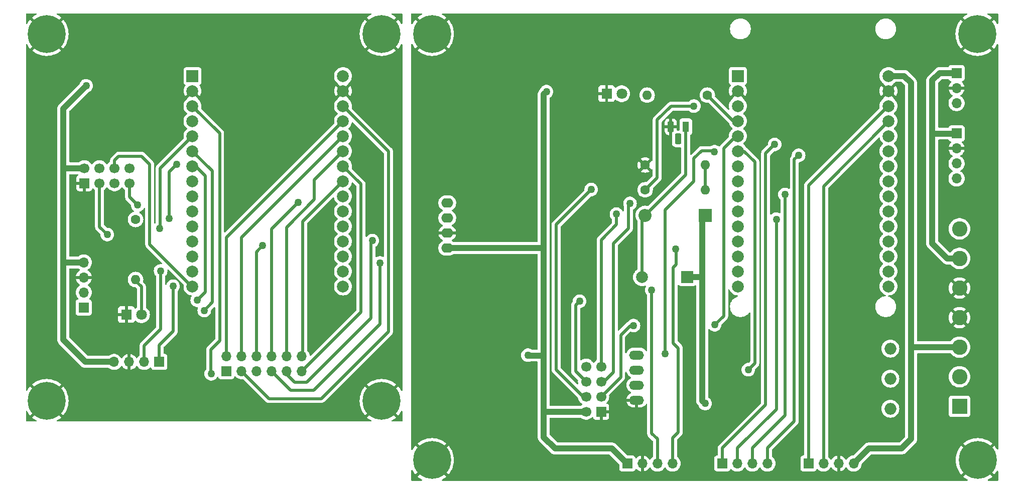
<source format=gbr>
%TF.GenerationSoftware,KiCad,Pcbnew,8.0.3*%
%TF.CreationDate,2024-07-22T10:46:32+07:00*%
%TF.ProjectId,pcb_edspert_v3,7063625f-6564-4737-9065-72745f76332e,rev?*%
%TF.SameCoordinates,Original*%
%TF.FileFunction,Copper,L1,Top*%
%TF.FilePolarity,Positive*%
%FSLAX46Y46*%
G04 Gerber Fmt 4.6, Leading zero omitted, Abs format (unit mm)*
G04 Created by KiCad (PCBNEW 8.0.3) date 2024-07-22 10:46:32*
%MOMM*%
%LPD*%
G01*
G04 APERTURE LIST*
G04 Aperture macros list*
%AMRoundRect*
0 Rectangle with rounded corners*
0 $1 Rounding radius*
0 $2 $3 $4 $5 $6 $7 $8 $9 X,Y pos of 4 corners*
0 Add a 4 corners polygon primitive as box body*
4,1,4,$2,$3,$4,$5,$6,$7,$8,$9,$2,$3,0*
0 Add four circle primitives for the rounded corners*
1,1,$1+$1,$2,$3*
1,1,$1+$1,$4,$5*
1,1,$1+$1,$6,$7*
1,1,$1+$1,$8,$9*
0 Add four rect primitives between the rounded corners*
20,1,$1+$1,$2,$3,$4,$5,0*
20,1,$1+$1,$4,$5,$6,$7,0*
20,1,$1+$1,$6,$7,$8,$9,0*
20,1,$1+$1,$8,$9,$2,$3,0*%
G04 Aperture macros list end*
%TA.AperFunction,ComponentPad*%
%ADD10R,1.700000X1.700000*%
%TD*%
%TA.AperFunction,ComponentPad*%
%ADD11O,1.700000X1.700000*%
%TD*%
%TA.AperFunction,ComponentPad*%
%ADD12R,2.000000X2.000000*%
%TD*%
%TA.AperFunction,ComponentPad*%
%ADD13C,2.000000*%
%TD*%
%TA.AperFunction,ComponentPad*%
%ADD14C,0.800000*%
%TD*%
%TA.AperFunction,ComponentPad*%
%ADD15C,6.400000*%
%TD*%
%TA.AperFunction,ComponentPad*%
%ADD16C,1.600000*%
%TD*%
%TA.AperFunction,ComponentPad*%
%ADD17O,1.600000X1.600000*%
%TD*%
%TA.AperFunction,ComponentPad*%
%ADD18R,1.800000X1.800000*%
%TD*%
%TA.AperFunction,ComponentPad*%
%ADD19C,1.800000*%
%TD*%
%TA.AperFunction,ComponentPad*%
%ADD20C,1.700000*%
%TD*%
%TA.AperFunction,ComponentPad*%
%ADD21R,2.200000X2.200000*%
%TD*%
%TA.AperFunction,ComponentPad*%
%ADD22O,2.200000X2.200000*%
%TD*%
%TA.AperFunction,ComponentPad*%
%ADD23O,2.000000X1.600000*%
%TD*%
%TA.AperFunction,ComponentPad*%
%ADD24O,2.500000X1.524000*%
%TD*%
%TA.AperFunction,ComponentPad*%
%ADD25O,2.000000X2.000000*%
%TD*%
%TA.AperFunction,ComponentPad*%
%ADD26R,1.100000X1.800000*%
%TD*%
%TA.AperFunction,ComponentPad*%
%ADD27RoundRect,0.275000X0.275000X0.625000X-0.275000X0.625000X-0.275000X-0.625000X0.275000X-0.625000X0*%
%TD*%
%TA.AperFunction,ComponentPad*%
%ADD28R,2.600000X2.600000*%
%TD*%
%TA.AperFunction,ComponentPad*%
%ADD29C,2.600000*%
%TD*%
%TA.AperFunction,ViaPad*%
%ADD30C,1.270000*%
%TD*%
%TA.AperFunction,Conductor*%
%ADD31C,1.000000*%
%TD*%
%TA.AperFunction,Conductor*%
%ADD32C,0.500000*%
%TD*%
G04 APERTURE END LIST*
D10*
%TO.P,J4,1,Pin_1*%
%TO.N,VCC*%
X176950000Y-125580000D03*
D11*
%TO.P,J4,2,Pin_2*%
%TO.N,GND*%
X179490000Y-125580000D03*
%TO.P,J4,3,Pin_3*%
%TO.N,SCL*%
X182030000Y-125580000D03*
%TO.P,J4,4,Pin_4*%
%TO.N,SDA*%
X184570000Y-125580000D03*
%TD*%
D12*
%TO.P,BZ1,1,+*%
%TO.N,+5V*%
X187030000Y-94080000D03*
D13*
%TO.P,BZ1,2,-*%
%TO.N,Net-(BZ1--)*%
X179430000Y-94080000D03*
%TD*%
D14*
%TO.P,H4,1,1*%
%TO.N,GND*%
X141600000Y-125000000D03*
X142302944Y-123302944D03*
X142302944Y-126697056D03*
X144000000Y-122600000D03*
D15*
X144000000Y-125000000D03*
D14*
X144000000Y-127400000D03*
X145697056Y-123302944D03*
X145697056Y-126697056D03*
X146400000Y-125000000D03*
%TD*%
%TO.P,H1,1,1*%
%TO.N,GND*%
X141600000Y-53000000D03*
X142302944Y-51302944D03*
X142302944Y-54697056D03*
X144000000Y-50600000D03*
D15*
X144000000Y-53000000D03*
D14*
X144000000Y-55400000D03*
X145697056Y-51302944D03*
X145697056Y-54697056D03*
X146400000Y-53000000D03*
%TD*%
D16*
%TO.P,R2,1*%
%TO.N,GND*%
X179950000Y-75137750D03*
D17*
%TO.P,R2,2*%
%TO.N,Net-(Q1-B)*%
X190110000Y-75137750D03*
%TD*%
D10*
%TO.P,Soil_Moisture,1,VCC*%
%TO.N,VCC*%
X232480000Y-69800000D03*
D11*
%TO.P,Soil_Moisture,2,GND*%
%TO.N,GND*%
X232480000Y-72340000D03*
%TO.P,Soil_Moisture,3,DO*%
%TO.N,SM_DO*%
X232480000Y-74880000D03*
%TO.P,Soil_Moisture,4,AO*%
%TO.N,SM_AO*%
X232480000Y-77420000D03*
%TD*%
D18*
%TO.P,D6,1,K*%
%TO.N,GND1*%
X92460000Y-100420000D03*
D19*
%TO.P,D6,2,A*%
%TO.N,Net-(D6-A)*%
X95000000Y-100420000D03*
%TD*%
D10*
%TO.P,U4,1,GND*%
%TO.N,GND1*%
X85375000Y-78209500D03*
D20*
%TO.P,U4,2,VCC*%
%TO.N,VCCQ*%
X85375000Y-75669500D03*
%TO.P,U4,3,CE*%
%TO.N,CE1*%
X87915000Y-78209500D03*
%TO.P,U4,4,~{CSN}*%
%TO.N,CSN_RF1*%
X87915000Y-75669500D03*
%TO.P,U4,5,SCK*%
%TO.N,SCK1*%
X90455000Y-78209500D03*
%TO.P,U4,6,MOSI*%
%TO.N,MOSI1*%
X90455000Y-75669500D03*
%TO.P,U4,7,MISO*%
%TO.N,MISO1*%
X92995000Y-78209500D03*
%TO.P,U4,8,IRQ*%
%TO.N,unconnected-(U4-IRQ-Pad8)*%
X92995000Y-75669500D03*
%TD*%
D14*
%TO.P,H7,1,1*%
%TO.N,GND1*%
X76600000Y-115000000D03*
X77302944Y-113302944D03*
X77302944Y-116697056D03*
X79000000Y-112600000D03*
D15*
X79000000Y-115000000D03*
D14*
X79000000Y-117400000D03*
X80697056Y-113302944D03*
X80697056Y-116697056D03*
X81400000Y-115000000D03*
%TD*%
D21*
%TO.P,D1,1,K*%
%TO.N,+5V*%
X190110000Y-83622250D03*
D22*
%TO.P,D1,2,A*%
%TO.N,Net-(BZ1--)*%
X179950000Y-83622250D03*
%TD*%
D16*
%TO.P,R4,1*%
%TO.N,LED*%
X190440000Y-63330000D03*
D17*
%TO.P,R4,2*%
%TO.N,Net-(D3-A)*%
X180280000Y-63330000D03*
%TD*%
D10*
%TO.P,U2,1,GND*%
%TO.N,GND*%
X172530000Y-116830000D03*
D20*
%TO.P,U2,2,VCC*%
%TO.N,VCC*%
X169990000Y-116830000D03*
%TO.P,U2,3,CE*%
%TO.N,CE*%
X172530000Y-114290000D03*
%TO.P,U2,4,~{CSN}*%
%TO.N,CSN_RF*%
X169990000Y-114290000D03*
%TO.P,U2,5,SCK*%
%TO.N,SCK*%
X172530000Y-111750000D03*
%TO.P,U2,6,MOSI*%
%TO.N,MOSI*%
X169990000Y-111750000D03*
%TO.P,U2,7,MISO*%
%TO.N,MISO*%
X172530000Y-109210000D03*
%TO.P,U2,8,IRQ*%
%TO.N,unconnected-(U2-IRQ-Pad8)*%
X169990000Y-109210000D03*
%TD*%
D12*
%TO.P,U1,1,3V3*%
%TO.N,VCC*%
X195600000Y-60090000D03*
D13*
%TO.P,U1,2,GND*%
%TO.N,GND*%
X195600000Y-62630000D03*
%TO.P,U1,3,D15*%
%TO.N,Buzzer*%
X195600000Y-65170000D03*
%TO.P,U1,4,D2*%
%TO.N,LED*%
X195600000Y-67710000D03*
%TO.P,U1,5,D4*%
%TO.N,CE*%
X195600000Y-70250000D03*
%TO.P,U1,6,RX2*%
%TO.N,RXD*%
X195600000Y-72790000D03*
%TO.P,U1,7,TX2*%
%TO.N,TXD*%
X195600000Y-75330000D03*
%TO.P,U1,8,D5*%
%TO.N,CSN_RF*%
X195600000Y-77870000D03*
%TO.P,U1,9,D18*%
%TO.N,SCK*%
X195600000Y-80410000D03*
%TO.P,U1,10,D19*%
%TO.N,MISO*%
X195600000Y-82950000D03*
%TO.P,U1,11,D21*%
%TO.N,SDA*%
X195600000Y-85490000D03*
%TO.P,U1,12,RX0*%
%TO.N,unconnected-(U1-RX0-Pad12)*%
X195600000Y-88030000D03*
%TO.P,U1,13,TX0*%
%TO.N,unconnected-(U1-TX0-Pad13)*%
X195600000Y-90570000D03*
%TO.P,U1,14,D22*%
%TO.N,SCL*%
X195600000Y-93110000D03*
%TO.P,U1,15,D23*%
%TO.N,MOSI*%
X195600000Y-95650000D03*
%TO.P,U1,16,EN*%
%TO.N,unconnected-(U1-EN-Pad16)*%
X221000000Y-95650000D03*
%TO.P,U1,17,VP*%
%TO.N,unconnected-(U1-VP-Pad17)*%
X221000000Y-93110000D03*
%TO.P,U1,18,VN*%
%TO.N,unconnected-(U1-VN-Pad18)*%
X221000000Y-90570000D03*
%TO.P,U1,19,D34*%
%TO.N,WS_AO*%
X221000000Y-88030000D03*
%TO.P,U1,20,D35*%
%TO.N,SM_AO*%
X221000000Y-85490000D03*
%TO.P,U1,21,D32*%
%TO.N,SM_DO*%
X221000000Y-82950000D03*
%TO.P,U1,22,D33*%
%TO.N,LDR_DO*%
X221000000Y-80410000D03*
%TO.P,U1,23,D25*%
%TO.N,/Node/D25*%
X221000000Y-77870000D03*
%TO.P,U1,24,D26*%
%TO.N,/Node/D26*%
X221000000Y-75330000D03*
%TO.P,U1,25,D27*%
%TO.N,/Node/D27*%
X221000000Y-72790000D03*
%TO.P,U1,26,D14*%
%TO.N,/Node/D14*%
X221000000Y-70250000D03*
%TO.P,U1,27,D12*%
%TO.N,FAN*%
X221000000Y-67710000D03*
%TO.P,U1,28,D13*%
%TO.N,PUMP*%
X221000000Y-65170000D03*
%TO.P,U1,29,GND*%
%TO.N,GND*%
X221000000Y-62630000D03*
%TO.P,U1,30,VIN*%
%TO.N,+5V*%
X221000000Y-60090000D03*
%TD*%
D12*
%TO.P,U3,1,3V3*%
%TO.N,VCCQ*%
X103600000Y-60100000D03*
D13*
%TO.P,U3,2,GND*%
%TO.N,GND1*%
X103600000Y-62640000D03*
%TO.P,U3,3,D15*%
%TO.N,/Gateway/D15*%
X103600000Y-65180000D03*
%TO.P,U3,4,D2*%
%TO.N,LED1*%
X103600000Y-67720000D03*
%TO.P,U3,5,D4*%
%TO.N,CE1*%
X103600000Y-70260000D03*
%TO.P,U3,6,RX2*%
%TO.N,RXD1*%
X103600000Y-72800000D03*
%TO.P,U3,7,TX2*%
%TO.N,TXD1*%
X103600000Y-75340000D03*
%TO.P,U3,8,D5*%
%TO.N,CSN_RF1*%
X103600000Y-77880000D03*
%TO.P,U3,9,D18*%
%TO.N,SCK1*%
X103600000Y-80420000D03*
%TO.P,U3,10,D19*%
%TO.N,MISO1*%
X103600000Y-82960000D03*
%TO.P,U3,11,D21*%
%TO.N,SDA1*%
X103600000Y-85500000D03*
%TO.P,U3,12,RX0*%
%TO.N,unconnected-(U3-RX0-Pad12)*%
X103600000Y-88040000D03*
%TO.P,U3,13,TX0*%
%TO.N,unconnected-(U3-TX0-Pad13)*%
X103600000Y-90580000D03*
%TO.P,U3,14,D22*%
%TO.N,SCL1*%
X103600000Y-93120000D03*
%TO.P,U3,15,D23*%
%TO.N,MOSI1*%
X103600000Y-95660000D03*
%TO.P,U3,16,EN*%
%TO.N,unconnected-(U3-EN-Pad16)*%
X129000000Y-95660000D03*
%TO.P,U3,17,VP*%
%TO.N,unconnected-(U3-VP-Pad17)*%
X129000000Y-93120000D03*
%TO.P,U3,18,VN*%
%TO.N,unconnected-(U3-VN-Pad18)*%
X129000000Y-90580000D03*
%TO.P,U3,19,D34*%
%TO.N,/Gateway/D34*%
X129000000Y-88040000D03*
%TO.P,U3,20,D35*%
%TO.N,/Gateway/D35*%
X129000000Y-85500000D03*
%TO.P,U3,21,D32*%
%TO.N,/Gateway/D32*%
X129000000Y-82960000D03*
%TO.P,U3,22,D33*%
%TO.N,/Gateway/D33*%
X129000000Y-80420000D03*
%TO.P,U3,23,D25*%
%TO.N,/Gateway/D25*%
X129000000Y-77880000D03*
%TO.P,U3,24,D26*%
%TO.N,/Gateway/D26*%
X129000000Y-75340000D03*
%TO.P,U3,25,D27*%
%TO.N,/Gateway/D27*%
X129000000Y-72800000D03*
%TO.P,U3,26,D14*%
%TO.N,/Gateway/D14*%
X129000000Y-70260000D03*
%TO.P,U3,27,D12*%
%TO.N,/Gateway/D12*%
X129000000Y-67720000D03*
%TO.P,U3,28,D13*%
%TO.N,/Gateway/D13*%
X129000000Y-65180000D03*
%TO.P,U3,29,GND*%
%TO.N,GND1*%
X129000000Y-62640000D03*
%TO.P,U3,30,VIN*%
%TO.N,+5VA*%
X129000000Y-60100000D03*
%TD*%
D16*
%TO.P,R8,1*%
%TO.N,LED1*%
X94000000Y-84340000D03*
D17*
%TO.P,R8,2*%
%TO.N,Net-(D6-A)*%
X94000000Y-94500000D03*
%TD*%
D10*
%TO.P,J6,1,Pin_1*%
%TO.N,unconnected-(J6-Pin_1-Pad1)*%
X109300000Y-109960000D03*
D11*
%TO.P,J6,2,Pin_2*%
%TO.N,/Gateway/D12*%
X109300000Y-107420000D03*
%TO.P,J6,3,Pin_3*%
%TO.N,/Gateway/D13*%
X111840000Y-109960000D03*
%TO.P,J6,4,Pin_4*%
%TO.N,/Gateway/D14*%
X111840000Y-107420000D03*
%TO.P,J6,5,Pin_5*%
%TO.N,/Gateway/D15*%
X114380000Y-109960000D03*
%TO.P,J6,6,Pin_6*%
%TO.N,/Gateway/D34*%
X114380000Y-107420000D03*
%TO.P,J6,7,Pin_7*%
%TO.N,/Gateway/D35*%
X116920000Y-109960000D03*
%TO.P,J6,8,Pin_8*%
%TO.N,/Gateway/D33*%
X116920000Y-107420000D03*
%TO.P,J6,9,Pin_9*%
%TO.N,/Gateway/D32*%
X119460000Y-109960000D03*
%TO.P,J6,10,Pin_10*%
%TO.N,/Gateway/D27*%
X119460000Y-107420000D03*
%TO.P,J6,11,Pin_11*%
%TO.N,/Gateway/D26*%
X122000000Y-109960000D03*
%TO.P,J6,12,Pin_12*%
%TO.N,/Gateway/D25*%
X122000000Y-107420000D03*
%TD*%
D10*
%TO.P,J7,1,Pin_1*%
%TO.N,/Node/D14*%
X192960000Y-125580000D03*
D11*
%TO.P,J7,2,Pin_2*%
%TO.N,/Node/D25*%
X195500000Y-125580000D03*
%TO.P,J7,3,Pin_3*%
%TO.N,/Node/D26*%
X198040000Y-125580000D03*
%TO.P,J7,4,Pin_4*%
%TO.N,/Node/D27*%
X200580000Y-125580000D03*
%TD*%
D23*
%TO.P,Brd1,1,VCC*%
%TO.N,VCC*%
X146580000Y-89170000D03*
%TO.P,Brd1,2,GND*%
%TO.N,GND*%
X146580000Y-86630000D03*
%TO.P,Brd1,3,SCL*%
%TO.N,SCL*%
X146580000Y-84090000D03*
%TO.P,Brd1,4,SDA*%
%TO.N,SDA*%
X146580000Y-81550000D03*
%TD*%
D24*
%TO.P,rs485_module1,1,VCC*%
%TO.N,VCC*%
X178530000Y-107250000D03*
%TO.P,rs485_module1,2,TXD*%
%TO.N,TXD*%
X178530000Y-109790000D03*
%TO.P,rs485_module1,3,RXD*%
%TO.N,RXD*%
X178530000Y-112330000D03*
%TO.P,rs485_module1,4,GND*%
%TO.N,GND*%
X178530000Y-114870000D03*
D25*
%TO.P,rs485_module1,5*%
%TO.N,unconnected-(rs485_module1-Pad5)*%
X221320000Y-116330000D03*
%TO.P,rs485_module1,6,B-*%
%TO.N,B-*%
X221320000Y-111250000D03*
%TO.P,rs485_module1,7,A+*%
%TO.N,A+*%
X221320000Y-106170000D03*
%TD*%
D10*
%TO.P,LDR_sensor,1,VCC*%
%TO.N,VCC*%
X232480000Y-59600000D03*
D11*
%TO.P,LDR_sensor,2,GND*%
%TO.N,GND*%
X232480000Y-62140000D03*
%TO.P,LDR_sensor,3,DO*%
%TO.N,LDR_DO*%
X232480000Y-64680000D03*
%TD*%
D10*
%TO.P,J2,1,Pin_1*%
%TO.N,PUMP*%
X207500000Y-125580000D03*
D11*
%TO.P,J2,2,Pin_2*%
%TO.N,FAN*%
X210040000Y-125580000D03*
%TO.P,J2,3,Pin_3*%
%TO.N,GND*%
X212580000Y-125580000D03*
%TO.P,J2,4,Pin_4*%
%TO.N,+5V*%
X215120000Y-125580000D03*
%TD*%
D26*
%TO.P,Q1,1,C*%
%TO.N,Net-(BZ1--)*%
X186800000Y-68680000D03*
D27*
%TO.P,Q1,2,B*%
%TO.N,Net-(Q1-B)*%
X185530000Y-70750000D03*
%TO.P,Q1,3,E*%
%TO.N,GND*%
X184260000Y-68680000D03*
%TD*%
D10*
%TO.P,J5,1,Pin_1*%
%TO.N,SCL1*%
X98000000Y-108420000D03*
D11*
%TO.P,J5,2,Pin_2*%
%TO.N,SDA1*%
X95460000Y-108420000D03*
%TO.P,J5,3,Pin_3*%
%TO.N,GND1*%
X92920000Y-108420000D03*
%TO.P,J5,4,Pin_4*%
%TO.N,VCCQ*%
X90380000Y-108420000D03*
%TD*%
D14*
%TO.P,H6,1,1*%
%TO.N,GND1*%
X76600000Y-53000000D03*
X77302944Y-51302944D03*
X77302944Y-54697056D03*
X79000000Y-50600000D03*
D15*
X79000000Y-53000000D03*
D14*
X79000000Y-55400000D03*
X80697056Y-51302944D03*
X80697056Y-54697056D03*
X81400000Y-53000000D03*
%TD*%
%TO.P,H5,1,1*%
%TO.N,GND1*%
X133100000Y-53000000D03*
X133802944Y-51302944D03*
X133802944Y-54697056D03*
X135500000Y-50600000D03*
D15*
X135500000Y-53000000D03*
D14*
X135500000Y-55400000D03*
X137197056Y-51302944D03*
X137197056Y-54697056D03*
X137900000Y-53000000D03*
%TD*%
%TO.P,H2,1,1*%
%TO.N,GND*%
X233600000Y-53000000D03*
X234302944Y-51302944D03*
X234302944Y-54697056D03*
X236000000Y-50600000D03*
D15*
X236000000Y-53000000D03*
D14*
X236000000Y-55400000D03*
X237697056Y-51302944D03*
X237697056Y-54697056D03*
X238400000Y-53000000D03*
%TD*%
%TO.P,H8,1,1*%
%TO.N,GND1*%
X133100000Y-115000000D03*
X133802944Y-113302944D03*
X133802944Y-116697056D03*
X135500000Y-112600000D03*
D15*
X135500000Y-115000000D03*
D14*
X135500000Y-117400000D03*
X137197056Y-113302944D03*
X137197056Y-116697056D03*
X137900000Y-115000000D03*
%TD*%
%TO.P,H3,1,1*%
%TO.N,GND*%
X233652944Y-125000000D03*
X234355888Y-123302944D03*
X234355888Y-126697056D03*
X236052944Y-122600000D03*
D15*
X236052944Y-125000000D03*
D14*
X236052944Y-127400000D03*
X237750000Y-123302944D03*
X237750000Y-126697056D03*
X238452944Y-125000000D03*
%TD*%
D16*
%TO.P,R1,1*%
%TO.N,Buzzer*%
X179950000Y-79330000D03*
D17*
%TO.P,R1,2*%
%TO.N,Net-(Q1-B)*%
X190110000Y-79330000D03*
%TD*%
D18*
%TO.P,D3,1,K*%
%TO.N,GND*%
X173460000Y-63080000D03*
D19*
%TO.P,D3,2,A*%
%TO.N,Net-(D3-A)*%
X176000000Y-63080000D03*
%TD*%
D10*
%TO.P,J3,1,Pin_1*%
%TO.N,RXD1*%
X85260000Y-99220000D03*
D11*
%TO.P,J3,2,Pin_2*%
%TO.N,TXD1*%
X85260000Y-96680000D03*
%TO.P,J3,3,Pin_3*%
%TO.N,GND1*%
X85260000Y-94140000D03*
%TO.P,J3,4,Pin_4*%
%TO.N,VCCQ*%
X85260000Y-91600000D03*
%TD*%
D28*
%TO.P,J1,1,Pin_1*%
%TO.N,B-*%
X232980000Y-115920000D03*
D29*
%TO.P,J1,2,Pin_2*%
%TO.N,A+*%
X232980000Y-110920000D03*
%TO.P,J1,3,Pin_3*%
%TO.N,+5V*%
X232980000Y-105920000D03*
%TO.P,J1,4,Pin_4*%
%TO.N,GND*%
X232980000Y-100920000D03*
%TO.P,J1,5,Pin_5*%
X232980000Y-95920000D03*
%TO.P,J1,6,Pin_6*%
%TO.N,VCC*%
X232980000Y-90920000D03*
%TO.P,J1,7,Pin_7*%
%TO.N,WS_AO*%
X232980000Y-85920000D03*
%TD*%
D30*
%TO.N,GND*%
X188905476Y-67716750D03*
X214305476Y-67716750D03*
X148265476Y-113436750D03*
X173665476Y-67716750D03*
X199065476Y-62636750D03*
X168585476Y-72796750D03*
X153345476Y-108356750D03*
X153345476Y-93116750D03*
X214305476Y-98196750D03*
X143185476Y-57556750D03*
X153345476Y-52476750D03*
X143185476Y-103276750D03*
X168585476Y-62636750D03*
X143185476Y-82956750D03*
X183825476Y-52476750D03*
X153345476Y-77876750D03*
X214305476Y-108356750D03*
X209225476Y-67716750D03*
X199065476Y-67716750D03*
X214305476Y-62636750D03*
X158425476Y-77876750D03*
X163505476Y-57556750D03*
X158425476Y-93116750D03*
X183825476Y-57556750D03*
X143185476Y-72796750D03*
X209225476Y-57556750D03*
X199065476Y-57556750D03*
X143185476Y-88036750D03*
X219385476Y-113436750D03*
X143185476Y-108356750D03*
X178745476Y-72796750D03*
X143185476Y-93116750D03*
X143185476Y-113436750D03*
X229545476Y-52476750D03*
X148265476Y-108356750D03*
X214305476Y-93116750D03*
X143185476Y-118516750D03*
X153345476Y-57556750D03*
X148265476Y-57556750D03*
X173665476Y-72796750D03*
X168585476Y-67716750D03*
X158425476Y-57556750D03*
X214305476Y-88036750D03*
X143185476Y-67716750D03*
X209225476Y-62636750D03*
X204145476Y-67716750D03*
X143185476Y-62636750D03*
X219385476Y-108356750D03*
X224465476Y-52476750D03*
X143185476Y-98196750D03*
X183825476Y-72796750D03*
X168585476Y-88036750D03*
X143185476Y-77876750D03*
X153345476Y-113436750D03*
X204145476Y-57556750D03*
X188905476Y-52476750D03*
X178745476Y-67716750D03*
X168585476Y-93116750D03*
X188905476Y-57556750D03*
X204145476Y-62636750D03*
X214305476Y-113436750D03*
X158425476Y-113436750D03*
%TO.N,VCC*%
X163310000Y-62750000D03*
X160180000Y-107280000D03*
%TO.N,SDA*%
X185100000Y-89337000D03*
%TO.N,SCL*%
X181070000Y-96250000D03*
%TO.N,+5V*%
X190080000Y-115450000D03*
%TO.N,Buzzer*%
X188180000Y-65170000D03*
%TO.N,GND1*%
X92385476Y-62636750D03*
X87305476Y-52476750D03*
X112705476Y-67716750D03*
X92385476Y-57556750D03*
X117785476Y-72796750D03*
X87305476Y-57556750D03*
X122865476Y-62636750D03*
X112705476Y-72796750D03*
X87305476Y-67716750D03*
X127945476Y-98196750D03*
X112705476Y-62636750D03*
X97465476Y-52476750D03*
X97465476Y-67716750D03*
X117785476Y-57556750D03*
X112705476Y-57556750D03*
X102545476Y-57556750D03*
X133025476Y-62636750D03*
X117785476Y-62636750D03*
X107625476Y-57556750D03*
X92385476Y-52476750D03*
X97465476Y-57556750D03*
X122865476Y-52476750D03*
X102545476Y-52476750D03*
X117785476Y-67716750D03*
X107625476Y-52476750D03*
X133025476Y-57556750D03*
X92385476Y-103276750D03*
X87305476Y-103276750D03*
X87305476Y-93116750D03*
X112705476Y-52476750D03*
X133025476Y-72796750D03*
X122865476Y-57556750D03*
X97465476Y-62636750D03*
X122865476Y-67716750D03*
X107625476Y-62636750D03*
X127945476Y-57556750D03*
X117785476Y-52476750D03*
X127945476Y-52476750D03*
X92385476Y-67716750D03*
X112705476Y-77876750D03*
%TO.N,RXD*%
X197350000Y-109720000D03*
%TO.N,TXD*%
X183330000Y-107020000D03*
X191650000Y-72880000D03*
%TO.N,TXD1*%
X104410000Y-98000000D03*
%TO.N,CE*%
X191690000Y-102150000D03*
X178000000Y-102260000D03*
%TO.N,LED1*%
X99630000Y-84210000D03*
X100900000Y-75030000D03*
%TO.N,SCK*%
X177400000Y-81630000D03*
%TO.N,RXD1*%
X105590000Y-99720000D03*
%TO.N,CSN_RF*%
X170860000Y-79280000D03*
%TO.N,MISO*%
X175120000Y-83450000D03*
%TO.N,VCCQ*%
X85660000Y-61760000D03*
%TO.N,MOSI*%
X168910000Y-98160000D03*
%TO.N,SCL1*%
X100330000Y-95620000D03*
%TO.N,SDA1*%
X98230000Y-93030000D03*
%TO.N,/Gateway/D32*%
X133940000Y-87910000D03*
%TO.N,/Gateway/D15*%
X106760000Y-110440000D03*
%TO.N,/Gateway/D33*%
X121400000Y-81500000D03*
%TO.N,/Gateway/D34*%
X115435000Y-88785000D03*
%TO.N,/Gateway/D35*%
X135240000Y-91700000D03*
%TO.N,/Node/D26*%
X203530000Y-80110000D03*
%TO.N,/Node/D25*%
X202080000Y-84300000D03*
%TO.N,/Node/D27*%
X205840000Y-73500000D03*
%TO.N,CE1*%
X98100000Y-85830000D03*
X89230000Y-86890000D03*
%TO.N,MISO1*%
X94360000Y-81920000D03*
%TO.N,/Node/D14*%
X201800000Y-71670000D03*
%TD*%
D31*
%TO.N,+5V*%
X190110000Y-83622250D02*
X189590000Y-84142250D01*
X189590000Y-84142250D02*
X189590000Y-94090000D01*
X189590000Y-94090000D02*
X189580000Y-94080000D01*
X189580000Y-94080000D02*
X187030000Y-94080000D01*
X190080000Y-115450000D02*
X189580000Y-114950000D01*
X189580000Y-114950000D02*
X189580000Y-94100000D01*
X189580000Y-94100000D02*
X189590000Y-94090000D01*
D32*
%TO.N,CE*%
X191690000Y-102150000D02*
X193200000Y-100640000D01*
X193200000Y-100640000D02*
X193200000Y-72340000D01*
X195290000Y-70250000D02*
X195600000Y-70250000D01*
X193200000Y-72340000D02*
X195290000Y-70250000D01*
%TO.N,SCK*%
X177400000Y-81630000D02*
X177110000Y-81920000D01*
X177110000Y-81920000D02*
X177110000Y-85840000D01*
X177110000Y-85840000D02*
X174580000Y-88370000D01*
X174580000Y-88370000D02*
X174580000Y-110180000D01*
X174580000Y-110180000D02*
X173010000Y-111750000D01*
X173010000Y-111750000D02*
X172530000Y-111750000D01*
%TO.N,TXD*%
X183330000Y-87200000D02*
X183330000Y-107020000D01*
%TO.N,SDA*%
X185100000Y-89337000D02*
X185150000Y-89387000D01*
X184700000Y-92430000D02*
X184700000Y-105230000D01*
X185150000Y-91980000D02*
X184700000Y-92430000D01*
X184700000Y-105230000D02*
X185560000Y-106090000D01*
X185150000Y-89387000D02*
X185150000Y-91980000D01*
X185560000Y-106090000D02*
X185560000Y-120290000D01*
X185560000Y-120290000D02*
X184560000Y-121290000D01*
X184560000Y-121290000D02*
X184560000Y-125570000D01*
X184560000Y-125570000D02*
X184570000Y-125580000D01*
%TO.N,SCL*%
X181070000Y-96250000D02*
X181070000Y-120500000D01*
X181070000Y-120500000D02*
X182030000Y-121460000D01*
X182030000Y-121460000D02*
X182030000Y-125580000D01*
D31*
%TO.N,VCC*%
X162860000Y-63200000D02*
X163310000Y-62750000D01*
X160180000Y-107280000D02*
X160230000Y-107330000D01*
X162860000Y-63200000D02*
X162860000Y-89170000D01*
X162860000Y-116790000D02*
X162860000Y-121140000D01*
X174360000Y-123050000D02*
X176890000Y-125580000D01*
X176890000Y-125580000D02*
X176950000Y-125580000D01*
X229610000Y-59600000D02*
X228390000Y-60820000D01*
X162860000Y-121140000D02*
X164770000Y-123050000D01*
X162860000Y-89170000D02*
X162860000Y-107330000D01*
X164770000Y-123050000D02*
X174360000Y-123050000D01*
X169990000Y-116830000D02*
X162900000Y-116830000D01*
X160230000Y-107330000D02*
X162860000Y-107330000D01*
X230900000Y-90920000D02*
X232980000Y-90920000D01*
X228390000Y-88410000D02*
X230900000Y-90920000D01*
X162860000Y-107330000D02*
X162860000Y-116790000D01*
X146580000Y-89170000D02*
X162860000Y-89170000D01*
X232460000Y-69820000D02*
X228390000Y-69820000D01*
X232480000Y-59600000D02*
X229610000Y-59600000D01*
X162900000Y-116830000D02*
X162860000Y-116790000D01*
X228390000Y-71890000D02*
X228390000Y-88410000D01*
X146580000Y-89170000D02*
X146640000Y-89230000D01*
X228390000Y-60820000D02*
X228390000Y-71890000D01*
X232480000Y-69800000D02*
X232460000Y-69820000D01*
X228390000Y-69820000D02*
X228390000Y-71890000D01*
D32*
%TO.N,Net-(BZ1--)*%
X186800000Y-76772250D02*
X179950000Y-83622250D01*
X186800000Y-69080000D02*
X186800000Y-76772250D01*
X179430000Y-84142250D02*
X179950000Y-83622250D01*
X179430000Y-94080000D02*
X179430000Y-84142250D01*
D31*
%TO.N,+5V*%
X221000000Y-60090000D02*
X223650000Y-60090000D01*
X224810000Y-105980000D02*
X224810000Y-108820000D01*
X224830000Y-105960000D02*
X224810000Y-105980000D01*
X224810000Y-108820000D02*
X224840000Y-108850000D01*
X232980000Y-105920000D02*
X232940000Y-105960000D01*
X224810000Y-61250000D02*
X224810000Y-108820000D01*
X232940000Y-105960000D02*
X224830000Y-105960000D01*
X224840000Y-121430000D02*
X223240000Y-123030000D01*
X223240000Y-123030000D02*
X217670000Y-123030000D01*
X217670000Y-123030000D02*
X215120000Y-125580000D01*
X223650000Y-60090000D02*
X224810000Y-61250000D01*
X224840000Y-108850000D02*
X224840000Y-121430000D01*
D32*
%TO.N,Net-(D6-A)*%
X95000000Y-95720000D02*
X95000000Y-100420000D01*
X94000000Y-94500000D02*
X94000000Y-94720000D01*
X94000000Y-94720000D02*
X95000000Y-95720000D01*
%TO.N,FAN*%
X210040000Y-78720000D02*
X221000000Y-67760000D01*
X221000000Y-67760000D02*
X221000000Y-67710000D01*
X210040000Y-125580000D02*
X210040000Y-78720000D01*
%TO.N,PUMP*%
X207500000Y-78610000D02*
X220940000Y-65170000D01*
X220940000Y-65170000D02*
X221000000Y-65170000D01*
X207500000Y-125580000D02*
X207500000Y-78610000D01*
%TO.N,Net-(Q1-B)*%
X190110000Y-75137750D02*
X190110000Y-79330000D01*
%TO.N,Buzzer*%
X188180000Y-65170000D02*
X184360000Y-65170000D01*
X184360000Y-65170000D02*
X182000000Y-67530000D01*
X182000000Y-77280000D02*
X179950000Y-79330000D01*
X182000000Y-67530000D02*
X182000000Y-77280000D01*
%TO.N,LED*%
X194820000Y-67710000D02*
X195600000Y-67710000D01*
X190440000Y-63330000D02*
X194820000Y-67710000D01*
%TO.N,RXD*%
X197350000Y-109720000D02*
X198440000Y-108630000D01*
X196590000Y-72790000D02*
X195600000Y-72790000D01*
X198440000Y-74640000D02*
X196590000Y-72790000D01*
X198440000Y-108630000D02*
X198440000Y-74640000D01*
%TO.N,TXD*%
X183340000Y-82690000D02*
X183340000Y-87190000D01*
X188150000Y-77880000D02*
X183340000Y-82690000D01*
X188150000Y-74050000D02*
X188150000Y-77880000D01*
X189460000Y-72740000D02*
X188150000Y-74050000D01*
X183340000Y-87190000D02*
X183330000Y-87200000D01*
X191510000Y-72740000D02*
X189460000Y-72740000D01*
X191650000Y-72880000D02*
X191510000Y-72740000D01*
%TO.N,TXD1*%
X104410000Y-98000000D02*
X105790000Y-96620000D01*
X105790000Y-96620000D02*
X105790000Y-76960000D01*
X105790000Y-76960000D02*
X104170000Y-75340000D01*
X104170000Y-75340000D02*
X103600000Y-75340000D01*
%TO.N,CE*%
X178000000Y-102260000D02*
X177440000Y-102260000D01*
X175830000Y-110990000D02*
X172530000Y-114290000D01*
X177440000Y-102260000D02*
X175830000Y-103870000D01*
X175830000Y-103870000D02*
X175830000Y-110990000D01*
%TO.N,LED1*%
X99630000Y-76300000D02*
X100900000Y-75030000D01*
X99630000Y-84210000D02*
X99630000Y-76300000D01*
%TO.N,RXD1*%
X106960000Y-98350000D02*
X106960000Y-76160000D01*
X105590000Y-99720000D02*
X106960000Y-98350000D01*
X106960000Y-76160000D02*
X103600000Y-72800000D01*
%TO.N,CSN_RF*%
X164930000Y-109720000D02*
X169500000Y-114290000D01*
X164930000Y-85220000D02*
X164930000Y-109720000D01*
X169500000Y-114290000D02*
X169990000Y-114290000D01*
X170860000Y-79290000D02*
X164930000Y-85220000D01*
X170860000Y-79280000D02*
X170860000Y-79290000D01*
%TO.N,MISO*%
X175120000Y-83450000D02*
X175120000Y-85200000D01*
X175120000Y-85200000D02*
X172530000Y-87790000D01*
X172530000Y-87790000D02*
X172530000Y-109210000D01*
D31*
%TO.N,VCCQ*%
X81820000Y-75669500D02*
X81820000Y-91600000D01*
X81820000Y-65600000D02*
X81820000Y-75669500D01*
X90380000Y-108420000D02*
X85540000Y-108420000D01*
X81820000Y-104700000D02*
X81820000Y-91600000D01*
X81820000Y-75669500D02*
X85375000Y-75669500D01*
X81820000Y-91600000D02*
X85260000Y-91600000D01*
X85660000Y-61760000D02*
X81820000Y-65600000D01*
X85540000Y-108420000D02*
X81820000Y-104700000D01*
D32*
%TO.N,MOSI*%
X168240000Y-98830000D02*
X168240000Y-110000000D01*
X168240000Y-110000000D02*
X169990000Y-111750000D01*
X168910000Y-98160000D02*
X168240000Y-98830000D01*
%TO.N,SCL1*%
X98000000Y-108420000D02*
X98000000Y-105570000D01*
X100230000Y-103340000D02*
X100330000Y-103240000D01*
X98000000Y-105570000D02*
X100230000Y-103340000D01*
X100330000Y-103240000D02*
X100330000Y-95620000D01*
%TO.N,SDA1*%
X95460000Y-105650000D02*
X98090000Y-103020000D01*
X98230000Y-102880000D02*
X98230000Y-93030000D01*
X98090000Y-103020000D02*
X98230000Y-102880000D01*
X95460000Y-108420000D02*
X95460000Y-105650000D01*
%TO.N,/Gateway/D14*%
X111840000Y-87420000D02*
X129000000Y-70260000D01*
X111840000Y-107420000D02*
X111840000Y-87420000D01*
%TO.N,/Gateway/D32*%
X133730000Y-101000000D02*
X122840000Y-111890000D01*
X133940000Y-87910000D02*
X133730000Y-88120000D01*
X122840000Y-111890000D02*
X120870000Y-111890000D01*
X119460000Y-110480000D02*
X119460000Y-109960000D01*
X120870000Y-111890000D02*
X119460000Y-110480000D01*
X133730000Y-88120000D02*
X133730000Y-101000000D01*
%TO.N,/Gateway/D15*%
X106680000Y-106360000D02*
X108180000Y-104860000D01*
X108180000Y-69760000D02*
X103600000Y-65180000D01*
X106680000Y-110360000D02*
X106680000Y-106360000D01*
X106760000Y-110440000D02*
X106680000Y-110360000D01*
X108180000Y-104860000D02*
X108180000Y-69760000D01*
%TO.N,/Gateway/D33*%
X116920000Y-85980000D02*
X121400000Y-81500000D01*
X116920000Y-89820000D02*
X116920000Y-107420000D01*
X116920000Y-89820000D02*
X116920000Y-85980000D01*
%TO.N,/Gateway/D26*%
X132030000Y-99970000D02*
X132030000Y-78370000D01*
X122000000Y-109960000D02*
X122040000Y-109960000D01*
X122040000Y-109960000D02*
X132030000Y-99970000D01*
X132030000Y-78370000D02*
X129000000Y-75340000D01*
%TO.N,/Gateway/D34*%
X115435000Y-88785000D02*
X114380000Y-89840000D01*
X114380000Y-89840000D02*
X114380000Y-107420000D01*
%TO.N,/Gateway/D12*%
X109300000Y-107420000D02*
X109300000Y-87420000D01*
X109300000Y-87420000D02*
X129000000Y-67720000D01*
%TO.N,/Gateway/D13*%
X136640000Y-72810000D02*
X129010000Y-65180000D01*
X116480000Y-114610000D02*
X125310000Y-114610000D01*
X129010000Y-65180000D02*
X129000000Y-65180000D01*
X111840000Y-109970000D02*
X116480000Y-114610000D01*
X136640000Y-103280000D02*
X136640000Y-72810000D01*
X111840000Y-109960000D02*
X111840000Y-109970000D01*
X125310000Y-114610000D02*
X136640000Y-103280000D01*
%TO.N,/Gateway/D27*%
X119460000Y-107420000D02*
X119460000Y-85660000D01*
X124170000Y-77630000D02*
X129000000Y-72800000D01*
X119460000Y-85660000D02*
X124170000Y-80950000D01*
X124170000Y-80950000D02*
X124170000Y-77630000D01*
%TO.N,/Gateway/D35*%
X135240000Y-102060000D02*
X124080000Y-113220000D01*
X135240000Y-91700000D02*
X135240000Y-102060000D01*
X120180000Y-113220000D02*
X116920000Y-109960000D01*
X124080000Y-113220000D02*
X120180000Y-113220000D01*
%TO.N,/Gateway/D25*%
X122200000Y-107220000D02*
X122200000Y-84680000D01*
X122200000Y-84680000D02*
X129000000Y-77880000D01*
X122000000Y-107420000D02*
X122200000Y-107220000D01*
%TO.N,/Node/D26*%
X203530000Y-117480000D02*
X203530000Y-80110000D01*
X198040000Y-122970000D02*
X203530000Y-117480000D01*
X198040000Y-125580000D02*
X198040000Y-122970000D01*
%TO.N,/Node/D25*%
X202080000Y-116410000D02*
X202080000Y-84300000D01*
X195500000Y-125580000D02*
X195500000Y-122990000D01*
X195500000Y-122990000D02*
X202080000Y-116410000D01*
%TO.N,/Node/D27*%
X205840000Y-73500000D02*
X205120000Y-74220000D01*
X205120000Y-74220000D02*
X205120000Y-118440000D01*
X200580000Y-122980000D02*
X200580000Y-125580000D01*
X205120000Y-118440000D02*
X200580000Y-122980000D01*
%TO.N,CE1*%
X87915000Y-85575000D02*
X89230000Y-86890000D01*
X98100000Y-85830000D02*
X98180000Y-85750000D01*
X87915000Y-78209500D02*
X87915000Y-85575000D01*
X98180000Y-85750000D02*
X98180000Y-75680000D01*
X98180000Y-75680000D02*
X103600000Y-70260000D01*
%TO.N,MISO1*%
X92995000Y-78209500D02*
X92995000Y-80555000D01*
X92995000Y-80555000D02*
X94360000Y-81920000D01*
%TO.N,MOSI1*%
X91160000Y-73670000D02*
X95010000Y-73670000D01*
X96390000Y-88540000D02*
X103510000Y-95660000D01*
X90455000Y-75669500D02*
X90455000Y-74375000D01*
X95010000Y-73670000D02*
X96390000Y-75050000D01*
X96390000Y-75050000D02*
X96390000Y-88540000D01*
X90455000Y-74375000D02*
X91160000Y-73670000D01*
X103510000Y-95660000D02*
X103600000Y-95660000D01*
%TO.N,/Node/D14*%
X200290000Y-115650000D02*
X192960000Y-122980000D01*
X200290000Y-73180000D02*
X200290000Y-115650000D01*
X201800000Y-71670000D02*
X200290000Y-73180000D01*
X192960000Y-122980000D02*
X192960000Y-125580000D01*
%TD*%
%TA.AperFunction,Conductor*%
%TO.N,GND*%
G36*
X142779588Y-126042330D02*
G01*
X142957670Y-126220412D01*
X143059300Y-126294251D01*
X141564648Y-127788903D01*
X141564649Y-127788904D01*
X141822206Y-127997468D01*
X142147456Y-128208689D01*
X142258001Y-128265015D01*
X142308797Y-128312990D01*
X142325592Y-128380811D01*
X142303055Y-128446945D01*
X142248340Y-128490397D01*
X142201706Y-128499500D01*
X140624500Y-128499500D01*
X140557461Y-128479815D01*
X140511706Y-128427011D01*
X140500500Y-128375500D01*
X140500500Y-126798293D01*
X140520185Y-126731254D01*
X140572989Y-126685499D01*
X140642147Y-126675555D01*
X140705703Y-126704580D01*
X140734985Y-126741999D01*
X140791307Y-126852538D01*
X140791308Y-126852541D01*
X141002531Y-127177793D01*
X141211095Y-127435350D01*
X141211096Y-127435350D01*
X142705748Y-125940698D01*
X142779588Y-126042330D01*
G37*
%TD.AperFunction*%
%TA.AperFunction,Conductor*%
G36*
X176793703Y-110117205D02*
G01*
X176830431Y-110172601D01*
X176864578Y-110277698D01*
X176937979Y-110421754D01*
X176955371Y-110455887D01*
X177072917Y-110617675D01*
X177214325Y-110759083D01*
X177328797Y-110842252D01*
X177376117Y-110876632D01*
X177519158Y-110949516D01*
X177569954Y-110997490D01*
X177586749Y-111065311D01*
X177564211Y-111131446D01*
X177519158Y-111170484D01*
X177376117Y-111243367D01*
X177268254Y-111321735D01*
X177214325Y-111360917D01*
X177214323Y-111360919D01*
X177214322Y-111360919D01*
X177072919Y-111502322D01*
X177072919Y-111502323D01*
X177072917Y-111502325D01*
X177046248Y-111539032D01*
X176955371Y-111664112D01*
X176864579Y-111842299D01*
X176802784Y-112032488D01*
X176771500Y-112230009D01*
X176771500Y-112429990D01*
X176802784Y-112627511D01*
X176864579Y-112817700D01*
X176937305Y-112960431D01*
X176955371Y-112995887D01*
X177072917Y-113157675D01*
X177214325Y-113299083D01*
X177376113Y-113416629D01*
X177451512Y-113455047D01*
X177528520Y-113494285D01*
X177579316Y-113542260D01*
X177596111Y-113610081D01*
X177573573Y-113676216D01*
X177528520Y-113715255D01*
X177380567Y-113790641D01*
X177219860Y-113907403D01*
X177219859Y-113907403D01*
X177079403Y-114047859D01*
X177079403Y-114047860D01*
X176962641Y-114208567D01*
X176872456Y-114385564D01*
X176811074Y-114574482D01*
X176803865Y-114619999D01*
X176803865Y-114620000D01*
X178096988Y-114620000D01*
X178064075Y-114677007D01*
X178030000Y-114804174D01*
X178030000Y-114935826D01*
X178064075Y-115062993D01*
X178096988Y-115120000D01*
X176803865Y-115120000D01*
X176811074Y-115165517D01*
X176872456Y-115354435D01*
X176962641Y-115531432D01*
X177079403Y-115692139D01*
X177079403Y-115692140D01*
X177219859Y-115832596D01*
X177380567Y-115949358D01*
X177557562Y-116039542D01*
X177746477Y-116100924D01*
X177942679Y-116132000D01*
X178280000Y-116132000D01*
X178280000Y-115303012D01*
X178337007Y-115335925D01*
X178464174Y-115370000D01*
X178595826Y-115370000D01*
X178722993Y-115335925D01*
X178780000Y-115303012D01*
X178780000Y-116132000D01*
X179117321Y-116132000D01*
X179313520Y-116100924D01*
X179313523Y-116100924D01*
X179502437Y-116039542D01*
X179679432Y-115949358D01*
X179840139Y-115832596D01*
X179840140Y-115832596D01*
X179980596Y-115692140D01*
X179980596Y-115692139D01*
X180087182Y-115545439D01*
X180142512Y-115502774D01*
X180212126Y-115496795D01*
X180273921Y-115529401D01*
X180308278Y-115590240D01*
X180311500Y-115618325D01*
X180311500Y-120574709D01*
X180330635Y-120670904D01*
X180340649Y-120721247D01*
X180397826Y-120859284D01*
X180445555Y-120930716D01*
X180480834Y-120983515D01*
X180480836Y-120983518D01*
X181235181Y-121737862D01*
X181268666Y-121799185D01*
X181271500Y-121825543D01*
X181271500Y-124388250D01*
X181251815Y-124455289D01*
X181223663Y-124486103D01*
X181106761Y-124577092D01*
X181106756Y-124577097D01*
X180954284Y-124742723D01*
X180954276Y-124742734D01*
X180860251Y-124886650D01*
X180807105Y-124932007D01*
X180737873Y-124941430D01*
X180674538Y-124911928D01*
X180654868Y-124889951D01*
X180528113Y-124708926D01*
X180528108Y-124708920D01*
X180361082Y-124541894D01*
X180167578Y-124406399D01*
X179953492Y-124306570D01*
X179953486Y-124306567D01*
X179740000Y-124249364D01*
X179740000Y-125146988D01*
X179682993Y-125114075D01*
X179555826Y-125080000D01*
X179424174Y-125080000D01*
X179297007Y-125114075D01*
X179240000Y-125146988D01*
X179240000Y-124249364D01*
X179239999Y-124249364D01*
X179026513Y-124306567D01*
X179026507Y-124306570D01*
X178812422Y-124406399D01*
X178812420Y-124406400D01*
X178618926Y-124541886D01*
X178503084Y-124657728D01*
X178441761Y-124691212D01*
X178372069Y-124686228D01*
X178316136Y-124644356D01*
X178299223Y-124613384D01*
X178250889Y-124483796D01*
X178163261Y-124366739D01*
X178046204Y-124279111D01*
X177909203Y-124228011D01*
X177848654Y-124221500D01*
X177848638Y-124221500D01*
X177009096Y-124221500D01*
X176942057Y-124201815D01*
X176921415Y-124185181D01*
X175002884Y-122266649D01*
X175002880Y-122266646D01*
X174837710Y-122156282D01*
X174837701Y-122156277D01*
X174789420Y-122136279D01*
X174654169Y-122080256D01*
X174654161Y-122080254D01*
X174459333Y-122041500D01*
X174459329Y-122041500D01*
X165239096Y-122041500D01*
X165172057Y-122021815D01*
X165151415Y-122005181D01*
X163904819Y-120758585D01*
X163871334Y-120697262D01*
X163868500Y-120670904D01*
X163868500Y-117962500D01*
X163888185Y-117895461D01*
X163940989Y-117849706D01*
X163992500Y-117838500D01*
X169031377Y-117838500D01*
X169098416Y-117858185D01*
X169107539Y-117864647D01*
X169227512Y-117958026D01*
X169244424Y-117971189D01*
X169244426Y-117971190D01*
X169244429Y-117971192D01*
X169315418Y-118009609D01*
X169442426Y-118078342D01*
X169655365Y-118151444D01*
X169877431Y-118188500D01*
X170102569Y-118188500D01*
X170324635Y-118151444D01*
X170537574Y-118078342D01*
X170735576Y-117971189D01*
X170913240Y-117832906D01*
X170982908Y-117757226D01*
X171042793Y-117721237D01*
X171112631Y-117723337D01*
X171170247Y-117762860D01*
X171190318Y-117797877D01*
X171236645Y-117922086D01*
X171236649Y-117922093D01*
X171322809Y-118037187D01*
X171322812Y-118037190D01*
X171437906Y-118123350D01*
X171437913Y-118123354D01*
X171572620Y-118173596D01*
X171572627Y-118173598D01*
X171632155Y-118179999D01*
X171632172Y-118180000D01*
X172280000Y-118180000D01*
X172280000Y-117263012D01*
X172337007Y-117295925D01*
X172464174Y-117330000D01*
X172595826Y-117330000D01*
X172722993Y-117295925D01*
X172780000Y-117263012D01*
X172780000Y-118180000D01*
X173427828Y-118180000D01*
X173427844Y-118179999D01*
X173487372Y-118173598D01*
X173487379Y-118173596D01*
X173622086Y-118123354D01*
X173622093Y-118123350D01*
X173737187Y-118037190D01*
X173737190Y-118037187D01*
X173823350Y-117922093D01*
X173823354Y-117922086D01*
X173873596Y-117787379D01*
X173873598Y-117787372D01*
X173879999Y-117727844D01*
X173880000Y-117727827D01*
X173880000Y-117080000D01*
X172963012Y-117080000D01*
X172995925Y-117022993D01*
X173030000Y-116895826D01*
X173030000Y-116764174D01*
X172995925Y-116637007D01*
X172963012Y-116580000D01*
X173880000Y-116580000D01*
X173880000Y-115932172D01*
X173879999Y-115932155D01*
X173873598Y-115872627D01*
X173873596Y-115872620D01*
X173823354Y-115737913D01*
X173823350Y-115737906D01*
X173737190Y-115622812D01*
X173737187Y-115622809D01*
X173622093Y-115536649D01*
X173622088Y-115536646D01*
X173502188Y-115491926D01*
X173446255Y-115450054D01*
X173421838Y-115384590D01*
X173436690Y-115316317D01*
X173454286Y-115291769D01*
X173605722Y-115127268D01*
X173728860Y-114938791D01*
X173819296Y-114732616D01*
X173874564Y-114514368D01*
X173875129Y-114507552D01*
X173893156Y-114290005D01*
X173893156Y-114289994D01*
X173875674Y-114079031D01*
X173889754Y-114010595D01*
X173911566Y-113981113D01*
X176419166Y-111473515D01*
X176502174Y-111349284D01*
X176559351Y-111211246D01*
X176563518Y-111190299D01*
X176567459Y-111170485D01*
X176588500Y-111064708D01*
X176588500Y-110210918D01*
X176608185Y-110143879D01*
X176660989Y-110098124D01*
X176730147Y-110088180D01*
X176793703Y-110117205D01*
G37*
%TD.AperFunction*%
%TA.AperFunction,Conductor*%
G36*
X223247943Y-61118185D02*
G01*
X223268585Y-61134819D01*
X223765181Y-61631415D01*
X223798666Y-61692738D01*
X223801500Y-61719096D01*
X223801500Y-108919329D01*
X223801500Y-108919331D01*
X223801499Y-108919331D01*
X223829117Y-109058168D01*
X223831500Y-109082360D01*
X223831500Y-120960903D01*
X223811815Y-121027942D01*
X223795181Y-121048584D01*
X222858585Y-121985181D01*
X222797262Y-122018666D01*
X222770904Y-122021500D01*
X217570666Y-122021500D01*
X217375838Y-122060254D01*
X217375830Y-122060256D01*
X217345352Y-122072881D01*
X217345351Y-122072881D01*
X217192298Y-122136276D01*
X217192295Y-122136278D01*
X217027123Y-122246642D01*
X217027115Y-122246648D01*
X215088458Y-124185307D01*
X215027135Y-124218792D01*
X215011022Y-124221202D01*
X215007434Y-124221499D01*
X214785362Y-124258556D01*
X214572430Y-124331656D01*
X214572419Y-124331661D01*
X214374427Y-124438808D01*
X214374422Y-124438812D01*
X214196761Y-124577092D01*
X214196756Y-124577097D01*
X214044284Y-124742723D01*
X214044276Y-124742734D01*
X213950251Y-124886650D01*
X213897105Y-124932007D01*
X213827873Y-124941430D01*
X213764538Y-124911928D01*
X213744868Y-124889951D01*
X213618113Y-124708926D01*
X213618108Y-124708920D01*
X213451082Y-124541894D01*
X213257578Y-124406399D01*
X213043492Y-124306570D01*
X213043486Y-124306567D01*
X212830000Y-124249364D01*
X212830000Y-125146988D01*
X212772993Y-125114075D01*
X212645826Y-125080000D01*
X212514174Y-125080000D01*
X212387007Y-125114075D01*
X212330000Y-125146988D01*
X212330000Y-124249364D01*
X212329999Y-124249364D01*
X212116513Y-124306567D01*
X212116507Y-124306570D01*
X211902422Y-124406399D01*
X211902420Y-124406400D01*
X211708926Y-124541886D01*
X211708920Y-124541891D01*
X211541891Y-124708920D01*
X211541890Y-124708922D01*
X211415131Y-124889952D01*
X211360554Y-124933577D01*
X211291055Y-124940769D01*
X211228701Y-124909247D01*
X211209752Y-124886656D01*
X211115722Y-124742732D01*
X211115715Y-124742725D01*
X211115715Y-124742723D01*
X210963243Y-124577097D01*
X210963238Y-124577092D01*
X210846337Y-124486103D01*
X210805524Y-124429392D01*
X210798500Y-124388250D01*
X210798500Y-116330000D01*
X219806835Y-116330000D01*
X219825465Y-116566714D01*
X219880895Y-116797595D01*
X219880895Y-116797597D01*
X219971757Y-117016959D01*
X219971759Y-117016962D01*
X220095820Y-117219410D01*
X220095821Y-117219413D01*
X220095824Y-117219416D01*
X220250031Y-117399969D01*
X220342320Y-117478791D01*
X220430586Y-117554178D01*
X220430589Y-117554179D01*
X220633037Y-117678240D01*
X220633040Y-117678242D01*
X220852403Y-117769104D01*
X220852404Y-117769104D01*
X220852406Y-117769105D01*
X221083289Y-117824535D01*
X221320000Y-117843165D01*
X221556711Y-117824535D01*
X221787594Y-117769105D01*
X221787596Y-117769104D01*
X221787597Y-117769104D01*
X222006959Y-117678242D01*
X222006960Y-117678241D01*
X222006963Y-117678240D01*
X222209416Y-117554176D01*
X222389969Y-117399969D01*
X222544176Y-117219416D01*
X222668240Y-117016963D01*
X222668543Y-117016233D01*
X222759104Y-116797597D01*
X222759104Y-116797596D01*
X222759105Y-116797594D01*
X222814535Y-116566711D01*
X222833165Y-116330000D01*
X222814535Y-116093289D01*
X222759105Y-115862406D01*
X222759104Y-115862403D01*
X222759104Y-115862402D01*
X222668242Y-115643040D01*
X222668240Y-115643037D01*
X222549946Y-115450000D01*
X222544178Y-115440588D01*
X222544178Y-115440586D01*
X222509340Y-115399797D01*
X222389969Y-115260031D01*
X222226014Y-115120000D01*
X222209413Y-115105821D01*
X222209410Y-115105820D01*
X222006962Y-114981759D01*
X222006959Y-114981757D01*
X221787596Y-114890895D01*
X221556714Y-114835465D01*
X221320000Y-114816835D01*
X221083285Y-114835465D01*
X220852404Y-114890895D01*
X220852402Y-114890895D01*
X220633040Y-114981757D01*
X220633037Y-114981759D01*
X220430589Y-115105820D01*
X220430586Y-115105821D01*
X220250031Y-115260031D01*
X220095821Y-115440586D01*
X220095820Y-115440589D01*
X219971759Y-115643037D01*
X219971757Y-115643040D01*
X219880895Y-115862402D01*
X219880895Y-115862404D01*
X219825465Y-116093285D01*
X219806835Y-116330000D01*
X210798500Y-116330000D01*
X210798500Y-111250000D01*
X219806835Y-111250000D01*
X219825465Y-111486714D01*
X219880895Y-111717595D01*
X219880895Y-111717597D01*
X219971757Y-111936959D01*
X219971759Y-111936962D01*
X220095820Y-112139410D01*
X220095821Y-112139413D01*
X220134789Y-112185038D01*
X220250031Y-112319969D01*
X220371268Y-112423515D01*
X220430586Y-112474178D01*
X220430589Y-112474179D01*
X220633037Y-112598240D01*
X220633040Y-112598242D01*
X220852403Y-112689104D01*
X220852404Y-112689104D01*
X220852406Y-112689105D01*
X221083289Y-112744535D01*
X221320000Y-112763165D01*
X221556711Y-112744535D01*
X221787594Y-112689105D01*
X221787596Y-112689104D01*
X221787597Y-112689104D01*
X222006959Y-112598242D01*
X222006960Y-112598241D01*
X222006963Y-112598240D01*
X222209416Y-112474176D01*
X222389969Y-112319969D01*
X222544176Y-112139416D01*
X222668240Y-111936963D01*
X222675256Y-111920026D01*
X222759104Y-111717597D01*
X222759104Y-111717596D01*
X222759105Y-111717594D01*
X222814535Y-111486711D01*
X222833165Y-111250000D01*
X222814535Y-111013289D01*
X222759105Y-110782406D01*
X222759104Y-110782403D01*
X222759104Y-110782402D01*
X222668242Y-110563040D01*
X222668240Y-110563037D01*
X222612219Y-110471619D01*
X222544178Y-110360588D01*
X222544178Y-110360586D01*
X222473389Y-110277703D01*
X222389969Y-110180031D01*
X222229480Y-110042960D01*
X222209413Y-110025821D01*
X222209410Y-110025820D01*
X222006962Y-109901759D01*
X222006959Y-109901757D01*
X221787596Y-109810895D01*
X221556714Y-109755465D01*
X221320000Y-109736835D01*
X221083285Y-109755465D01*
X220852404Y-109810895D01*
X220852402Y-109810895D01*
X220633040Y-109901757D01*
X220633037Y-109901759D01*
X220430589Y-110025820D01*
X220430586Y-110025821D01*
X220250031Y-110180031D01*
X220095821Y-110360586D01*
X220095820Y-110360589D01*
X219971759Y-110563037D01*
X219971757Y-110563040D01*
X219880895Y-110782402D01*
X219880895Y-110782404D01*
X219825465Y-111013285D01*
X219806835Y-111250000D01*
X210798500Y-111250000D01*
X210798500Y-106170000D01*
X219806835Y-106170000D01*
X219825465Y-106406714D01*
X219880895Y-106637595D01*
X219880895Y-106637597D01*
X219971757Y-106856959D01*
X219971759Y-106856962D01*
X220095820Y-107059410D01*
X220095821Y-107059413D01*
X220115261Y-107082174D01*
X220250031Y-107239969D01*
X220364702Y-107337907D01*
X220430586Y-107394178D01*
X220430588Y-107394178D01*
X220587936Y-107490602D01*
X220633037Y-107518240D01*
X220633040Y-107518242D01*
X220852403Y-107609104D01*
X220852404Y-107609104D01*
X220852406Y-107609105D01*
X221083289Y-107664535D01*
X221320000Y-107683165D01*
X221556711Y-107664535D01*
X221787594Y-107609105D01*
X221787596Y-107609104D01*
X221787597Y-107609104D01*
X222006959Y-107518242D01*
X222006960Y-107518241D01*
X222006963Y-107518240D01*
X222209416Y-107394176D01*
X222389969Y-107239969D01*
X222544176Y-107059416D01*
X222668240Y-106856963D01*
X222675772Y-106838781D01*
X222759104Y-106637597D01*
X222759104Y-106637596D01*
X222759105Y-106637594D01*
X222814535Y-106406711D01*
X222833165Y-106170000D01*
X222814535Y-105933289D01*
X222759105Y-105702406D01*
X222759104Y-105702403D01*
X222759104Y-105702402D01*
X222668242Y-105483040D01*
X222668240Y-105483037D01*
X222544179Y-105280589D01*
X222544178Y-105280586D01*
X222489441Y-105216498D01*
X222389969Y-105100031D01*
X222216062Y-104951500D01*
X222209413Y-104945821D01*
X222209410Y-104945820D01*
X222006962Y-104821759D01*
X222006959Y-104821757D01*
X221787596Y-104730895D01*
X221556714Y-104675465D01*
X221320000Y-104656835D01*
X221083285Y-104675465D01*
X220852404Y-104730895D01*
X220852402Y-104730895D01*
X220633040Y-104821757D01*
X220633037Y-104821759D01*
X220430589Y-104945820D01*
X220430586Y-104945821D01*
X220250031Y-105100031D01*
X220095821Y-105280586D01*
X220095820Y-105280589D01*
X219971759Y-105483037D01*
X219971757Y-105483040D01*
X219880895Y-105702402D01*
X219880895Y-105702404D01*
X219825465Y-105933285D01*
X219806835Y-106170000D01*
X210798500Y-106170000D01*
X210798500Y-79085542D01*
X210818185Y-79018503D01*
X210834814Y-78997866D01*
X219318022Y-70514657D01*
X219379343Y-70481174D01*
X219449035Y-70486158D01*
X219504968Y-70528030D01*
X219526275Y-70573393D01*
X219560894Y-70717594D01*
X219560895Y-70717597D01*
X219651757Y-70936959D01*
X219651759Y-70936962D01*
X219775820Y-71139410D01*
X219775821Y-71139413D01*
X219798645Y-71166136D01*
X219930031Y-71319969D01*
X220053838Y-71425710D01*
X220092031Y-71484217D01*
X220092529Y-71554085D01*
X220055176Y-71613131D01*
X220053861Y-71614269D01*
X219975338Y-71681335D01*
X219930031Y-71720031D01*
X219775821Y-71900586D01*
X219775820Y-71900589D01*
X219651759Y-72103037D01*
X219651757Y-72103040D01*
X219560895Y-72322402D01*
X219560895Y-72322404D01*
X219505465Y-72553285D01*
X219486835Y-72790000D01*
X219505465Y-73026714D01*
X219560895Y-73257595D01*
X219560895Y-73257597D01*
X219651757Y-73476959D01*
X219651759Y-73476962D01*
X219775820Y-73679410D01*
X219775821Y-73679413D01*
X219804137Y-73712566D01*
X219930031Y-73859969D01*
X220053838Y-73965710D01*
X220092031Y-74024217D01*
X220092529Y-74094085D01*
X220055176Y-74153131D01*
X220053861Y-74154269D01*
X220051268Y-74156485D01*
X219930031Y-74260031D01*
X219775821Y-74440586D01*
X219775820Y-74440589D01*
X219651759Y-74643037D01*
X219651757Y-74643040D01*
X219560895Y-74862402D01*
X219560895Y-74862404D01*
X219505465Y-75093285D01*
X219486835Y-75330000D01*
X219505465Y-75566714D01*
X219560895Y-75797595D01*
X219560895Y-75797597D01*
X219651757Y-76016959D01*
X219651759Y-76016962D01*
X219775820Y-76219410D01*
X219775821Y-76219413D01*
X219806780Y-76255661D01*
X219930031Y-76399969D01*
X220053838Y-76505710D01*
X220092031Y-76564217D01*
X220092529Y-76634085D01*
X220055176Y-76693131D01*
X220053861Y-76694269D01*
X219992633Y-76746564D01*
X219930031Y-76800031D01*
X219775821Y-76980586D01*
X219775820Y-76980589D01*
X219651759Y-77183037D01*
X219651757Y-77183040D01*
X219560895Y-77402402D01*
X219560895Y-77402404D01*
X219505465Y-77633285D01*
X219486835Y-77870000D01*
X219505465Y-78106714D01*
X219560895Y-78337595D01*
X219560895Y-78337597D01*
X219651757Y-78556959D01*
X219651759Y-78556962D01*
X219775820Y-78759410D01*
X219775821Y-78759413D01*
X219801040Y-78788940D01*
X219930031Y-78939969D01*
X220053838Y-79045710D01*
X220092031Y-79104217D01*
X220092529Y-79174085D01*
X220055176Y-79233131D01*
X220053861Y-79234269D01*
X220000318Y-79280000D01*
X219930031Y-79340031D01*
X219775821Y-79520586D01*
X219775820Y-79520589D01*
X219651759Y-79723037D01*
X219651757Y-79723040D01*
X219560895Y-79942402D01*
X219560895Y-79942404D01*
X219505465Y-80173285D01*
X219486835Y-80410000D01*
X219505465Y-80646714D01*
X219560895Y-80877595D01*
X219560895Y-80877597D01*
X219651757Y-81096959D01*
X219651759Y-81096962D01*
X219775820Y-81299410D01*
X219775821Y-81299413D01*
X219815449Y-81345811D01*
X219930031Y-81479969D01*
X220053838Y-81585710D01*
X220092031Y-81644217D01*
X220092529Y-81714085D01*
X220055176Y-81773131D01*
X220053861Y-81774269D01*
X220036386Y-81789195D01*
X219930031Y-81880031D01*
X219775821Y-82060586D01*
X219775820Y-82060589D01*
X219651759Y-82263037D01*
X219651757Y-82263040D01*
X219560895Y-82482402D01*
X219560895Y-82482404D01*
X219505465Y-82713285D01*
X219486835Y-82950000D01*
X219505465Y-83186714D01*
X219560895Y-83417595D01*
X219560895Y-83417597D01*
X219651757Y-83636959D01*
X219651759Y-83636962D01*
X219775820Y-83839410D01*
X219775821Y-83839413D01*
X219815449Y-83885811D01*
X219930031Y-84019969D01*
X220053838Y-84125710D01*
X220092031Y-84184217D01*
X220092529Y-84254085D01*
X220055176Y-84313131D01*
X220053861Y-84314269D01*
X220023738Y-84339998D01*
X219930031Y-84420031D01*
X219775821Y-84600586D01*
X219775820Y-84600589D01*
X219651759Y-84803037D01*
X219651757Y-84803040D01*
X219560895Y-85022402D01*
X219560895Y-85022404D01*
X219505465Y-85253285D01*
X219486835Y-85490000D01*
X219505465Y-85726714D01*
X219560895Y-85957595D01*
X219560895Y-85957597D01*
X219651757Y-86176959D01*
X219651759Y-86176962D01*
X219775820Y-86379410D01*
X219775821Y-86379413D01*
X219807447Y-86416442D01*
X219930031Y-86559969D01*
X220053838Y-86665710D01*
X220092031Y-86724217D01*
X220092529Y-86794085D01*
X220055176Y-86853131D01*
X220053861Y-86854269D01*
X219951586Y-86941621D01*
X219930031Y-86960031D01*
X219775821Y-87140586D01*
X219775820Y-87140589D01*
X219651759Y-87343037D01*
X219651757Y-87343040D01*
X219560895Y-87562402D01*
X219560895Y-87562404D01*
X219505465Y-87793285D01*
X219486835Y-88030000D01*
X219505465Y-88266714D01*
X219560895Y-88497595D01*
X219560895Y-88497597D01*
X219651757Y-88716959D01*
X219651759Y-88716962D01*
X219775820Y-88919410D01*
X219775821Y-88919413D01*
X219813479Y-88963504D01*
X219930031Y-89099969D01*
X220053838Y-89205710D01*
X220092031Y-89264217D01*
X220092529Y-89334085D01*
X220055176Y-89393131D01*
X220053861Y-89394269D01*
X219965354Y-89469862D01*
X219930031Y-89500031D01*
X219775821Y-89680586D01*
X219775820Y-89680589D01*
X219651759Y-89883037D01*
X219651757Y-89883040D01*
X219560895Y-90102402D01*
X219560895Y-90102404D01*
X219505465Y-90333285D01*
X219486835Y-90570000D01*
X219505465Y-90806714D01*
X219560895Y-91037595D01*
X219560895Y-91037597D01*
X219651757Y-91256959D01*
X219651759Y-91256962D01*
X219775820Y-91459410D01*
X219775821Y-91459413D01*
X219805324Y-91493956D01*
X219930031Y-91639969D01*
X220053838Y-91745710D01*
X220092031Y-91804217D01*
X220092529Y-91874085D01*
X220055176Y-91933131D01*
X220053861Y-91934269D01*
X220000424Y-91979910D01*
X219930031Y-92040031D01*
X219775821Y-92220586D01*
X219775820Y-92220589D01*
X219651759Y-92423037D01*
X219651757Y-92423040D01*
X219560895Y-92642402D01*
X219560895Y-92642404D01*
X219505465Y-92873285D01*
X219486835Y-93110000D01*
X219505465Y-93346714D01*
X219560895Y-93577595D01*
X219560895Y-93577597D01*
X219651757Y-93796959D01*
X219651759Y-93796962D01*
X219775820Y-93999410D01*
X219775821Y-93999413D01*
X219815449Y-94045811D01*
X219930031Y-94179969D01*
X220053838Y-94285710D01*
X220092031Y-94344217D01*
X220092529Y-94414085D01*
X220055176Y-94473131D01*
X220053861Y-94474269D01*
X220045635Y-94481296D01*
X219930031Y-94580031D01*
X219775821Y-94760586D01*
X219775820Y-94760589D01*
X219651759Y-94963037D01*
X219651757Y-94963040D01*
X219560895Y-95182402D01*
X219560895Y-95182404D01*
X219505465Y-95413285D01*
X219486835Y-95650000D01*
X219505465Y-95886714D01*
X219560895Y-96117595D01*
X219560895Y-96117597D01*
X219651757Y-96336959D01*
X219651759Y-96336962D01*
X219775820Y-96539410D01*
X219775821Y-96539413D01*
X219801945Y-96570000D01*
X219930031Y-96719969D01*
X220046629Y-96819553D01*
X220110586Y-96874178D01*
X220110588Y-96874178D01*
X220212822Y-96936828D01*
X220313037Y-96998240D01*
X220313040Y-96998242D01*
X220536832Y-97090939D01*
X220591236Y-97134780D01*
X220613301Y-97201074D01*
X220596022Y-97268773D01*
X220544885Y-97316384D01*
X220489380Y-97329500D01*
X220415258Y-97329500D01*
X220198715Y-97358009D01*
X220187762Y-97359452D01*
X220126548Y-97375854D01*
X219966112Y-97418842D01*
X219754123Y-97506650D01*
X219754109Y-97506657D01*
X219555382Y-97621392D01*
X219373338Y-97761081D01*
X219211081Y-97923338D01*
X219071392Y-98105382D01*
X218956657Y-98304109D01*
X218956650Y-98304123D01*
X218868842Y-98516112D01*
X218836287Y-98637611D01*
X218810652Y-98733286D01*
X218809453Y-98737759D01*
X218809451Y-98737770D01*
X218779500Y-98965258D01*
X218779500Y-99194741D01*
X218801024Y-99358221D01*
X218809452Y-99422238D01*
X218866958Y-99636854D01*
X218868842Y-99643887D01*
X218956650Y-99855876D01*
X218956657Y-99855890D01*
X218983958Y-99903177D01*
X219070500Y-100053073D01*
X219071392Y-100054617D01*
X219211081Y-100236661D01*
X219211089Y-100236670D01*
X219373330Y-100398911D01*
X219373338Y-100398918D01*
X219555382Y-100538607D01*
X219555385Y-100538608D01*
X219555388Y-100538611D01*
X219754112Y-100653344D01*
X219754117Y-100653346D01*
X219754123Y-100653349D01*
X219845480Y-100691190D01*
X219966113Y-100741158D01*
X220187762Y-100800548D01*
X220415266Y-100830500D01*
X220415273Y-100830500D01*
X220644727Y-100830500D01*
X220644734Y-100830500D01*
X220872238Y-100800548D01*
X221093887Y-100741158D01*
X221305888Y-100653344D01*
X221504612Y-100538611D01*
X221686661Y-100398919D01*
X221686665Y-100398914D01*
X221686670Y-100398911D01*
X221848911Y-100236670D01*
X221848914Y-100236665D01*
X221848919Y-100236661D01*
X221988611Y-100054612D01*
X222103344Y-99855888D01*
X222191158Y-99643887D01*
X222250548Y-99422238D01*
X222280500Y-99194734D01*
X222280500Y-98965266D01*
X222250548Y-98737762D01*
X222191158Y-98516113D01*
X222132073Y-98373470D01*
X222103349Y-98304123D01*
X222103346Y-98304117D01*
X222103344Y-98304112D01*
X221988611Y-98105388D01*
X221988608Y-98105385D01*
X221988607Y-98105382D01*
X221848918Y-97923338D01*
X221848911Y-97923330D01*
X221686670Y-97761089D01*
X221686661Y-97761081D01*
X221504617Y-97621392D01*
X221305890Y-97506657D01*
X221305876Y-97506650D01*
X221093889Y-97418843D01*
X221093890Y-97418843D01*
X221093887Y-97418842D01*
X221032052Y-97402273D01*
X220972393Y-97365909D01*
X220941864Y-97303061D01*
X220950159Y-97233686D01*
X220994644Y-97179808D01*
X221054413Y-97158882D01*
X221236711Y-97144535D01*
X221467594Y-97089105D01*
X221467596Y-97089104D01*
X221467597Y-97089104D01*
X221686959Y-96998242D01*
X221686960Y-96998241D01*
X221686963Y-96998240D01*
X221889416Y-96874176D01*
X222069969Y-96719969D01*
X222224176Y-96539416D01*
X222348240Y-96336963D01*
X222355716Y-96318916D01*
X222439104Y-96117597D01*
X222439104Y-96117596D01*
X222439105Y-96117594D01*
X222494535Y-95886711D01*
X222513165Y-95650000D01*
X222494535Y-95413289D01*
X222439105Y-95182406D01*
X222439104Y-95182403D01*
X222439104Y-95182402D01*
X222348242Y-94963040D01*
X222348240Y-94963037D01*
X222309539Y-94899883D01*
X222224178Y-94760588D01*
X222224178Y-94760586D01*
X222069969Y-94580031D01*
X222052650Y-94565239D01*
X221946160Y-94474288D01*
X221907968Y-94415784D01*
X221907469Y-94345916D01*
X221944823Y-94286869D01*
X221946057Y-94285799D01*
X222069969Y-94179969D01*
X222224176Y-93999416D01*
X222348240Y-93796963D01*
X222367656Y-93750090D01*
X222439104Y-93577597D01*
X222439104Y-93577596D01*
X222439105Y-93577594D01*
X222494535Y-93346711D01*
X222513165Y-93110000D01*
X222494535Y-92873289D01*
X222439105Y-92642406D01*
X222439104Y-92642403D01*
X222439104Y-92642402D01*
X222348242Y-92423040D01*
X222348240Y-92423037D01*
X222224179Y-92220589D01*
X222224178Y-92220586D01*
X222069969Y-92040031D01*
X222052650Y-92025239D01*
X221946160Y-91934288D01*
X221907968Y-91875784D01*
X221907469Y-91805916D01*
X221944823Y-91746869D01*
X221946057Y-91745799D01*
X222069969Y-91639969D01*
X222224176Y-91459416D01*
X222348240Y-91256963D01*
X222373307Y-91196447D01*
X222439104Y-91037597D01*
X222439104Y-91037596D01*
X222439105Y-91037594D01*
X222494535Y-90806711D01*
X222513165Y-90570000D01*
X222494535Y-90333289D01*
X222439105Y-90102406D01*
X222439104Y-90102403D01*
X222439104Y-90102402D01*
X222348242Y-89883040D01*
X222348240Y-89883037D01*
X222224179Y-89680589D01*
X222224178Y-89680586D01*
X222069969Y-89500031D01*
X222042310Y-89476408D01*
X221946160Y-89394288D01*
X221907968Y-89335784D01*
X221907469Y-89265916D01*
X221944823Y-89206869D01*
X221946057Y-89205799D01*
X222069969Y-89099969D01*
X222224176Y-88919416D01*
X222348240Y-88716963D01*
X222353540Y-88704169D01*
X222439104Y-88497597D01*
X222439104Y-88497596D01*
X222439105Y-88497594D01*
X222494535Y-88266711D01*
X222513165Y-88030000D01*
X222494535Y-87793289D01*
X222439105Y-87562406D01*
X222439104Y-87562403D01*
X222439104Y-87562402D01*
X222348242Y-87343040D01*
X222348240Y-87343037D01*
X222224179Y-87140589D01*
X222224178Y-87140586D01*
X222069969Y-86960031D01*
X222062875Y-86953972D01*
X221946160Y-86854288D01*
X221907968Y-86795784D01*
X221907469Y-86725916D01*
X221944823Y-86666869D01*
X221946057Y-86665799D01*
X222069969Y-86559969D01*
X222224176Y-86379416D01*
X222348240Y-86176963D01*
X222353579Y-86164075D01*
X222439104Y-85957597D01*
X222439104Y-85957596D01*
X222439105Y-85957594D01*
X222494535Y-85726711D01*
X222513165Y-85490000D01*
X222494535Y-85253289D01*
X222439105Y-85022406D01*
X222439104Y-85022403D01*
X222439104Y-85022402D01*
X222348242Y-84803040D01*
X222348240Y-84803037D01*
X222309010Y-84739020D01*
X222224178Y-84600588D01*
X222224178Y-84600586D01*
X222069969Y-84420031D01*
X222042310Y-84396408D01*
X221946160Y-84314288D01*
X221907968Y-84255784D01*
X221907469Y-84185916D01*
X221944823Y-84126869D01*
X221946057Y-84125799D01*
X222069969Y-84019969D01*
X222224176Y-83839416D01*
X222348240Y-83636963D01*
X222354335Y-83622250D01*
X222439104Y-83417597D01*
X222439104Y-83417596D01*
X222439105Y-83417594D01*
X222494535Y-83186711D01*
X222513165Y-82950000D01*
X222494535Y-82713289D01*
X222439105Y-82482406D01*
X222439104Y-82482403D01*
X222439104Y-82482402D01*
X222348242Y-82263040D01*
X222348240Y-82263037D01*
X222331551Y-82235803D01*
X222224178Y-82060588D01*
X222224178Y-82060586D01*
X222069969Y-81880031D01*
X222052650Y-81865239D01*
X221946160Y-81774288D01*
X221907968Y-81715784D01*
X221907469Y-81645916D01*
X221944823Y-81586869D01*
X221946057Y-81585799D01*
X222069969Y-81479969D01*
X222224176Y-81299416D01*
X222348240Y-81096963D01*
X222357856Y-81073749D01*
X222439104Y-80877597D01*
X222439104Y-80877596D01*
X222439105Y-80877594D01*
X222494535Y-80646711D01*
X222513165Y-80410000D01*
X222494535Y-80173289D01*
X222439105Y-79942406D01*
X222439104Y-79942403D01*
X222439104Y-79942402D01*
X222348242Y-79723040D01*
X222348240Y-79723037D01*
X222224179Y-79520589D01*
X222224178Y-79520586D01*
X222069969Y-79340031D01*
X221946160Y-79234288D01*
X221907968Y-79175784D01*
X221907469Y-79105916D01*
X221944823Y-79046869D01*
X221946057Y-79045799D01*
X222069969Y-78939969D01*
X222224176Y-78759416D01*
X222348240Y-78556963D01*
X222352476Y-78546738D01*
X222439104Y-78337597D01*
X222439104Y-78337596D01*
X222439105Y-78337594D01*
X222494535Y-78106711D01*
X222513165Y-77870000D01*
X222494535Y-77633289D01*
X222439105Y-77402406D01*
X222439104Y-77402403D01*
X222439104Y-77402402D01*
X222348242Y-77183040D01*
X222348240Y-77183037D01*
X222256272Y-77032959D01*
X222224178Y-76980588D01*
X222224178Y-76980586D01*
X222069969Y-76800031D01*
X222052650Y-76785239D01*
X221946160Y-76694288D01*
X221907968Y-76635784D01*
X221907469Y-76565916D01*
X221944823Y-76506869D01*
X221946057Y-76505799D01*
X222069969Y-76399969D01*
X222224176Y-76219416D01*
X222348240Y-76016963D01*
X222352476Y-76006738D01*
X222439104Y-75797597D01*
X222439104Y-75797596D01*
X222439105Y-75797594D01*
X222494535Y-75566711D01*
X222513165Y-75330000D01*
X222494535Y-75093289D01*
X222439105Y-74862406D01*
X222439104Y-74862403D01*
X222439104Y-74862402D01*
X222348242Y-74643040D01*
X222348240Y-74643037D01*
X222251555Y-74485262D01*
X222224178Y-74440588D01*
X222224178Y-74440586D01*
X222069969Y-74260031D01*
X222052650Y-74245239D01*
X221946160Y-74154288D01*
X221907968Y-74095784D01*
X221907469Y-74025916D01*
X221944823Y-73966869D01*
X221946057Y-73965799D01*
X222069969Y-73859969D01*
X222224176Y-73679416D01*
X222348240Y-73476963D01*
X222365865Y-73434414D01*
X222439104Y-73257597D01*
X222439104Y-73257596D01*
X222439105Y-73257594D01*
X222494535Y-73026711D01*
X222513165Y-72790000D01*
X222494535Y-72553289D01*
X222439105Y-72322406D01*
X222439104Y-72322403D01*
X222439104Y-72322402D01*
X222348242Y-72103040D01*
X222348240Y-72103037D01*
X222284412Y-71998879D01*
X222224178Y-71900588D01*
X222224178Y-71900586D01*
X222069969Y-71720031D01*
X222062875Y-71713972D01*
X221946160Y-71614288D01*
X221907968Y-71555784D01*
X221907469Y-71485916D01*
X221944823Y-71426869D01*
X221946057Y-71425799D01*
X222069969Y-71319969D01*
X222224176Y-71139416D01*
X222348240Y-70936963D01*
X222365073Y-70896326D01*
X222439104Y-70717597D01*
X222439104Y-70717596D01*
X222439105Y-70717594D01*
X222494535Y-70486711D01*
X222513165Y-70250000D01*
X222494535Y-70013289D01*
X222439105Y-69782406D01*
X222439104Y-69782403D01*
X222439104Y-69782402D01*
X222348242Y-69563040D01*
X222348240Y-69563037D01*
X222224179Y-69360589D01*
X222224178Y-69360586D01*
X222069969Y-69180031D01*
X222052650Y-69165239D01*
X221946160Y-69074288D01*
X221907968Y-69015784D01*
X221907469Y-68945916D01*
X221944823Y-68886869D01*
X221946057Y-68885799D01*
X222069969Y-68779969D01*
X222224176Y-68599416D01*
X222348240Y-68396963D01*
X222439105Y-68177594D01*
X222494535Y-67946711D01*
X222513165Y-67710000D01*
X222494535Y-67473289D01*
X222439105Y-67242406D01*
X222439104Y-67242403D01*
X222439104Y-67242402D01*
X222348242Y-67023040D01*
X222348240Y-67023037D01*
X222224179Y-66820589D01*
X222224178Y-66820586D01*
X222069969Y-66640031D01*
X222052650Y-66625239D01*
X221946160Y-66534288D01*
X221907968Y-66475784D01*
X221907469Y-66405916D01*
X221944823Y-66346869D01*
X221946057Y-66345799D01*
X222069969Y-66239969D01*
X222224176Y-66059416D01*
X222348240Y-65856963D01*
X222349822Y-65853145D01*
X222439104Y-65637597D01*
X222439104Y-65637596D01*
X222439105Y-65637594D01*
X222494535Y-65406711D01*
X222513165Y-65170000D01*
X222494535Y-64933289D01*
X222439105Y-64702406D01*
X222439104Y-64702403D01*
X222439104Y-64702402D01*
X222348242Y-64483040D01*
X222348240Y-64483037D01*
X222258864Y-64337190D01*
X222224178Y-64280588D01*
X222224178Y-64280586D01*
X222133404Y-64174304D01*
X222069969Y-64100031D01*
X221912658Y-63965674D01*
X221874466Y-63907169D01*
X221869429Y-63863701D01*
X221870055Y-63853608D01*
X221137575Y-63121128D01*
X221196853Y-63105245D01*
X221313147Y-63038102D01*
X221408102Y-62943147D01*
X221475245Y-62826853D01*
X221491127Y-62767575D01*
X222223434Y-63499882D01*
X222323731Y-63346369D01*
X222423587Y-63118717D01*
X222484612Y-62877738D01*
X222484614Y-62877729D01*
X222505141Y-62630005D01*
X222505141Y-62629994D01*
X222484614Y-62382270D01*
X222484612Y-62382261D01*
X222423587Y-62141282D01*
X222323731Y-61913630D01*
X222223434Y-61760116D01*
X221491127Y-62492423D01*
X221475245Y-62433147D01*
X221408102Y-62316853D01*
X221313147Y-62221898D01*
X221196853Y-62154755D01*
X221137575Y-62138872D01*
X221870056Y-61406390D01*
X221869430Y-61396298D01*
X221884922Y-61328168D01*
X221912658Y-61294325D01*
X222069969Y-61159969D01*
X222079859Y-61148388D01*
X222085344Y-61141968D01*
X222143852Y-61103775D01*
X222179634Y-61098500D01*
X223180904Y-61098500D01*
X223247943Y-61118185D01*
G37*
%TD.AperFunction*%
%TA.AperFunction,Conductor*%
G36*
X234268745Y-49520185D02*
G01*
X234314500Y-49572989D01*
X234324444Y-49642147D01*
X234295419Y-49705703D01*
X234258001Y-49734985D01*
X234147456Y-49791310D01*
X233822206Y-50002531D01*
X233564648Y-50211095D01*
X233564648Y-50211096D01*
X235059301Y-51705748D01*
X234957670Y-51779588D01*
X234779588Y-51957670D01*
X234705748Y-52059300D01*
X233211096Y-50564648D01*
X233211095Y-50564648D01*
X233002531Y-50822206D01*
X232791310Y-51147456D01*
X232615244Y-51493005D01*
X232476262Y-51855063D01*
X232375887Y-52229669D01*
X232375886Y-52229676D01*
X232315219Y-52612712D01*
X232294922Y-52999999D01*
X232294922Y-53000000D01*
X232315219Y-53387287D01*
X232375886Y-53770323D01*
X232375887Y-53770330D01*
X232476262Y-54144936D01*
X232615244Y-54506994D01*
X232791310Y-54852543D01*
X233002531Y-55177793D01*
X233211095Y-55435350D01*
X233211096Y-55435350D01*
X234705748Y-53940698D01*
X234779588Y-54042330D01*
X234957670Y-54220412D01*
X235059300Y-54294251D01*
X233564648Y-55788903D01*
X233564649Y-55788904D01*
X233822206Y-55997468D01*
X234147456Y-56208689D01*
X234493005Y-56384755D01*
X234855063Y-56523737D01*
X235229669Y-56624112D01*
X235229676Y-56624113D01*
X235612712Y-56684780D01*
X235999999Y-56705078D01*
X236000001Y-56705078D01*
X236387287Y-56684780D01*
X236770323Y-56624113D01*
X236770330Y-56624112D01*
X237144936Y-56523737D01*
X237506994Y-56384755D01*
X237852543Y-56208689D01*
X238177783Y-55997476D01*
X238177785Y-55997475D01*
X238435349Y-55788902D01*
X236940698Y-54294251D01*
X237042330Y-54220412D01*
X237220412Y-54042330D01*
X237294251Y-53940698D01*
X238788902Y-55435349D01*
X238997475Y-55177785D01*
X238997476Y-55177783D01*
X239208691Y-54852541D01*
X239208692Y-54852538D01*
X239265015Y-54741999D01*
X239312989Y-54691202D01*
X239380810Y-54674407D01*
X239446945Y-54696944D01*
X239490397Y-54751659D01*
X239499500Y-54798293D01*
X239499500Y-123097797D01*
X239479815Y-123164836D01*
X239427011Y-123210591D01*
X239357853Y-123220535D01*
X239294297Y-123191510D01*
X239265017Y-123154094D01*
X239261641Y-123147470D01*
X239261635Y-123147458D01*
X239050412Y-122822206D01*
X238841848Y-122564649D01*
X238841847Y-122564648D01*
X237347195Y-124059300D01*
X237273356Y-123957670D01*
X237095274Y-123779588D01*
X236993642Y-123705748D01*
X238488294Y-122211096D01*
X238488294Y-122211095D01*
X238230737Y-122002531D01*
X237905487Y-121791310D01*
X237559938Y-121615244D01*
X237197880Y-121476262D01*
X236823274Y-121375887D01*
X236823267Y-121375886D01*
X236440231Y-121315219D01*
X236052945Y-121294922D01*
X236052943Y-121294922D01*
X235665656Y-121315219D01*
X235282620Y-121375886D01*
X235282613Y-121375887D01*
X234908007Y-121476262D01*
X234545949Y-121615244D01*
X234200400Y-121791310D01*
X233875150Y-122002531D01*
X233617592Y-122211095D01*
X233617592Y-122211096D01*
X235112245Y-123705748D01*
X235010614Y-123779588D01*
X234832532Y-123957670D01*
X234758692Y-124059300D01*
X233264040Y-122564648D01*
X233264039Y-122564648D01*
X233055475Y-122822206D01*
X232844254Y-123147456D01*
X232668188Y-123493005D01*
X232529206Y-123855063D01*
X232428831Y-124229669D01*
X232428830Y-124229676D01*
X232368163Y-124612712D01*
X232347866Y-124999999D01*
X232347866Y-125000000D01*
X232368163Y-125387287D01*
X232428830Y-125770323D01*
X232428831Y-125770330D01*
X232529206Y-126144936D01*
X232668188Y-126506994D01*
X232844254Y-126852543D01*
X233055475Y-127177793D01*
X233264039Y-127435350D01*
X233264040Y-127435350D01*
X234758692Y-125940698D01*
X234832532Y-126042330D01*
X235010614Y-126220412D01*
X235112244Y-126294251D01*
X233617592Y-127788903D01*
X233617593Y-127788904D01*
X233875150Y-127997468D01*
X234200400Y-128208689D01*
X234310945Y-128265015D01*
X234361741Y-128312990D01*
X234378536Y-128380811D01*
X234355999Y-128446945D01*
X234301284Y-128490397D01*
X234254650Y-128499500D01*
X145798294Y-128499500D01*
X145731255Y-128479815D01*
X145685500Y-128427011D01*
X145675556Y-128357853D01*
X145704581Y-128294297D01*
X145741999Y-128265015D01*
X145852543Y-128208689D01*
X146177783Y-127997476D01*
X146177785Y-127997475D01*
X146435349Y-127788902D01*
X144940698Y-126294251D01*
X145042330Y-126220412D01*
X145220412Y-126042330D01*
X145294251Y-125940698D01*
X146788902Y-127435349D01*
X146997475Y-127177785D01*
X146997476Y-127177783D01*
X147208689Y-126852543D01*
X147384755Y-126506994D01*
X147523737Y-126144936D01*
X147624112Y-125770330D01*
X147624113Y-125770323D01*
X147684780Y-125387287D01*
X147705078Y-125000000D01*
X147705078Y-124999999D01*
X147684780Y-124612712D01*
X147624113Y-124229676D01*
X147624112Y-124229669D01*
X147523737Y-123855063D01*
X147384755Y-123493005D01*
X147208689Y-123147456D01*
X146997468Y-122822206D01*
X146788904Y-122564649D01*
X146788903Y-122564648D01*
X145294251Y-124059300D01*
X145220412Y-123957670D01*
X145042330Y-123779588D01*
X144940698Y-123705748D01*
X146435350Y-122211096D01*
X146435350Y-122211095D01*
X146177793Y-122002531D01*
X145852543Y-121791310D01*
X145506994Y-121615244D01*
X145144936Y-121476262D01*
X144770330Y-121375887D01*
X144770323Y-121375886D01*
X144387287Y-121315219D01*
X144000001Y-121294922D01*
X143999999Y-121294922D01*
X143612712Y-121315219D01*
X143229676Y-121375886D01*
X143229669Y-121375887D01*
X142855063Y-121476262D01*
X142493005Y-121615244D01*
X142147456Y-121791310D01*
X141822206Y-122002531D01*
X141564648Y-122211095D01*
X141564648Y-122211096D01*
X143059301Y-123705748D01*
X142957670Y-123779588D01*
X142779588Y-123957670D01*
X142705748Y-124059300D01*
X141211096Y-122564648D01*
X141211095Y-122564648D01*
X141002531Y-122822206D01*
X140791310Y-123147456D01*
X140734985Y-123258001D01*
X140687010Y-123308797D01*
X140619189Y-123325592D01*
X140553055Y-123303055D01*
X140509603Y-123248340D01*
X140500500Y-123201706D01*
X140500500Y-108934110D01*
X140500500Y-108934108D01*
X140466392Y-108806814D01*
X140466389Y-108806809D01*
X140463280Y-108799300D01*
X140466034Y-108798158D01*
X140452912Y-108744137D01*
X140465407Y-108701581D01*
X140463280Y-108700700D01*
X140466387Y-108693193D01*
X140466392Y-108693186D01*
X140500500Y-108565892D01*
X140500500Y-81447019D01*
X145071500Y-81447019D01*
X145071500Y-81652981D01*
X145075779Y-81680000D01*
X145103719Y-81856408D01*
X145167367Y-82052294D01*
X145228067Y-82171421D01*
X145234798Y-82184633D01*
X145260873Y-82235806D01*
X145381926Y-82402423D01*
X145381930Y-82402428D01*
X145527571Y-82548069D01*
X145527576Y-82548073D01*
X145694195Y-82669128D01*
X145773459Y-82709516D01*
X145824254Y-82757490D01*
X145841049Y-82825311D01*
X145818511Y-82891446D01*
X145773459Y-82930484D01*
X145694195Y-82970871D01*
X145527576Y-83091926D01*
X145527571Y-83091930D01*
X145381930Y-83237571D01*
X145381926Y-83237576D01*
X145260873Y-83404193D01*
X145167367Y-83587705D01*
X145103719Y-83783591D01*
X145071500Y-83987019D01*
X145071500Y-84192980D01*
X145103719Y-84396408D01*
X145167367Y-84592294D01*
X145228067Y-84711421D01*
X145258366Y-84770887D01*
X145260873Y-84775806D01*
X145381926Y-84942423D01*
X145381930Y-84942428D01*
X145527571Y-85088069D01*
X145527576Y-85088073D01*
X145664508Y-85187559D01*
X145694197Y-85209129D01*
X145782819Y-85254284D01*
X145833615Y-85302259D01*
X145850410Y-85370080D01*
X145827873Y-85436214D01*
X145782819Y-85475254D01*
X145698650Y-85518140D01*
X145533105Y-85638417D01*
X145533104Y-85638417D01*
X145388417Y-85783104D01*
X145388417Y-85783105D01*
X145268140Y-85948650D01*
X145175244Y-86130970D01*
X145112009Y-86325586D01*
X145103391Y-86380000D01*
X146146988Y-86380000D01*
X146114075Y-86437007D01*
X146080000Y-86564174D01*
X146080000Y-86695826D01*
X146114075Y-86822993D01*
X146146988Y-86880000D01*
X145103391Y-86880000D01*
X145112009Y-86934413D01*
X145175244Y-87129029D01*
X145268140Y-87311349D01*
X145388417Y-87476894D01*
X145388417Y-87476895D01*
X145533104Y-87621582D01*
X145698652Y-87741861D01*
X145782818Y-87784745D01*
X145833614Y-87832719D01*
X145850410Y-87900540D01*
X145827873Y-87966675D01*
X145782820Y-88005714D01*
X145694195Y-88050871D01*
X145527576Y-88171926D01*
X145527571Y-88171930D01*
X145381930Y-88317571D01*
X145381926Y-88317576D01*
X145260873Y-88484193D01*
X145167367Y-88667705D01*
X145103719Y-88863591D01*
X145071500Y-89067019D01*
X145071500Y-89272980D01*
X145103719Y-89476408D01*
X145167367Y-89672294D01*
X145228067Y-89791421D01*
X145240521Y-89815865D01*
X145260873Y-89855806D01*
X145381926Y-90022423D01*
X145381930Y-90022428D01*
X145527571Y-90168069D01*
X145527576Y-90168073D01*
X145655871Y-90261284D01*
X145694197Y-90289129D01*
X145811128Y-90348709D01*
X145877705Y-90382632D01*
X145877707Y-90382632D01*
X145877710Y-90382634D01*
X145982707Y-90416749D01*
X146073591Y-90446280D01*
X146175305Y-90462390D01*
X146277019Y-90478500D01*
X146277020Y-90478500D01*
X146882980Y-90478500D01*
X146882981Y-90478500D01*
X147086408Y-90446280D01*
X147282290Y-90382634D01*
X147465803Y-90289129D01*
X147585476Y-90202181D01*
X147651282Y-90178702D01*
X147658361Y-90178500D01*
X161727500Y-90178500D01*
X161794539Y-90198185D01*
X161840294Y-90250989D01*
X161851500Y-90302500D01*
X161851500Y-106197500D01*
X161831815Y-106264539D01*
X161779011Y-106310294D01*
X161727500Y-106321500D01*
X160839421Y-106321500D01*
X160774143Y-106302927D01*
X160691886Y-106251995D01*
X160691884Y-106251994D01*
X160532629Y-106190299D01*
X160494274Y-106175440D01*
X160285961Y-106136500D01*
X160074039Y-106136500D01*
X159865726Y-106175440D01*
X159865723Y-106175440D01*
X159865723Y-106175441D01*
X159668115Y-106251994D01*
X159668113Y-106251995D01*
X159487933Y-106363559D01*
X159331324Y-106506326D01*
X159203611Y-106675445D01*
X159109151Y-106865146D01*
X159109150Y-106865150D01*
X159053879Y-107059410D01*
X159051154Y-107068986D01*
X159031601Y-107279999D01*
X159031601Y-107280000D01*
X159051154Y-107491013D01*
X159051154Y-107491015D01*
X159051155Y-107491018D01*
X159107230Y-107688101D01*
X159109151Y-107694853D01*
X159203611Y-107884554D01*
X159331324Y-108053673D01*
X159450811Y-108162599D01*
X159487935Y-108196442D01*
X159624202Y-108280815D01*
X159662313Y-108304413D01*
X159668115Y-108308005D01*
X159865726Y-108384560D01*
X160074039Y-108423500D01*
X160074042Y-108423500D01*
X160285958Y-108423500D01*
X160285961Y-108423500D01*
X160494274Y-108384560D01*
X160591552Y-108346873D01*
X160636346Y-108338500D01*
X161727500Y-108338500D01*
X161794539Y-108358185D01*
X161840294Y-108410989D01*
X161851500Y-108462500D01*
X161851500Y-121239333D01*
X161890254Y-121434161D01*
X161890256Y-121434169D01*
X161929673Y-121529329D01*
X161929673Y-121529330D01*
X161966275Y-121617697D01*
X161966282Y-121617710D01*
X162076646Y-121782880D01*
X162076649Y-121782884D01*
X164127115Y-123833350D01*
X164127119Y-123833353D01*
X164292296Y-123943722D01*
X164422075Y-123997477D01*
X164475831Y-124019744D01*
X164670666Y-124058499D01*
X164670670Y-124058500D01*
X164670671Y-124058500D01*
X173890904Y-124058500D01*
X173957943Y-124078185D01*
X173978585Y-124094819D01*
X175555181Y-125671415D01*
X175588666Y-125732738D01*
X175591500Y-125759096D01*
X175591500Y-126478654D01*
X175598011Y-126539202D01*
X175598011Y-126539204D01*
X175648869Y-126675555D01*
X175649111Y-126676204D01*
X175736739Y-126793261D01*
X175853796Y-126880889D01*
X175990799Y-126931989D01*
X176018050Y-126934918D01*
X176051345Y-126938499D01*
X176051362Y-126938500D01*
X177848638Y-126938500D01*
X177848654Y-126938499D01*
X177875692Y-126935591D01*
X177909201Y-126931989D01*
X178046204Y-126880889D01*
X178163261Y-126793261D01*
X178250889Y-126676204D01*
X178299223Y-126546615D01*
X178341093Y-126490686D01*
X178406557Y-126466269D01*
X178474830Y-126481121D01*
X178503084Y-126502272D01*
X178618917Y-126618105D01*
X178812421Y-126753600D01*
X179026507Y-126853429D01*
X179026516Y-126853433D01*
X179240000Y-126910634D01*
X179240000Y-126013012D01*
X179297007Y-126045925D01*
X179424174Y-126080000D01*
X179555826Y-126080000D01*
X179682993Y-126045925D01*
X179740000Y-126013012D01*
X179740000Y-126910633D01*
X179953483Y-126853433D01*
X179953492Y-126853429D01*
X180167578Y-126753600D01*
X180361082Y-126618105D01*
X180528105Y-126451082D01*
X180654868Y-126270048D01*
X180709445Y-126226423D01*
X180778944Y-126219231D01*
X180841298Y-126250753D01*
X180860251Y-126273350D01*
X180954276Y-126417265D01*
X180954284Y-126417276D01*
X181073355Y-126546619D01*
X181106760Y-126582906D01*
X181284424Y-126721189D01*
X181284425Y-126721189D01*
X181284427Y-126721191D01*
X181344314Y-126753600D01*
X181482426Y-126828342D01*
X181695365Y-126901444D01*
X181917431Y-126938500D01*
X182142569Y-126938500D01*
X182364635Y-126901444D01*
X182577574Y-126828342D01*
X182775576Y-126721189D01*
X182953240Y-126582906D01*
X183074594Y-126451082D01*
X183105715Y-126417276D01*
X183105715Y-126417275D01*
X183105722Y-126417268D01*
X183196193Y-126278790D01*
X183249338Y-126233437D01*
X183318569Y-126224013D01*
X183381905Y-126253515D01*
X183403804Y-126278787D01*
X183494278Y-126417268D01*
X183494283Y-126417273D01*
X183494284Y-126417276D01*
X183613355Y-126546619D01*
X183646760Y-126582906D01*
X183824424Y-126721189D01*
X183824425Y-126721189D01*
X183824427Y-126721191D01*
X183884314Y-126753600D01*
X184022426Y-126828342D01*
X184235365Y-126901444D01*
X184457431Y-126938500D01*
X184682569Y-126938500D01*
X184904635Y-126901444D01*
X185117574Y-126828342D01*
X185315576Y-126721189D01*
X185493240Y-126582906D01*
X185614594Y-126451082D01*
X185645715Y-126417276D01*
X185645717Y-126417273D01*
X185645722Y-126417268D01*
X185768860Y-126228791D01*
X185859296Y-126022616D01*
X185914564Y-125804368D01*
X185917385Y-125770323D01*
X185933156Y-125580005D01*
X185933156Y-125579994D01*
X185914565Y-125355640D01*
X185914563Y-125355628D01*
X185859296Y-125137385D01*
X185854268Y-125125923D01*
X185768860Y-124931209D01*
X185752706Y-124906484D01*
X185645723Y-124742734D01*
X185645715Y-124742723D01*
X185589212Y-124681345D01*
X191601500Y-124681345D01*
X191601500Y-126478654D01*
X191608011Y-126539202D01*
X191608011Y-126539204D01*
X191658869Y-126675555D01*
X191659111Y-126676204D01*
X191746739Y-126793261D01*
X191863796Y-126880889D01*
X192000799Y-126931989D01*
X192028050Y-126934918D01*
X192061345Y-126938499D01*
X192061362Y-126938500D01*
X193858638Y-126938500D01*
X193858654Y-126938499D01*
X193885692Y-126935591D01*
X193919201Y-126931989D01*
X194056204Y-126880889D01*
X194173261Y-126793261D01*
X194260889Y-126676204D01*
X194306138Y-126554887D01*
X194348009Y-126498956D01*
X194413474Y-126474539D01*
X194481746Y-126489391D01*
X194513545Y-126514236D01*
X194576760Y-126582906D01*
X194754424Y-126721189D01*
X194754425Y-126721189D01*
X194754427Y-126721191D01*
X194814314Y-126753600D01*
X194952426Y-126828342D01*
X195165365Y-126901444D01*
X195387431Y-126938500D01*
X195612569Y-126938500D01*
X195834635Y-126901444D01*
X196047574Y-126828342D01*
X196245576Y-126721189D01*
X196423240Y-126582906D01*
X196544594Y-126451082D01*
X196575715Y-126417276D01*
X196575715Y-126417275D01*
X196575722Y-126417268D01*
X196666193Y-126278790D01*
X196719338Y-126233437D01*
X196788569Y-126224013D01*
X196851905Y-126253515D01*
X196873804Y-126278787D01*
X196964278Y-126417268D01*
X196964283Y-126417273D01*
X196964284Y-126417276D01*
X197083355Y-126546619D01*
X197116760Y-126582906D01*
X197294424Y-126721189D01*
X197294425Y-126721189D01*
X197294427Y-126721191D01*
X197354314Y-126753600D01*
X197492426Y-126828342D01*
X197705365Y-126901444D01*
X197927431Y-126938500D01*
X198152569Y-126938500D01*
X198374635Y-126901444D01*
X198587574Y-126828342D01*
X198785576Y-126721189D01*
X198963240Y-126582906D01*
X199084594Y-126451082D01*
X199115715Y-126417276D01*
X199115715Y-126417275D01*
X199115722Y-126417268D01*
X199206193Y-126278790D01*
X199259338Y-126233437D01*
X199328569Y-126224013D01*
X199391905Y-126253515D01*
X199413804Y-126278787D01*
X199504278Y-126417268D01*
X199504283Y-126417273D01*
X199504284Y-126417276D01*
X199623355Y-126546619D01*
X199656760Y-126582906D01*
X199834424Y-126721189D01*
X199834425Y-126721189D01*
X199834427Y-126721191D01*
X199894314Y-126753600D01*
X200032426Y-126828342D01*
X200245365Y-126901444D01*
X200467431Y-126938500D01*
X200692569Y-126938500D01*
X200914635Y-126901444D01*
X201127574Y-126828342D01*
X201325576Y-126721189D01*
X201503240Y-126582906D01*
X201624594Y-126451082D01*
X201655715Y-126417276D01*
X201655717Y-126417273D01*
X201655722Y-126417268D01*
X201778860Y-126228791D01*
X201869296Y-126022616D01*
X201924564Y-125804368D01*
X201927385Y-125770323D01*
X201943156Y-125580005D01*
X201943156Y-125579994D01*
X201924565Y-125355640D01*
X201924563Y-125355628D01*
X201869296Y-125137385D01*
X201864268Y-125125923D01*
X201778860Y-124931209D01*
X201762706Y-124906484D01*
X201655723Y-124742734D01*
X201655715Y-124742723D01*
X201599212Y-124681345D01*
X206141500Y-124681345D01*
X206141500Y-126478654D01*
X206148011Y-126539202D01*
X206148011Y-126539204D01*
X206198869Y-126675555D01*
X206199111Y-126676204D01*
X206286739Y-126793261D01*
X206403796Y-126880889D01*
X206540799Y-126931989D01*
X206568050Y-126934918D01*
X206601345Y-126938499D01*
X206601362Y-126938500D01*
X208398638Y-126938500D01*
X208398654Y-126938499D01*
X208425692Y-126935591D01*
X208459201Y-126931989D01*
X208596204Y-126880889D01*
X208713261Y-126793261D01*
X208800889Y-126676204D01*
X208846138Y-126554887D01*
X208888009Y-126498956D01*
X208953474Y-126474539D01*
X209021746Y-126489391D01*
X209053545Y-126514236D01*
X209116760Y-126582906D01*
X209294424Y-126721189D01*
X209294425Y-126721189D01*
X209294427Y-126721191D01*
X209354314Y-126753600D01*
X209492426Y-126828342D01*
X209705365Y-126901444D01*
X209927431Y-126938500D01*
X210152569Y-126938500D01*
X210374635Y-126901444D01*
X210587574Y-126828342D01*
X210785576Y-126721189D01*
X210963240Y-126582906D01*
X211084594Y-126451082D01*
X211115715Y-126417276D01*
X211115715Y-126417275D01*
X211115722Y-126417268D01*
X211209749Y-126273347D01*
X211262894Y-126227994D01*
X211332125Y-126218570D01*
X211395461Y-126248072D01*
X211415130Y-126270048D01*
X211541890Y-126451078D01*
X211708917Y-126618105D01*
X211902421Y-126753600D01*
X212116507Y-126853429D01*
X212116516Y-126853433D01*
X212330000Y-126910634D01*
X212330000Y-126013012D01*
X212387007Y-126045925D01*
X212514174Y-126080000D01*
X212645826Y-126080000D01*
X212772993Y-126045925D01*
X212830000Y-126013012D01*
X212830000Y-126910633D01*
X213043483Y-126853433D01*
X213043492Y-126853429D01*
X213257578Y-126753600D01*
X213451082Y-126618105D01*
X213618105Y-126451082D01*
X213744868Y-126270048D01*
X213799445Y-126226423D01*
X213868944Y-126219231D01*
X213931298Y-126250753D01*
X213950251Y-126273350D01*
X214044276Y-126417265D01*
X214044284Y-126417276D01*
X214163355Y-126546619D01*
X214196760Y-126582906D01*
X214374424Y-126721189D01*
X214374425Y-126721189D01*
X214374427Y-126721191D01*
X214434314Y-126753600D01*
X214572426Y-126828342D01*
X214785365Y-126901444D01*
X215007431Y-126938500D01*
X215232569Y-126938500D01*
X215454635Y-126901444D01*
X215667574Y-126828342D01*
X215865576Y-126721189D01*
X216043240Y-126582906D01*
X216164594Y-126451082D01*
X216195715Y-126417276D01*
X216195717Y-126417273D01*
X216195722Y-126417268D01*
X216318860Y-126228791D01*
X216409296Y-126022616D01*
X216464564Y-125804368D01*
X216473702Y-125694074D01*
X216498856Y-125628891D01*
X216509590Y-125616642D01*
X218051416Y-124074819D01*
X218112739Y-124041334D01*
X218139097Y-124038500D01*
X223339330Y-124038500D01*
X223339331Y-124038499D01*
X223534169Y-123999744D01*
X223717704Y-123923721D01*
X223882881Y-123813353D01*
X224023353Y-123672881D01*
X224081912Y-123614322D01*
X224081924Y-123614308D01*
X225623354Y-122072881D01*
X225733722Y-121907703D01*
X225778254Y-121800191D01*
X225809744Y-121724169D01*
X225848500Y-121529329D01*
X225848500Y-114571345D01*
X231171500Y-114571345D01*
X231171500Y-117268654D01*
X231178011Y-117329202D01*
X231178011Y-117329204D01*
X231229111Y-117466204D01*
X231316739Y-117583261D01*
X231433796Y-117670889D01*
X231570799Y-117721989D01*
X231598050Y-117724918D01*
X231631345Y-117728499D01*
X231631362Y-117728500D01*
X234328638Y-117728500D01*
X234328654Y-117728499D01*
X234355692Y-117725591D01*
X234389201Y-117721989D01*
X234526204Y-117670889D01*
X234643261Y-117583261D01*
X234730889Y-117466204D01*
X234781989Y-117329201D01*
X234785591Y-117295692D01*
X234788499Y-117268654D01*
X234788500Y-117268637D01*
X234788500Y-114571362D01*
X234788499Y-114571345D01*
X234784436Y-114533558D01*
X234781989Y-114510799D01*
X234730889Y-114373796D01*
X234643261Y-114256739D01*
X234526204Y-114169111D01*
X234523456Y-114168086D01*
X234389203Y-114118011D01*
X234328654Y-114111500D01*
X234328638Y-114111500D01*
X231631362Y-114111500D01*
X231631345Y-114111500D01*
X231570797Y-114118011D01*
X231570795Y-114118011D01*
X231433795Y-114169111D01*
X231316739Y-114256739D01*
X231229111Y-114373795D01*
X231178011Y-114510795D01*
X231178011Y-114510797D01*
X231171500Y-114571345D01*
X225848500Y-114571345D01*
X225848500Y-110919995D01*
X231166429Y-110919995D01*
X231166429Y-110920004D01*
X231186683Y-111190289D01*
X231186684Y-111190294D01*
X231186684Y-111190298D01*
X231186685Y-111190299D01*
X231195689Y-111229751D01*
X231246997Y-111454545D01*
X231246999Y-111454554D01*
X231247001Y-111454559D01*
X231346029Y-111706879D01*
X231481557Y-111941621D01*
X231650558Y-112153542D01*
X231849257Y-112337907D01*
X232073215Y-112490599D01*
X232317428Y-112608206D01*
X232576442Y-112688101D01*
X232576443Y-112688101D01*
X232576446Y-112688102D01*
X232844464Y-112728499D01*
X232844469Y-112728499D01*
X232844472Y-112728500D01*
X232844473Y-112728500D01*
X233115527Y-112728500D01*
X233115528Y-112728500D01*
X233115535Y-112728499D01*
X233383553Y-112688102D01*
X233383554Y-112688101D01*
X233383558Y-112688101D01*
X233642572Y-112608206D01*
X233886786Y-112490599D01*
X234110743Y-112337907D01*
X234309442Y-112153542D01*
X234478443Y-111941621D01*
X234613971Y-111706879D01*
X234712999Y-111454559D01*
X234773315Y-111190299D01*
X234776142Y-111152581D01*
X234793571Y-110920004D01*
X234793571Y-110919995D01*
X234773316Y-110649710D01*
X234773315Y-110649705D01*
X234773315Y-110649701D01*
X234712999Y-110385441D01*
X234613971Y-110133121D01*
X234478443Y-109898379D01*
X234309442Y-109686458D01*
X234110743Y-109502093D01*
X233886786Y-109349401D01*
X233886780Y-109349398D01*
X233886779Y-109349397D01*
X233886778Y-109349396D01*
X233642574Y-109231795D01*
X233642576Y-109231795D01*
X233383559Y-109151899D01*
X233383553Y-109151897D01*
X233115535Y-109111500D01*
X233115528Y-109111500D01*
X232844472Y-109111500D01*
X232844464Y-109111500D01*
X232576446Y-109151897D01*
X232576440Y-109151899D01*
X232317427Y-109231794D01*
X232073219Y-109349398D01*
X231849256Y-109502093D01*
X231650560Y-109686456D01*
X231650558Y-109686458D01*
X231481557Y-109898379D01*
X231346029Y-110133120D01*
X231247003Y-110385435D01*
X231246997Y-110385454D01*
X231186684Y-110649705D01*
X231186683Y-110649710D01*
X231166429Y-110919995D01*
X225848500Y-110919995D01*
X225848500Y-108750671D01*
X225820883Y-108611830D01*
X225818500Y-108587639D01*
X225818500Y-107092500D01*
X225838185Y-107025461D01*
X225890989Y-106979706D01*
X225942500Y-106968500D01*
X231443277Y-106968500D01*
X231510316Y-106988185D01*
X231540222Y-107015185D01*
X231650558Y-107153542D01*
X231849257Y-107337907D01*
X232073215Y-107490599D01*
X232317428Y-107608206D01*
X232576442Y-107688101D01*
X232576443Y-107688101D01*
X232576446Y-107688102D01*
X232844464Y-107728499D01*
X232844469Y-107728499D01*
X232844472Y-107728500D01*
X232844473Y-107728500D01*
X233115527Y-107728500D01*
X233115528Y-107728500D01*
X233125062Y-107727063D01*
X233383553Y-107688102D01*
X233383554Y-107688101D01*
X233383558Y-107688101D01*
X233642572Y-107608206D01*
X233885916Y-107491018D01*
X233886778Y-107490603D01*
X233886778Y-107490602D01*
X233886786Y-107490599D01*
X234110743Y-107337907D01*
X234309442Y-107153542D01*
X234478443Y-106941621D01*
X234613971Y-106706879D01*
X234712999Y-106454559D01*
X234773315Y-106190299D01*
X234774356Y-106176408D01*
X234793571Y-105920004D01*
X234793571Y-105919995D01*
X234773316Y-105649710D01*
X234773315Y-105649705D01*
X234773315Y-105649701D01*
X234712999Y-105385441D01*
X234613971Y-105133121D01*
X234478443Y-104898379D01*
X234309442Y-104686458D01*
X234110743Y-104502093D01*
X233886786Y-104349401D01*
X233886780Y-104349398D01*
X233886779Y-104349397D01*
X233886778Y-104349396D01*
X233642574Y-104231795D01*
X233642576Y-104231795D01*
X233383559Y-104151899D01*
X233383553Y-104151897D01*
X233115535Y-104111500D01*
X233115528Y-104111500D01*
X232844472Y-104111500D01*
X232844464Y-104111500D01*
X232576446Y-104151897D01*
X232576440Y-104151899D01*
X232317427Y-104231794D01*
X232073219Y-104349398D01*
X231849256Y-104502093D01*
X231655703Y-104681684D01*
X231650558Y-104686458D01*
X231497003Y-104879011D01*
X231478664Y-104902007D01*
X231477606Y-104901163D01*
X231428232Y-104941652D01*
X231379804Y-104951500D01*
X225942500Y-104951500D01*
X225875461Y-104931815D01*
X225829706Y-104879011D01*
X225818500Y-104827500D01*
X225818500Y-100919995D01*
X231174953Y-100919995D01*
X231174953Y-100920004D01*
X231195113Y-101189026D01*
X231195113Y-101189028D01*
X231255142Y-101452033D01*
X231255148Y-101452052D01*
X231353709Y-101703181D01*
X231353708Y-101703181D01*
X231488602Y-101936822D01*
X231542294Y-102004151D01*
X232378957Y-101167487D01*
X232403978Y-101227890D01*
X232475112Y-101334351D01*
X232565649Y-101424888D01*
X232672110Y-101496022D01*
X232732510Y-101521041D01*
X231894848Y-102358702D01*
X232077483Y-102483220D01*
X232077485Y-102483221D01*
X232320539Y-102600269D01*
X232320537Y-102600269D01*
X232578337Y-102679790D01*
X232578343Y-102679792D01*
X232845101Y-102719999D01*
X232845110Y-102720000D01*
X233114890Y-102720000D01*
X233114898Y-102719999D01*
X233381656Y-102679792D01*
X233381662Y-102679790D01*
X233639461Y-102600269D01*
X233882521Y-102483218D01*
X234065150Y-102358702D01*
X233227488Y-101521041D01*
X233287890Y-101496022D01*
X233394351Y-101424888D01*
X233484888Y-101334351D01*
X233556022Y-101227890D01*
X233581041Y-101167489D01*
X234417703Y-102004151D01*
X234417704Y-102004150D01*
X234471393Y-101936828D01*
X234471400Y-101936817D01*
X234606290Y-101703181D01*
X234704851Y-101452052D01*
X234704857Y-101452033D01*
X234764886Y-101189028D01*
X234764886Y-101189026D01*
X234785047Y-100920004D01*
X234785047Y-100919995D01*
X234764886Y-100650973D01*
X234764886Y-100650971D01*
X234704857Y-100387966D01*
X234704851Y-100387947D01*
X234606290Y-100136818D01*
X234606291Y-100136818D01*
X234471397Y-99903177D01*
X234417704Y-99835847D01*
X233581041Y-100672510D01*
X233556022Y-100612110D01*
X233484888Y-100505649D01*
X233394351Y-100415112D01*
X233287890Y-100343978D01*
X233227488Y-100318958D01*
X234065150Y-99481296D01*
X233882517Y-99356779D01*
X233882516Y-99356778D01*
X233639460Y-99239730D01*
X233639462Y-99239730D01*
X233381662Y-99160209D01*
X233381656Y-99160207D01*
X233114898Y-99120000D01*
X232845101Y-99120000D01*
X232578343Y-99160207D01*
X232578337Y-99160209D01*
X232320538Y-99239730D01*
X232077485Y-99356778D01*
X232077476Y-99356783D01*
X231894848Y-99481296D01*
X232732511Y-100318958D01*
X232672110Y-100343978D01*
X232565649Y-100415112D01*
X232475112Y-100505649D01*
X232403978Y-100612110D01*
X232378958Y-100672511D01*
X231542295Y-99835848D01*
X231488600Y-99903180D01*
X231353709Y-100136818D01*
X231255148Y-100387947D01*
X231255142Y-100387966D01*
X231195113Y-100650971D01*
X231195113Y-100650973D01*
X231174953Y-100919995D01*
X225818500Y-100919995D01*
X225818500Y-95919995D01*
X231174953Y-95919995D01*
X231174953Y-95920004D01*
X231195113Y-96189026D01*
X231195113Y-96189028D01*
X231255142Y-96452033D01*
X231255148Y-96452052D01*
X231353709Y-96703181D01*
X231353708Y-96703181D01*
X231488602Y-96936822D01*
X231542294Y-97004151D01*
X232378957Y-96167487D01*
X232403978Y-96227890D01*
X232475112Y-96334351D01*
X232565649Y-96424888D01*
X232672110Y-96496022D01*
X232732510Y-96521041D01*
X231894848Y-97358702D01*
X232077483Y-97483220D01*
X232077485Y-97483221D01*
X232320539Y-97600269D01*
X232320537Y-97600269D01*
X232578337Y-97679790D01*
X232578343Y-97679792D01*
X232845101Y-97719999D01*
X232845110Y-97720000D01*
X233114890Y-97720000D01*
X233114898Y-97719999D01*
X233381656Y-97679792D01*
X233381662Y-97679790D01*
X233639461Y-97600269D01*
X233882521Y-97483218D01*
X234065150Y-97358702D01*
X233227488Y-96521041D01*
X233287890Y-96496022D01*
X233394351Y-96424888D01*
X233484888Y-96334351D01*
X233556022Y-96227890D01*
X233581041Y-96167489D01*
X234417703Y-97004151D01*
X234417704Y-97004150D01*
X234471393Y-96936828D01*
X234471400Y-96936817D01*
X234606290Y-96703181D01*
X234704851Y-96452052D01*
X234704857Y-96452033D01*
X234764886Y-96189028D01*
X234764886Y-96189026D01*
X234785047Y-95920004D01*
X234785047Y-95919995D01*
X234764886Y-95650973D01*
X234764886Y-95650971D01*
X234704857Y-95387966D01*
X234704851Y-95387947D01*
X234606290Y-95136818D01*
X234606291Y-95136818D01*
X234471397Y-94903177D01*
X234417704Y-94835847D01*
X233581041Y-95672510D01*
X233556022Y-95612110D01*
X233484888Y-95505649D01*
X233394351Y-95415112D01*
X233287890Y-95343978D01*
X233227488Y-95318958D01*
X234065150Y-94481296D01*
X233882517Y-94356779D01*
X233882516Y-94356778D01*
X233639460Y-94239730D01*
X233639462Y-94239730D01*
X233381662Y-94160209D01*
X233381656Y-94160207D01*
X233114898Y-94120000D01*
X232845101Y-94120000D01*
X232578343Y-94160207D01*
X232578337Y-94160209D01*
X232320538Y-94239730D01*
X232077485Y-94356778D01*
X232077476Y-94356783D01*
X231894848Y-94481296D01*
X232732511Y-95318958D01*
X232672110Y-95343978D01*
X232565649Y-95415112D01*
X232475112Y-95505649D01*
X232403978Y-95612110D01*
X232378958Y-95672511D01*
X231542295Y-94835848D01*
X231488600Y-94903180D01*
X231353709Y-95136818D01*
X231255148Y-95387947D01*
X231255142Y-95387966D01*
X231195113Y-95650971D01*
X231195113Y-95650973D01*
X231174953Y-95919995D01*
X225818500Y-95919995D01*
X225818500Y-61150670D01*
X225818499Y-61150666D01*
X225817382Y-61145050D01*
X225779744Y-60955831D01*
X225745580Y-60873353D01*
X225703722Y-60772297D01*
X225669223Y-60720666D01*
X227381500Y-60720666D01*
X227381500Y-88509333D01*
X227420254Y-88704161D01*
X227420256Y-88704169D01*
X227482105Y-88853485D01*
X227482105Y-88853486D01*
X227496275Y-88887697D01*
X227496282Y-88887710D01*
X227606646Y-89052880D01*
X227606649Y-89052884D01*
X230116647Y-91562881D01*
X230193734Y-91639968D01*
X230257120Y-91703354D01*
X230422289Y-91813717D01*
X230422295Y-91813720D01*
X230422296Y-91813721D01*
X230605831Y-91889744D01*
X230800666Y-91928499D01*
X230800670Y-91928500D01*
X230800671Y-91928500D01*
X230999329Y-91928500D01*
X231411378Y-91928500D01*
X231478417Y-91948185D01*
X231508324Y-91975186D01*
X231650558Y-92153542D01*
X231849257Y-92337907D01*
X232073215Y-92490599D01*
X232317428Y-92608206D01*
X232576442Y-92688101D01*
X232576443Y-92688101D01*
X232576446Y-92688102D01*
X232844464Y-92728499D01*
X232844469Y-92728499D01*
X232844472Y-92728500D01*
X232844473Y-92728500D01*
X233115527Y-92728500D01*
X233115528Y-92728500D01*
X233115535Y-92728499D01*
X233383553Y-92688102D01*
X233383554Y-92688101D01*
X233383558Y-92688101D01*
X233642572Y-92608206D01*
X233886786Y-92490599D01*
X234110743Y-92337907D01*
X234309442Y-92153542D01*
X234478443Y-91941621D01*
X234613971Y-91706879D01*
X234712999Y-91454559D01*
X234773315Y-91190299D01*
X234773316Y-91190289D01*
X234793571Y-90920004D01*
X234793571Y-90919995D01*
X234773316Y-90649710D01*
X234773315Y-90649705D01*
X234773315Y-90649701D01*
X234712999Y-90385441D01*
X234613971Y-90133121D01*
X234478443Y-89898379D01*
X234309442Y-89686458D01*
X234110743Y-89502093D01*
X233886786Y-89349401D01*
X233886780Y-89349398D01*
X233886779Y-89349397D01*
X233886778Y-89349396D01*
X233642574Y-89231795D01*
X233642576Y-89231795D01*
X233383559Y-89151899D01*
X233383553Y-89151897D01*
X233115535Y-89111500D01*
X233115528Y-89111500D01*
X232844472Y-89111500D01*
X232844464Y-89111500D01*
X232576446Y-89151897D01*
X232576440Y-89151899D01*
X232317427Y-89231794D01*
X232073219Y-89349398D01*
X231849256Y-89502093D01*
X231650560Y-89686456D01*
X231650558Y-89686458D01*
X231508325Y-89864813D01*
X231451137Y-89904953D01*
X231411378Y-89911500D01*
X231369096Y-89911500D01*
X231302057Y-89891815D01*
X231281415Y-89875181D01*
X229434819Y-88028585D01*
X229401334Y-87967262D01*
X229398500Y-87940904D01*
X229398500Y-85919995D01*
X231166429Y-85919995D01*
X231166429Y-85920004D01*
X231186683Y-86190289D01*
X231186684Y-86190294D01*
X231186684Y-86190298D01*
X231186685Y-86190299D01*
X231191382Y-86210878D01*
X231246997Y-86454545D01*
X231246999Y-86454554D01*
X231247001Y-86454559D01*
X231346029Y-86706879D01*
X231481557Y-86941621D01*
X231650558Y-87153542D01*
X231849257Y-87337907D01*
X232073215Y-87490599D01*
X232317428Y-87608206D01*
X232576442Y-87688101D01*
X232576443Y-87688101D01*
X232576446Y-87688102D01*
X232844464Y-87728499D01*
X232844469Y-87728499D01*
X232844472Y-87728500D01*
X232844473Y-87728500D01*
X233115527Y-87728500D01*
X233115528Y-87728500D01*
X233115535Y-87728499D01*
X233383553Y-87688102D01*
X233383554Y-87688101D01*
X233383558Y-87688101D01*
X233642572Y-87608206D01*
X233886786Y-87490599D01*
X234110743Y-87337907D01*
X234309442Y-87153542D01*
X234478443Y-86941621D01*
X234613971Y-86706879D01*
X234712999Y-86454559D01*
X234773315Y-86190299D01*
X234773767Y-86184272D01*
X234793571Y-85920004D01*
X234793571Y-85919995D01*
X234773316Y-85649710D01*
X234773315Y-85649705D01*
X234773315Y-85649701D01*
X234712999Y-85385441D01*
X234613971Y-85133121D01*
X234478443Y-84898379D01*
X234309442Y-84686458D01*
X234110743Y-84502093D01*
X233886786Y-84349401D01*
X233886780Y-84349398D01*
X233886779Y-84349397D01*
X233886778Y-84349396D01*
X233642574Y-84231795D01*
X233642576Y-84231795D01*
X233383559Y-84151899D01*
X233383553Y-84151897D01*
X233115535Y-84111500D01*
X233115528Y-84111500D01*
X232844472Y-84111500D01*
X232844464Y-84111500D01*
X232576446Y-84151897D01*
X232576440Y-84151899D01*
X232317427Y-84231794D01*
X232073219Y-84349398D01*
X231849256Y-84502093D01*
X231650560Y-84686456D01*
X231650558Y-84686458D01*
X231481557Y-84898379D01*
X231346029Y-85133120D01*
X231247003Y-85385435D01*
X231246997Y-85385454D01*
X231186684Y-85649705D01*
X231186683Y-85649710D01*
X231166429Y-85919995D01*
X229398500Y-85919995D01*
X229398500Y-70952500D01*
X229418185Y-70885461D01*
X229470989Y-70839706D01*
X229522500Y-70828500D01*
X231068569Y-70828500D01*
X231135608Y-70848185D01*
X231173742Y-70889143D01*
X231173796Y-70889104D01*
X231174166Y-70889599D01*
X231177401Y-70893073D01*
X231179109Y-70896202D01*
X231209620Y-70936959D01*
X231266739Y-71013261D01*
X231383796Y-71100889D01*
X231513382Y-71149222D01*
X231569313Y-71191093D01*
X231593730Y-71256557D01*
X231578878Y-71324830D01*
X231557728Y-71353084D01*
X231441886Y-71468926D01*
X231306400Y-71662420D01*
X231306399Y-71662422D01*
X231206570Y-71876507D01*
X231206567Y-71876513D01*
X231149364Y-72089999D01*
X231149364Y-72090000D01*
X232046988Y-72090000D01*
X232014075Y-72147007D01*
X231980000Y-72274174D01*
X231980000Y-72405826D01*
X232014075Y-72532993D01*
X232046988Y-72590000D01*
X231149364Y-72590000D01*
X231206567Y-72803486D01*
X231206570Y-72803492D01*
X231306399Y-73017578D01*
X231441894Y-73211082D01*
X231608917Y-73378105D01*
X231789802Y-73504763D01*
X231833427Y-73559340D01*
X231840619Y-73628839D01*
X231809097Y-73691193D01*
X231777697Y-73715392D01*
X231734427Y-73738809D01*
X231734422Y-73738812D01*
X231556761Y-73877092D01*
X231556756Y-73877097D01*
X231404284Y-74042723D01*
X231404279Y-74042730D01*
X231404278Y-74042732D01*
X231393831Y-74058723D01*
X231281140Y-74231207D01*
X231190703Y-74437385D01*
X231135436Y-74655628D01*
X231135434Y-74655640D01*
X231116844Y-74879994D01*
X231116844Y-74880005D01*
X231135434Y-75104359D01*
X231135436Y-75104371D01*
X231190703Y-75322614D01*
X231281140Y-75528792D01*
X231404276Y-75717265D01*
X231404284Y-75717276D01*
X231556756Y-75882902D01*
X231556760Y-75882906D01*
X231734424Y-76021189D01*
X231734429Y-76021191D01*
X231734431Y-76021193D01*
X231770930Y-76040946D01*
X231820520Y-76090165D01*
X231835628Y-76158382D01*
X231811457Y-76223937D01*
X231770930Y-76259054D01*
X231734431Y-76278806D01*
X231734422Y-76278812D01*
X231556761Y-76417092D01*
X231556756Y-76417097D01*
X231404284Y-76582723D01*
X231404276Y-76582734D01*
X231281140Y-76771207D01*
X231190703Y-76977385D01*
X231135436Y-77195628D01*
X231135434Y-77195640D01*
X231116844Y-77419994D01*
X231116844Y-77420005D01*
X231135434Y-77644359D01*
X231135436Y-77644371D01*
X231190703Y-77862614D01*
X231281140Y-78068792D01*
X231404276Y-78257265D01*
X231404284Y-78257276D01*
X231556756Y-78422902D01*
X231556761Y-78422907D01*
X231608388Y-78463090D01*
X231734424Y-78561189D01*
X231734425Y-78561189D01*
X231734427Y-78561191D01*
X231835527Y-78615903D01*
X231932426Y-78668342D01*
X232145365Y-78741444D01*
X232367431Y-78778500D01*
X232592569Y-78778500D01*
X232814635Y-78741444D01*
X233027574Y-78668342D01*
X233225576Y-78561189D01*
X233403240Y-78422906D01*
X233507539Y-78309608D01*
X233555715Y-78257276D01*
X233555716Y-78257274D01*
X233555722Y-78257268D01*
X233678860Y-78068791D01*
X233769296Y-77862616D01*
X233824564Y-77644368D01*
X233824565Y-77644359D01*
X233843156Y-77420005D01*
X233843156Y-77419994D01*
X233824565Y-77195640D01*
X233824563Y-77195628D01*
X233783370Y-77032962D01*
X233769296Y-76977384D01*
X233678860Y-76771209D01*
X233667278Y-76753482D01*
X233593415Y-76640425D01*
X233555722Y-76582732D01*
X233555719Y-76582729D01*
X233555715Y-76582723D01*
X233403243Y-76417097D01*
X233403238Y-76417092D01*
X233244212Y-76293316D01*
X233225576Y-76278811D01*
X233189070Y-76259055D01*
X233139479Y-76209836D01*
X233124371Y-76141619D01*
X233148541Y-76076064D01*
X233189070Y-76040945D01*
X233205580Y-76032010D01*
X233225576Y-76021189D01*
X233403240Y-75882906D01*
X233515219Y-75761266D01*
X233555715Y-75717276D01*
X233555716Y-75717274D01*
X233555722Y-75717268D01*
X233678860Y-75528791D01*
X233769296Y-75322616D01*
X233824564Y-75104368D01*
X233825482Y-75093289D01*
X233843156Y-74880005D01*
X233843156Y-74879994D01*
X233824565Y-74655640D01*
X233824563Y-74655628D01*
X233811631Y-74604560D01*
X233769296Y-74437384D01*
X233678860Y-74231209D01*
X233670763Y-74218816D01*
X233621060Y-74142739D01*
X233555722Y-74042732D01*
X233555720Y-74042730D01*
X233555715Y-74042723D01*
X233403243Y-73877097D01*
X233403238Y-73877092D01*
X233225577Y-73738812D01*
X233225577Y-73738811D01*
X233182303Y-73715393D01*
X233132713Y-73666173D01*
X233117605Y-73597957D01*
X233141775Y-73532401D01*
X233170198Y-73504763D01*
X233351079Y-73378108D01*
X233518105Y-73211082D01*
X233653600Y-73017578D01*
X233753429Y-72803492D01*
X233753432Y-72803486D01*
X233810636Y-72590000D01*
X232913012Y-72590000D01*
X232945925Y-72532993D01*
X232980000Y-72405826D01*
X232980000Y-72274174D01*
X232945925Y-72147007D01*
X232913012Y-72090000D01*
X233810636Y-72090000D01*
X233810635Y-72089999D01*
X233753432Y-71876513D01*
X233753429Y-71876507D01*
X233653600Y-71662422D01*
X233653599Y-71662420D01*
X233518113Y-71468926D01*
X233518108Y-71468920D01*
X233402272Y-71353084D01*
X233368787Y-71291761D01*
X233373771Y-71222069D01*
X233415643Y-71166136D01*
X233446612Y-71149224D01*
X233576204Y-71100889D01*
X233693261Y-71013261D01*
X233780889Y-70896204D01*
X233831989Y-70759201D01*
X233836943Y-70713120D01*
X233838499Y-70698654D01*
X233838500Y-70698637D01*
X233838500Y-68901362D01*
X233838499Y-68901345D01*
X233835157Y-68870270D01*
X233831989Y-68840799D01*
X233780889Y-68703796D01*
X233693261Y-68586739D01*
X233576204Y-68499111D01*
X233439203Y-68448011D01*
X233378654Y-68441500D01*
X233378638Y-68441500D01*
X231581362Y-68441500D01*
X231581345Y-68441500D01*
X231520797Y-68448011D01*
X231520795Y-68448011D01*
X231383795Y-68499111D01*
X231266739Y-68586739D01*
X231179110Y-68703796D01*
X231169026Y-68730834D01*
X231127155Y-68786768D01*
X231061690Y-68811184D01*
X231052845Y-68811500D01*
X229522500Y-68811500D01*
X229455461Y-68791815D01*
X229409706Y-68739011D01*
X229398500Y-68687500D01*
X229398500Y-61289096D01*
X229418185Y-61222057D01*
X229434819Y-61201415D01*
X229991416Y-60644819D01*
X230052739Y-60611334D01*
X230079097Y-60608500D01*
X231060305Y-60608500D01*
X231127344Y-60628185D01*
X231173099Y-60680989D01*
X231176480Y-60689150D01*
X231179111Y-60696204D01*
X231266739Y-60813261D01*
X231383796Y-60900889D01*
X231513382Y-60949222D01*
X231569313Y-60991093D01*
X231593730Y-61056557D01*
X231578878Y-61124830D01*
X231557728Y-61153084D01*
X231441886Y-61268926D01*
X231306400Y-61462420D01*
X231306399Y-61462422D01*
X231206570Y-61676507D01*
X231206567Y-61676513D01*
X231149364Y-61889999D01*
X231149364Y-61890000D01*
X232046988Y-61890000D01*
X232014075Y-61947007D01*
X231980000Y-62074174D01*
X231980000Y-62205826D01*
X232014075Y-62332993D01*
X232046988Y-62390000D01*
X231149364Y-62390000D01*
X231206567Y-62603486D01*
X231206570Y-62603492D01*
X231306399Y-62817578D01*
X231441894Y-63011082D01*
X231608917Y-63178105D01*
X231789802Y-63304763D01*
X231833427Y-63359340D01*
X231840619Y-63428839D01*
X231809097Y-63491193D01*
X231777697Y-63515392D01*
X231734427Y-63538809D01*
X231734422Y-63538812D01*
X231556761Y-63677092D01*
X231556756Y-63677097D01*
X231404284Y-63842723D01*
X231404276Y-63842734D01*
X231281140Y-64031207D01*
X231190703Y-64237385D01*
X231135436Y-64455628D01*
X231135434Y-64455640D01*
X231116844Y-64679994D01*
X231116844Y-64680005D01*
X231135434Y-64904359D01*
X231135436Y-64904371D01*
X231190703Y-65122614D01*
X231281140Y-65328792D01*
X231404276Y-65517265D01*
X231404284Y-65517276D01*
X231556756Y-65682902D01*
X231556761Y-65682907D01*
X231610115Y-65724434D01*
X231734424Y-65821189D01*
X231734425Y-65821189D01*
X231734427Y-65821191D01*
X231853715Y-65885746D01*
X231932426Y-65928342D01*
X232145365Y-66001444D01*
X232367431Y-66038500D01*
X232592569Y-66038500D01*
X232814635Y-66001444D01*
X233027574Y-65928342D01*
X233225576Y-65821189D01*
X233403240Y-65682906D01*
X233555722Y-65517268D01*
X233678860Y-65328791D01*
X233769296Y-65122616D01*
X233824564Y-64904368D01*
X233824565Y-64904359D01*
X233843156Y-64680005D01*
X233843156Y-64679994D01*
X233824565Y-64455640D01*
X233824563Y-64455628D01*
X233794570Y-64337190D01*
X233769296Y-64237384D01*
X233678860Y-64031209D01*
X233675783Y-64026500D01*
X233597821Y-63907169D01*
X233555722Y-63842732D01*
X233555719Y-63842729D01*
X233555715Y-63842723D01*
X233403243Y-63677097D01*
X233403238Y-63677092D01*
X233250344Y-63558089D01*
X233225577Y-63538811D01*
X233182303Y-63515393D01*
X233132713Y-63466173D01*
X233117605Y-63397957D01*
X233141775Y-63332401D01*
X233170198Y-63304763D01*
X233351079Y-63178108D01*
X233518105Y-63011082D01*
X233653600Y-62817578D01*
X233753429Y-62603492D01*
X233753432Y-62603486D01*
X233810636Y-62390000D01*
X232913012Y-62390000D01*
X232945925Y-62332993D01*
X232980000Y-62205826D01*
X232980000Y-62074174D01*
X232945925Y-61947007D01*
X232913012Y-61890000D01*
X233810636Y-61890000D01*
X233810635Y-61889999D01*
X233753432Y-61676513D01*
X233753429Y-61676507D01*
X233653600Y-61462422D01*
X233653599Y-61462420D01*
X233518113Y-61268926D01*
X233518108Y-61268920D01*
X233402272Y-61153084D01*
X233368787Y-61091761D01*
X233373771Y-61022069D01*
X233415643Y-60966136D01*
X233446612Y-60949224D01*
X233576204Y-60900889D01*
X233693261Y-60813261D01*
X233780889Y-60696204D01*
X233831989Y-60559201D01*
X233835591Y-60525692D01*
X233838499Y-60498654D01*
X233838500Y-60498637D01*
X233838500Y-58701362D01*
X233838499Y-58701345D01*
X233833074Y-58650895D01*
X233831989Y-58640799D01*
X233831359Y-58639111D01*
X233804376Y-58566767D01*
X233780889Y-58503796D01*
X233693261Y-58386739D01*
X233576204Y-58299111D01*
X233439203Y-58248011D01*
X233378654Y-58241500D01*
X233378638Y-58241500D01*
X231581362Y-58241500D01*
X231581345Y-58241500D01*
X231520797Y-58248011D01*
X231520795Y-58248011D01*
X231383795Y-58299111D01*
X231266739Y-58386739D01*
X231179111Y-58503796D01*
X231176485Y-58510834D01*
X231134616Y-58566767D01*
X231069152Y-58591184D01*
X231060305Y-58591500D01*
X229510666Y-58591500D01*
X229315838Y-58630253D01*
X229315838Y-58630254D01*
X229315835Y-58630255D01*
X229315831Y-58630256D01*
X229239809Y-58661745D01*
X229239807Y-58661745D01*
X229132294Y-58706278D01*
X228967123Y-58816642D01*
X228967115Y-58816648D01*
X227930481Y-59853285D01*
X227747119Y-60036647D01*
X227693766Y-60090000D01*
X227606645Y-60177120D01*
X227496282Y-60342289D01*
X227496277Y-60342298D01*
X227420256Y-60525830D01*
X227420254Y-60525838D01*
X227381500Y-60720666D01*
X225669223Y-60720666D01*
X225593357Y-60607123D01*
X225593351Y-60607115D01*
X224292884Y-59306649D01*
X224292880Y-59306646D01*
X224127710Y-59196282D01*
X224127701Y-59196277D01*
X224017843Y-59150773D01*
X223944169Y-59120256D01*
X223944161Y-59120254D01*
X223749333Y-59081500D01*
X223749329Y-59081500D01*
X222179634Y-59081500D01*
X222112595Y-59061815D01*
X222085344Y-59038032D01*
X222069974Y-59020037D01*
X222069969Y-59020031D01*
X221950596Y-58918076D01*
X221889413Y-58865821D01*
X221889410Y-58865820D01*
X221686962Y-58741759D01*
X221686959Y-58741757D01*
X221467596Y-58650895D01*
X221236714Y-58595465D01*
X221000000Y-58576835D01*
X220763285Y-58595465D01*
X220532404Y-58650895D01*
X220532402Y-58650895D01*
X220313040Y-58741757D01*
X220313037Y-58741759D01*
X220110589Y-58865820D01*
X220110586Y-58865821D01*
X219930031Y-59020031D01*
X219775821Y-59200586D01*
X219775820Y-59200589D01*
X219651759Y-59403037D01*
X219651757Y-59403040D01*
X219560895Y-59622402D01*
X219560895Y-59622404D01*
X219505465Y-59853285D01*
X219486835Y-60090000D01*
X219505465Y-60326714D01*
X219560895Y-60557595D01*
X219560895Y-60557597D01*
X219651757Y-60776959D01*
X219651759Y-60776962D01*
X219775820Y-60979410D01*
X219775821Y-60979413D01*
X219775824Y-60979416D01*
X219922758Y-61151454D01*
X219930033Y-61159971D01*
X220087338Y-61294322D01*
X220125532Y-61352828D01*
X220130569Y-61396297D01*
X220129942Y-61406390D01*
X220862424Y-62138871D01*
X220803147Y-62154755D01*
X220686853Y-62221898D01*
X220591898Y-62316853D01*
X220524755Y-62433147D01*
X220508872Y-62492424D01*
X219776564Y-61760116D01*
X219676267Y-61913632D01*
X219576412Y-62141282D01*
X219515387Y-62382261D01*
X219515385Y-62382270D01*
X219494859Y-62629994D01*
X219494859Y-62630005D01*
X219515385Y-62877729D01*
X219515387Y-62877738D01*
X219576412Y-63118717D01*
X219676266Y-63346364D01*
X219776564Y-63499882D01*
X220508871Y-62767575D01*
X220524755Y-62826853D01*
X220591898Y-62943147D01*
X220686853Y-63038102D01*
X220803147Y-63105245D01*
X220862424Y-63121128D01*
X220129942Y-63853609D01*
X220130569Y-63863704D01*
X220115076Y-63931834D01*
X220087339Y-63965677D01*
X219930031Y-64100031D01*
X219775821Y-64280586D01*
X219775820Y-64280589D01*
X219651759Y-64483037D01*
X219651757Y-64483040D01*
X219560895Y-64702402D01*
X219560895Y-64702404D01*
X219505465Y-64933285D01*
X219498336Y-65023864D01*
X219486835Y-65170000D01*
X219503442Y-65381013D01*
X219505465Y-65406710D01*
X219505467Y-65406721D01*
X219513481Y-65440103D01*
X219509990Y-65509885D01*
X219480588Y-65556729D01*
X206910835Y-78126482D01*
X206827825Y-78250717D01*
X206770650Y-78388750D01*
X206770647Y-78388759D01*
X206764923Y-78417538D01*
X206741500Y-78535291D01*
X206741500Y-124097500D01*
X206721815Y-124164539D01*
X206669011Y-124210294D01*
X206617500Y-124221500D01*
X206601345Y-124221500D01*
X206540797Y-124228011D01*
X206540795Y-124228011D01*
X206403795Y-124279111D01*
X206286739Y-124366739D01*
X206199111Y-124483795D01*
X206148011Y-124620795D01*
X206148011Y-124620797D01*
X206141500Y-124681345D01*
X201599212Y-124681345D01*
X201503243Y-124577097D01*
X201503238Y-124577092D01*
X201386337Y-124486103D01*
X201345524Y-124429392D01*
X201338500Y-124388250D01*
X201338500Y-123345543D01*
X201358185Y-123278504D01*
X201374819Y-123257862D01*
X205709164Y-118923517D01*
X205709166Y-118923515D01*
X205792174Y-118799284D01*
X205849351Y-118661246D01*
X205878500Y-118514705D01*
X205878500Y-118365295D01*
X205878500Y-74759078D01*
X205898185Y-74692039D01*
X205950989Y-74646284D01*
X205979706Y-74637191D01*
X206154274Y-74604560D01*
X206351885Y-74528005D01*
X206532065Y-74416442D01*
X206688677Y-74273671D01*
X206816389Y-74104554D01*
X206910850Y-73914850D01*
X206968845Y-73711018D01*
X206988399Y-73500000D01*
X206968845Y-73288982D01*
X206910850Y-73085150D01*
X206816389Y-72895446D01*
X206699076Y-72740099D01*
X206688675Y-72726326D01*
X206543006Y-72593532D01*
X206532065Y-72583558D01*
X206420877Y-72514713D01*
X206351886Y-72471995D01*
X206351884Y-72471994D01*
X206181083Y-72405826D01*
X206154274Y-72395440D01*
X205945961Y-72356500D01*
X205734039Y-72356500D01*
X205525726Y-72395440D01*
X205525723Y-72395440D01*
X205525723Y-72395441D01*
X205328115Y-72471994D01*
X205328113Y-72471995D01*
X205147933Y-72583559D01*
X204991324Y-72726326D01*
X204863611Y-72895445D01*
X204769151Y-73085146D01*
X204711154Y-73288986D01*
X204691601Y-73499999D01*
X204691601Y-73500002D01*
X204692651Y-73511335D01*
X204679235Y-73579905D01*
X204656862Y-73610456D01*
X204530832Y-73736487D01*
X204447825Y-73860717D01*
X204396528Y-73984560D01*
X204390649Y-73998753D01*
X204381901Y-74042732D01*
X204381901Y-74042733D01*
X204361500Y-74145291D01*
X204361500Y-79057269D01*
X204341815Y-79124308D01*
X204289011Y-79170063D01*
X204219853Y-79180007D01*
X204172222Y-79162696D01*
X204041886Y-79081995D01*
X204041884Y-79081994D01*
X203877993Y-79018503D01*
X203844274Y-79005440D01*
X203635961Y-78966500D01*
X203424039Y-78966500D01*
X203215726Y-79005440D01*
X203215723Y-79005440D01*
X203215723Y-79005441D01*
X203018115Y-79081994D01*
X203018113Y-79081995D01*
X202837933Y-79193559D01*
X202681324Y-79336326D01*
X202553611Y-79505445D01*
X202459151Y-79695146D01*
X202401154Y-79898986D01*
X202381601Y-80109999D01*
X202381601Y-80110000D01*
X202401154Y-80321013D01*
X202401154Y-80321015D01*
X202401155Y-80321018D01*
X202447745Y-80484764D01*
X202459151Y-80524853D01*
X202545157Y-80697576D01*
X202553611Y-80714554D01*
X202681323Y-80883671D01*
X202731039Y-80928993D01*
X202767319Y-80988702D01*
X202771500Y-81020629D01*
X202771500Y-83161165D01*
X202751815Y-83228204D01*
X202699011Y-83273959D01*
X202629853Y-83283903D01*
X202597348Y-83273763D01*
X202597231Y-83274066D01*
X202592730Y-83272322D01*
X202592232Y-83272167D01*
X202591891Y-83271997D01*
X202459816Y-83220831D01*
X202394274Y-83195440D01*
X202185961Y-83156500D01*
X201974039Y-83156500D01*
X201765726Y-83195440D01*
X201765723Y-83195440D01*
X201765723Y-83195441D01*
X201568115Y-83271994D01*
X201568113Y-83271995D01*
X201387933Y-83383559D01*
X201256038Y-83503797D01*
X201193234Y-83534414D01*
X201123847Y-83526216D01*
X201069907Y-83481806D01*
X201048539Y-83415284D01*
X201048500Y-83412160D01*
X201048500Y-73545543D01*
X201068185Y-73478504D01*
X201084819Y-73457862D01*
X201692862Y-72849819D01*
X201754185Y-72816334D01*
X201780543Y-72813500D01*
X201905958Y-72813500D01*
X201905961Y-72813500D01*
X202114274Y-72774560D01*
X202311885Y-72698005D01*
X202492065Y-72586442D01*
X202648677Y-72443671D01*
X202776389Y-72274554D01*
X202870850Y-72084850D01*
X202928845Y-71881018D01*
X202948399Y-71670000D01*
X202928845Y-71458982D01*
X202870850Y-71255150D01*
X202776389Y-71065446D01*
X202648677Y-70896329D01*
X202648675Y-70896326D01*
X202492066Y-70753559D01*
X202492065Y-70753558D01*
X202403392Y-70698654D01*
X202311886Y-70641995D01*
X202311884Y-70641994D01*
X202134803Y-70573393D01*
X202114274Y-70565440D01*
X201905961Y-70526500D01*
X201694039Y-70526500D01*
X201485726Y-70565440D01*
X201485723Y-70565440D01*
X201485723Y-70565441D01*
X201288115Y-70641994D01*
X201288113Y-70641995D01*
X201107933Y-70753559D01*
X200951324Y-70896326D01*
X200823611Y-71065445D01*
X200729151Y-71255146D01*
X200671154Y-71458986D01*
X200651601Y-71669999D01*
X200651601Y-71670002D01*
X200652651Y-71681335D01*
X200639235Y-71749905D01*
X200616861Y-71780456D01*
X199700835Y-72696482D01*
X199617825Y-72820717D01*
X199560649Y-72958752D01*
X199560647Y-72958760D01*
X199559764Y-72963200D01*
X199550207Y-73011247D01*
X199544481Y-73040032D01*
X199531500Y-73105292D01*
X199531500Y-115284456D01*
X199511815Y-115351495D01*
X199495181Y-115372137D01*
X192370836Y-122496481D01*
X192370835Y-122496482D01*
X192287828Y-122620712D01*
X192287824Y-122620719D01*
X192231863Y-122755823D01*
X192231862Y-122755825D01*
X192230651Y-122758748D01*
X192230649Y-122758750D01*
X192201500Y-122905291D01*
X192201500Y-124097500D01*
X192181815Y-124164539D01*
X192129011Y-124210294D01*
X192077500Y-124221500D01*
X192061345Y-124221500D01*
X192000797Y-124228011D01*
X192000795Y-124228011D01*
X191863795Y-124279111D01*
X191746739Y-124366739D01*
X191659111Y-124483795D01*
X191608011Y-124620795D01*
X191608011Y-124620797D01*
X191601500Y-124681345D01*
X185589212Y-124681345D01*
X185493243Y-124577097D01*
X185493242Y-124577096D01*
X185493240Y-124577094D01*
X185366335Y-124478318D01*
X185325524Y-124421608D01*
X185318500Y-124380466D01*
X185318500Y-121655543D01*
X185338185Y-121588504D01*
X185354819Y-121567862D01*
X186149164Y-120773517D01*
X186149166Y-120773515D01*
X186232174Y-120649284D01*
X186289351Y-120511246D01*
X186318500Y-120364705D01*
X186318500Y-120215295D01*
X186318500Y-106015294D01*
X186318500Y-106015291D01*
X186289352Y-105868759D01*
X186289351Y-105868758D01*
X186289351Y-105868754D01*
X186232174Y-105730716D01*
X186202183Y-105685831D01*
X186149166Y-105606485D01*
X186149164Y-105606482D01*
X185494819Y-104952137D01*
X185461334Y-104890814D01*
X185458500Y-104864456D01*
X185458500Y-95534384D01*
X185478185Y-95467345D01*
X185530989Y-95421590D01*
X185600147Y-95411646D01*
X185659154Y-95438593D01*
X185659640Y-95437946D01*
X185662618Y-95440175D01*
X185663703Y-95440671D01*
X185665437Y-95442285D01*
X185666736Y-95443257D01*
X185666739Y-95443261D01*
X185783796Y-95530889D01*
X185920799Y-95581989D01*
X185948050Y-95584918D01*
X185981345Y-95588499D01*
X185981362Y-95588500D01*
X188078638Y-95588500D01*
X188078654Y-95588499D01*
X188105692Y-95585591D01*
X188139201Y-95581989D01*
X188276204Y-95530889D01*
X188373190Y-95458285D01*
X188438653Y-95433869D01*
X188506926Y-95448720D01*
X188556332Y-95498125D01*
X188571500Y-95557553D01*
X188571500Y-115049333D01*
X188610254Y-115244161D01*
X188610256Y-115244169D01*
X188630444Y-115292907D01*
X188686277Y-115427701D01*
X188686282Y-115427710D01*
X188796646Y-115592880D01*
X188796649Y-115592884D01*
X188962729Y-115758963D01*
X188994314Y-115812710D01*
X189009147Y-115864845D01*
X189009150Y-115864851D01*
X189103611Y-116054554D01*
X189231324Y-116223673D01*
X189347960Y-116330000D01*
X189387935Y-116366442D01*
X189568115Y-116478005D01*
X189765726Y-116554560D01*
X189974039Y-116593500D01*
X189974042Y-116593500D01*
X190185958Y-116593500D01*
X190185961Y-116593500D01*
X190394274Y-116554560D01*
X190591885Y-116478005D01*
X190772065Y-116366442D01*
X190928677Y-116223671D01*
X191056389Y-116054554D01*
X191150850Y-115864850D01*
X191208845Y-115661018D01*
X191228399Y-115450000D01*
X191227526Y-115440584D01*
X191219543Y-115354435D01*
X191208845Y-115238982D01*
X191150850Y-115035150D01*
X191056389Y-114845446D01*
X190928677Y-114676329D01*
X190928675Y-114676326D01*
X190772066Y-114533559D01*
X190772065Y-114533558D01*
X190647222Y-114456258D01*
X190600587Y-114404230D01*
X190588500Y-114350831D01*
X190588500Y-102958845D01*
X190608185Y-102891806D01*
X190660989Y-102846051D01*
X190730147Y-102836107D01*
X190793703Y-102865132D01*
X190811454Y-102884118D01*
X190841324Y-102923673D01*
X190946032Y-103019126D01*
X190997935Y-103066442D01*
X191094399Y-103126170D01*
X191175590Y-103176442D01*
X191178115Y-103178005D01*
X191375726Y-103254560D01*
X191584039Y-103293500D01*
X191584042Y-103293500D01*
X191795958Y-103293500D01*
X191795961Y-103293500D01*
X192004274Y-103254560D01*
X192201885Y-103178005D01*
X192382065Y-103066442D01*
X192516794Y-102943619D01*
X192538675Y-102923673D01*
X192545635Y-102914457D01*
X192666389Y-102754554D01*
X192760850Y-102564850D01*
X192818845Y-102361018D01*
X192838399Y-102150000D01*
X192837348Y-102138665D01*
X192850761Y-102070098D01*
X192873135Y-102039544D01*
X193789165Y-101123516D01*
X193839495Y-101048192D01*
X193842070Y-101044338D01*
X193872173Y-100999286D01*
X193872175Y-100999282D01*
X193929349Y-100861250D01*
X193929351Y-100861246D01*
X193945686Y-100779126D01*
X193958500Y-100714708D01*
X193958500Y-96252360D01*
X193978185Y-96185321D01*
X194030989Y-96139566D01*
X194100147Y-96129622D01*
X194163703Y-96158647D01*
X194197061Y-96204908D01*
X194251757Y-96336959D01*
X194251759Y-96336962D01*
X194375820Y-96539410D01*
X194375821Y-96539413D01*
X194401945Y-96570000D01*
X194530031Y-96719969D01*
X194646629Y-96819553D01*
X194710586Y-96874178D01*
X194710588Y-96874178D01*
X194812822Y-96936828D01*
X194913037Y-96998240D01*
X194913040Y-96998242D01*
X195132403Y-97089104D01*
X195132404Y-97089104D01*
X195132406Y-97089105D01*
X195363289Y-97144535D01*
X195506937Y-97155840D01*
X195572221Y-97180723D01*
X195613692Y-97236954D01*
X195618179Y-97306679D01*
X195584257Y-97367762D01*
X195529299Y-97399232D01*
X195456109Y-97418843D01*
X195244123Y-97506650D01*
X195244109Y-97506657D01*
X195045382Y-97621392D01*
X194863338Y-97761081D01*
X194701081Y-97923338D01*
X194561392Y-98105382D01*
X194446657Y-98304109D01*
X194446650Y-98304123D01*
X194358842Y-98516112D01*
X194326287Y-98637611D01*
X194300652Y-98733286D01*
X194299453Y-98737759D01*
X194299451Y-98737770D01*
X194269500Y-98965258D01*
X194269500Y-99194741D01*
X194291024Y-99358221D01*
X194299452Y-99422238D01*
X194356958Y-99636854D01*
X194358842Y-99643887D01*
X194446650Y-99855876D01*
X194446657Y-99855890D01*
X194473958Y-99903177D01*
X194560500Y-100053073D01*
X194561392Y-100054617D01*
X194701081Y-100236661D01*
X194701089Y-100236670D01*
X194863330Y-100398911D01*
X194863338Y-100398918D01*
X195045382Y-100538607D01*
X195045385Y-100538608D01*
X195045388Y-100538611D01*
X195244112Y-100653344D01*
X195244117Y-100653346D01*
X195244123Y-100653349D01*
X195335480Y-100691190D01*
X195456113Y-100741158D01*
X195677762Y-100800548D01*
X195905266Y-100830500D01*
X195905273Y-100830500D01*
X196134727Y-100830500D01*
X196134734Y-100830500D01*
X196362238Y-100800548D01*
X196583887Y-100741158D01*
X196795888Y-100653344D01*
X196994612Y-100538611D01*
X197176661Y-100398919D01*
X197176665Y-100398914D01*
X197176670Y-100398911D01*
X197338910Y-100236670D01*
X197338919Y-100236661D01*
X197459127Y-100080003D01*
X197515552Y-100038804D01*
X197585298Y-100034649D01*
X197646219Y-100068862D01*
X197678971Y-100130579D01*
X197681500Y-100155493D01*
X197681500Y-108264457D01*
X197661815Y-108331496D01*
X197645181Y-108352138D01*
X197457138Y-108540181D01*
X197395815Y-108573666D01*
X197369457Y-108576500D01*
X197244039Y-108576500D01*
X197035726Y-108615440D01*
X197035723Y-108615440D01*
X197035723Y-108615441D01*
X196838115Y-108691994D01*
X196838113Y-108691995D01*
X196657933Y-108803559D01*
X196501324Y-108946326D01*
X196373611Y-109115445D01*
X196279151Y-109305146D01*
X196257102Y-109382642D01*
X196236105Y-109456440D01*
X196221154Y-109508986D01*
X196201601Y-109719999D01*
X196201601Y-109720000D01*
X196221154Y-109931013D01*
X196221154Y-109931015D01*
X196221155Y-109931018D01*
X196271206Y-110106930D01*
X196279151Y-110134853D01*
X196373611Y-110324554D01*
X196501324Y-110493673D01*
X196605953Y-110589054D01*
X196657935Y-110636442D01*
X196795167Y-110721412D01*
X196836648Y-110747097D01*
X196838115Y-110748005D01*
X197035726Y-110824560D01*
X197244039Y-110863500D01*
X197244042Y-110863500D01*
X197455958Y-110863500D01*
X197455961Y-110863500D01*
X197664274Y-110824560D01*
X197861885Y-110748005D01*
X198042065Y-110636442D01*
X198198677Y-110493671D01*
X198326389Y-110324554D01*
X198420850Y-110134850D01*
X198478845Y-109931018D01*
X198498399Y-109720000D01*
X198497348Y-109708665D01*
X198510761Y-109640098D01*
X198533132Y-109609547D01*
X199029166Y-109113515D01*
X199112174Y-108989284D01*
X199129967Y-108946329D01*
X199150438Y-108896905D01*
X199169351Y-108851246D01*
X199182854Y-108783362D01*
X199187349Y-108760765D01*
X199198500Y-108704708D01*
X199198500Y-74565291D01*
X199172000Y-74432072D01*
X199169351Y-74418753D01*
X199167878Y-74415197D01*
X199112175Y-74280717D01*
X199112170Y-74280708D01*
X199029166Y-74156485D01*
X199029163Y-74156481D01*
X197073518Y-72200836D01*
X197073514Y-72200833D01*
X196985483Y-72142012D01*
X196948647Y-72103700D01*
X196824179Y-71900589D01*
X196824178Y-71900586D01*
X196669969Y-71720031D01*
X196662875Y-71713972D01*
X196546160Y-71614288D01*
X196507968Y-71555784D01*
X196507469Y-71485916D01*
X196544823Y-71426869D01*
X196546057Y-71425799D01*
X196669969Y-71319969D01*
X196824176Y-71139416D01*
X196948240Y-70936963D01*
X196965073Y-70896326D01*
X197039104Y-70717597D01*
X197039104Y-70717596D01*
X197039105Y-70717594D01*
X197094535Y-70486711D01*
X197113165Y-70250000D01*
X197094535Y-70013289D01*
X197039105Y-69782406D01*
X197039104Y-69782403D01*
X197039104Y-69782402D01*
X196948242Y-69563040D01*
X196948240Y-69563037D01*
X196824179Y-69360589D01*
X196824178Y-69360586D01*
X196669969Y-69180031D01*
X196652650Y-69165239D01*
X196546160Y-69074288D01*
X196507968Y-69015784D01*
X196507469Y-68945916D01*
X196544823Y-68886869D01*
X196546057Y-68885799D01*
X196669969Y-68779969D01*
X196824176Y-68599416D01*
X196948240Y-68396963D01*
X197039105Y-68177594D01*
X197094535Y-67946711D01*
X197113165Y-67710000D01*
X197094535Y-67473289D01*
X197039105Y-67242406D01*
X197039104Y-67242403D01*
X197039104Y-67242402D01*
X196948242Y-67023040D01*
X196948240Y-67023037D01*
X196824179Y-66820589D01*
X196824178Y-66820586D01*
X196669969Y-66640031D01*
X196652650Y-66625239D01*
X196546160Y-66534288D01*
X196507968Y-66475784D01*
X196507469Y-66405916D01*
X196544823Y-66346869D01*
X196546057Y-66345799D01*
X196669969Y-66239969D01*
X196824176Y-66059416D01*
X196948240Y-65856963D01*
X196949822Y-65853145D01*
X197039104Y-65637597D01*
X197039104Y-65637596D01*
X197039105Y-65637594D01*
X197094535Y-65406711D01*
X197113165Y-65170000D01*
X197094535Y-64933289D01*
X197039105Y-64702406D01*
X197039104Y-64702403D01*
X197039104Y-64702402D01*
X196948242Y-64483040D01*
X196948240Y-64483037D01*
X196858864Y-64337190D01*
X196824178Y-64280588D01*
X196824178Y-64280586D01*
X196733404Y-64174304D01*
X196669969Y-64100031D01*
X196512658Y-63965674D01*
X196474466Y-63907169D01*
X196469429Y-63863701D01*
X196470055Y-63853608D01*
X195737575Y-63121128D01*
X195796853Y-63105245D01*
X195913147Y-63038102D01*
X196008102Y-62943147D01*
X196075245Y-62826853D01*
X196091127Y-62767575D01*
X196823434Y-63499882D01*
X196923731Y-63346369D01*
X197023587Y-63118717D01*
X197084612Y-62877738D01*
X197084614Y-62877729D01*
X197105141Y-62630005D01*
X197105141Y-62629994D01*
X197084614Y-62382270D01*
X197084612Y-62382261D01*
X197023587Y-62141282D01*
X196923732Y-61913632D01*
X196797251Y-61720037D01*
X196777063Y-61653148D01*
X196796244Y-61585962D01*
X196841642Y-61543379D01*
X196846198Y-61540890D01*
X196846204Y-61540889D01*
X196963261Y-61453261D01*
X197050889Y-61336204D01*
X197101989Y-61199201D01*
X197106947Y-61153084D01*
X197108499Y-61138654D01*
X197108500Y-61138637D01*
X197108500Y-59041362D01*
X197108499Y-59041345D01*
X197105157Y-59010270D01*
X197101989Y-58980799D01*
X197050889Y-58843796D01*
X196963261Y-58726739D01*
X196846204Y-58639111D01*
X196822455Y-58630253D01*
X196709203Y-58588011D01*
X196648654Y-58581500D01*
X196648638Y-58581500D01*
X194551362Y-58581500D01*
X194551345Y-58581500D01*
X194490797Y-58588011D01*
X194490795Y-58588011D01*
X194353795Y-58639111D01*
X194236739Y-58726739D01*
X194149111Y-58843795D01*
X194098011Y-58980795D01*
X194098011Y-58980797D01*
X194091500Y-59041345D01*
X194091500Y-61138654D01*
X194098011Y-61199202D01*
X194098011Y-61199204D01*
X194133490Y-61294323D01*
X194149111Y-61336204D01*
X194236739Y-61453261D01*
X194353796Y-61540889D01*
X194353799Y-61540890D01*
X194358360Y-61543381D01*
X194407768Y-61592784D01*
X194422624Y-61661056D01*
X194402748Y-61720037D01*
X194276267Y-61913631D01*
X194176412Y-62141282D01*
X194115387Y-62382261D01*
X194115385Y-62382270D01*
X194094859Y-62629994D01*
X194094859Y-62630005D01*
X194115385Y-62877729D01*
X194115387Y-62877738D01*
X194176412Y-63118717D01*
X194276266Y-63346364D01*
X194376564Y-63499882D01*
X195108871Y-62767574D01*
X195124755Y-62826853D01*
X195191898Y-62943147D01*
X195286853Y-63038102D01*
X195403147Y-63105245D01*
X195462424Y-63121128D01*
X194729942Y-63853609D01*
X194730569Y-63863704D01*
X194715076Y-63931834D01*
X194687339Y-63965677D01*
X194530031Y-64100031D01*
X194375821Y-64280586D01*
X194375820Y-64280589D01*
X194251759Y-64483037D01*
X194251757Y-64483040D01*
X194160895Y-64702402D01*
X194160895Y-64702404D01*
X194105465Y-64933285D01*
X194086835Y-65170000D01*
X194105465Y-65406714D01*
X194160895Y-65637595D01*
X194160895Y-65637596D01*
X194163189Y-65643134D01*
X194170656Y-65712604D01*
X194139380Y-65775082D01*
X194079290Y-65810733D01*
X194009465Y-65808237D01*
X193960946Y-65778265D01*
X191775010Y-63592329D01*
X191741525Y-63531006D01*
X191739163Y-63493844D01*
X191753498Y-63330000D01*
X191733543Y-63101913D01*
X191674284Y-62880757D01*
X191658717Y-62847374D01*
X191600393Y-62722296D01*
X191577523Y-62673251D01*
X191446198Y-62485700D01*
X191284300Y-62323802D01*
X191096749Y-62192477D01*
X191096745Y-62192475D01*
X190889249Y-62095718D01*
X190889238Y-62095714D01*
X190668089Y-62036457D01*
X190668081Y-62036456D01*
X190440002Y-62016502D01*
X190439998Y-62016502D01*
X190211918Y-62036456D01*
X190211910Y-62036457D01*
X189990761Y-62095714D01*
X189990750Y-62095718D01*
X189783254Y-62192475D01*
X189783252Y-62192476D01*
X189712856Y-62241767D01*
X189595700Y-62323802D01*
X189595698Y-62323803D01*
X189595695Y-62323806D01*
X189433806Y-62485695D01*
X189433803Y-62485698D01*
X189433802Y-62485700D01*
X189394375Y-62542008D01*
X189302476Y-62673252D01*
X189302475Y-62673254D01*
X189205718Y-62880750D01*
X189205714Y-62880761D01*
X189146457Y-63101910D01*
X189146456Y-63101918D01*
X189126502Y-63329998D01*
X189126502Y-63330000D01*
X189146456Y-63558081D01*
X189146457Y-63558089D01*
X189205714Y-63779238D01*
X189205718Y-63779249D01*
X189292651Y-63965677D01*
X189302477Y-63986749D01*
X189433802Y-64174300D01*
X189595700Y-64336198D01*
X189783251Y-64467523D01*
X189908091Y-64525736D01*
X189990750Y-64564281D01*
X189990752Y-64564281D01*
X189990757Y-64564284D01*
X190211913Y-64623543D01*
X190374832Y-64637796D01*
X190439998Y-64643498D01*
X190440000Y-64643498D01*
X190440001Y-64643498D01*
X190458825Y-64641850D01*
X190603842Y-64629163D01*
X190672340Y-64642929D01*
X190702329Y-64665010D01*
X194119100Y-68081781D01*
X194151992Y-68140513D01*
X194160894Y-68177593D01*
X194160897Y-68177600D01*
X194251759Y-68396963D01*
X194375820Y-68599410D01*
X194375821Y-68599413D01*
X194428076Y-68660596D01*
X194530031Y-68779969D01*
X194653838Y-68885710D01*
X194692031Y-68944217D01*
X194692529Y-69014085D01*
X194655176Y-69073131D01*
X194653861Y-69074269D01*
X194547350Y-69165239D01*
X194530031Y-69180031D01*
X194375821Y-69360586D01*
X194375820Y-69360589D01*
X194251759Y-69563037D01*
X194251757Y-69563040D01*
X194160895Y-69782402D01*
X194160895Y-69782404D01*
X194105465Y-70013285D01*
X194086835Y-70250000D01*
X194091870Y-70313974D01*
X194077506Y-70382351D01*
X194055933Y-70411384D01*
X192610836Y-71856481D01*
X192610833Y-71856485D01*
X192544728Y-71955419D01*
X192491116Y-72000224D01*
X192421791Y-72008931D01*
X192358763Y-71978777D01*
X192358087Y-71978164D01*
X192342066Y-71963559D01*
X192342065Y-71963558D01*
X192273449Y-71921072D01*
X192161886Y-71851995D01*
X192161884Y-71851994D01*
X192003590Y-71790671D01*
X191964274Y-71775440D01*
X191755961Y-71736500D01*
X191544039Y-71736500D01*
X191335726Y-71775440D01*
X191335723Y-71775440D01*
X191335723Y-71775441D01*
X191138115Y-71851994D01*
X191138113Y-71851995D01*
X190958954Y-71962927D01*
X190893676Y-71981500D01*
X189385292Y-71981500D01*
X189297925Y-71998879D01*
X189297924Y-71998879D01*
X189238761Y-72010647D01*
X189238749Y-72010650D01*
X189100719Y-72067823D01*
X188976482Y-72150835D01*
X188976481Y-72150836D01*
X187770181Y-73357137D01*
X187708858Y-73390622D01*
X187639166Y-73385638D01*
X187583233Y-73343766D01*
X187558816Y-73278302D01*
X187558500Y-73269456D01*
X187558500Y-70121184D01*
X187578185Y-70054145D01*
X187608189Y-70021917D01*
X187713261Y-69943261D01*
X187800889Y-69826204D01*
X187851989Y-69689201D01*
X187855591Y-69655692D01*
X187858499Y-69628654D01*
X187858500Y-69628637D01*
X187858500Y-67731362D01*
X187858499Y-67731345D01*
X187854552Y-67694636D01*
X187851989Y-67670799D01*
X187800889Y-67533796D01*
X187713261Y-67416739D01*
X187596204Y-67329111D01*
X187459203Y-67278011D01*
X187398654Y-67271500D01*
X187398638Y-67271500D01*
X186201362Y-67271500D01*
X186201345Y-67271500D01*
X186140797Y-67278011D01*
X186140795Y-67278011D01*
X186003795Y-67329111D01*
X185886739Y-67416739D01*
X185799111Y-67533795D01*
X185748011Y-67670795D01*
X185748011Y-67670797D01*
X185741500Y-67731345D01*
X185741500Y-69217500D01*
X185721815Y-69284539D01*
X185669011Y-69330294D01*
X185617500Y-69341500D01*
X185434000Y-69341500D01*
X185366961Y-69321815D01*
X185321206Y-69269011D01*
X185310000Y-69217500D01*
X185310000Y-68930000D01*
X184606410Y-68930000D01*
X184560075Y-68849745D01*
X184490255Y-68779925D01*
X184404745Y-68730556D01*
X184309370Y-68705000D01*
X184210630Y-68705000D01*
X184115255Y-68730556D01*
X184029745Y-68779925D01*
X183959925Y-68849745D01*
X183913590Y-68930000D01*
X183210000Y-68930000D01*
X183210000Y-69348530D01*
X183224648Y-69478539D01*
X183282330Y-69643386D01*
X183375246Y-69791262D01*
X183498737Y-69914753D01*
X183646613Y-70007669D01*
X183811460Y-70065351D01*
X183941469Y-70079999D01*
X183941473Y-70080000D01*
X184010000Y-70080000D01*
X184010000Y-69360330D01*
X184029745Y-69380075D01*
X184115255Y-69429444D01*
X184210630Y-69455000D01*
X184309370Y-69455000D01*
X184404745Y-69429444D01*
X184490255Y-69380075D01*
X184510000Y-69360330D01*
X184510000Y-69860780D01*
X184503042Y-69901733D01*
X184486310Y-69949551D01*
X184486308Y-69949560D01*
X184471500Y-70080989D01*
X184471500Y-71419010D01*
X184486308Y-71550439D01*
X184486309Y-71550445D01*
X184544623Y-71717098D01*
X184584434Y-71780456D01*
X184638559Y-71866596D01*
X184763404Y-71991441D01*
X184912901Y-72085376D01*
X185079552Y-72143690D01*
X185079558Y-72143690D01*
X185079560Y-72143691D01*
X185121384Y-72148403D01*
X185210990Y-72158499D01*
X185210993Y-72158500D01*
X185210996Y-72158500D01*
X185849007Y-72158500D01*
X185849007Y-72158499D01*
X185888049Y-72154100D01*
X185903616Y-72152347D01*
X185972438Y-72164401D01*
X186023818Y-72211750D01*
X186041500Y-72275567D01*
X186041500Y-76406706D01*
X186021815Y-76473745D01*
X186005181Y-76494387D01*
X180468045Y-82031522D01*
X180406722Y-82065007D01*
X180351418Y-82064415D01*
X180202409Y-82028642D01*
X180202404Y-82028641D01*
X180202403Y-82028641D01*
X179950000Y-82008776D01*
X179697593Y-82028641D01*
X179451406Y-82087745D01*
X179217497Y-82184633D01*
X179001629Y-82316918D01*
X179001627Y-82316919D01*
X178809102Y-82481352D01*
X178644669Y-82673877D01*
X178644668Y-82673879D01*
X178512383Y-82889747D01*
X178415495Y-83123656D01*
X178356391Y-83369843D01*
X178336526Y-83622250D01*
X178356391Y-83874656D01*
X178415495Y-84120843D01*
X178512383Y-84354752D01*
X178644672Y-84570627D01*
X178647536Y-84574569D01*
X178645669Y-84575925D01*
X178670356Y-84630981D01*
X178671500Y-84647784D01*
X178671500Y-92706154D01*
X178651815Y-92773193D01*
X178612291Y-92811881D01*
X178540585Y-92855823D01*
X178360031Y-93010031D01*
X178205821Y-93190586D01*
X178205820Y-93190589D01*
X178081759Y-93393037D01*
X178081757Y-93393040D01*
X177990895Y-93612402D01*
X177990895Y-93612404D01*
X177935465Y-93843285D01*
X177916835Y-94080000D01*
X177935465Y-94316714D01*
X177990895Y-94547595D01*
X177990895Y-94547597D01*
X178081757Y-94766959D01*
X178081759Y-94766962D01*
X178205820Y-94969410D01*
X178205821Y-94969413D01*
X178254343Y-95026224D01*
X178360031Y-95149969D01*
X178497110Y-95267046D01*
X178540586Y-95304178D01*
X178540588Y-95304178D01*
X178605535Y-95343978D01*
X178743037Y-95428240D01*
X178743040Y-95428242D01*
X178962403Y-95519104D01*
X178962404Y-95519104D01*
X178962406Y-95519105D01*
X179193289Y-95574535D01*
X179430000Y-95593165D01*
X179666711Y-95574535D01*
X179897594Y-95519105D01*
X179907246Y-95515106D01*
X179917633Y-95510805D01*
X179987102Y-95503335D01*
X180049582Y-95534609D01*
X180085235Y-95594697D01*
X180082742Y-95664523D01*
X180076087Y-95680636D01*
X179999152Y-95835143D01*
X179999151Y-95835144D01*
X179941154Y-96038986D01*
X179921601Y-96249999D01*
X179921601Y-96250000D01*
X179941154Y-96461013D01*
X179941154Y-96461015D01*
X179941155Y-96461018D01*
X179999150Y-96664850D01*
X179999151Y-96664853D01*
X180076183Y-96819553D01*
X180093611Y-96854554D01*
X180221323Y-97023671D01*
X180271039Y-97068993D01*
X180307319Y-97128702D01*
X180311500Y-97160629D01*
X180311500Y-106487213D01*
X180291815Y-106554252D01*
X180239011Y-106600007D01*
X180169853Y-106609951D01*
X180106297Y-106580926D01*
X180087182Y-106560099D01*
X180053565Y-106513830D01*
X179987083Y-106422325D01*
X179845675Y-106280917D01*
X179683887Y-106163371D01*
X179566740Y-106103681D01*
X179505700Y-106072579D01*
X179315511Y-106010784D01*
X179216750Y-105995142D01*
X179117991Y-105979500D01*
X177942009Y-105979500D01*
X177876169Y-105989928D01*
X177744488Y-106010784D01*
X177554299Y-106072579D01*
X177376112Y-106163371D01*
X177324314Y-106201005D01*
X177214325Y-106280917D01*
X177214323Y-106280919D01*
X177214322Y-106280919D01*
X177072919Y-106422322D01*
X177072919Y-106422323D01*
X177072917Y-106422325D01*
X177049508Y-106454545D01*
X176955371Y-106584112D01*
X176864579Y-106762299D01*
X176830431Y-106867399D01*
X176790994Y-106925074D01*
X176726635Y-106952273D01*
X176657789Y-106940359D01*
X176606313Y-106893115D01*
X176588500Y-106829081D01*
X176588500Y-104235542D01*
X176608185Y-104168503D01*
X176624815Y-104147865D01*
X177428504Y-103344175D01*
X177489825Y-103310692D01*
X177559516Y-103315676D01*
X177560934Y-103316215D01*
X177621936Y-103339847D01*
X177685720Y-103364558D01*
X177685721Y-103364558D01*
X177685726Y-103364560D01*
X177894039Y-103403500D01*
X177894042Y-103403500D01*
X178105958Y-103403500D01*
X178105961Y-103403500D01*
X178314274Y-103364560D01*
X178511885Y-103288005D01*
X178692065Y-103176442D01*
X178848677Y-103033671D01*
X178976389Y-102864554D01*
X179070850Y-102674850D01*
X179128845Y-102471018D01*
X179148399Y-102260000D01*
X179128845Y-102048982D01*
X179070850Y-101845150D01*
X178976389Y-101655446D01*
X178848677Y-101486329D01*
X178848675Y-101486326D01*
X178692066Y-101343559D01*
X178692065Y-101343558D01*
X178623449Y-101301072D01*
X178511886Y-101231995D01*
X178511884Y-101231994D01*
X178351246Y-101169763D01*
X178314274Y-101155440D01*
X178105961Y-101116500D01*
X177894039Y-101116500D01*
X177685726Y-101155440D01*
X177685723Y-101155440D01*
X177685723Y-101155441D01*
X177488115Y-101231994D01*
X177488113Y-101231995D01*
X177307933Y-101343559D01*
X177151325Y-101486325D01*
X177081153Y-101579246D01*
X177051091Y-101607619D01*
X176956485Y-101670833D01*
X176956481Y-101670836D01*
X175550181Y-103077137D01*
X175488858Y-103110622D01*
X175419166Y-103105638D01*
X175363233Y-103063766D01*
X175338816Y-102998302D01*
X175338500Y-102989456D01*
X175338500Y-88735543D01*
X175358185Y-88668504D01*
X175374819Y-88647862D01*
X177699161Y-86323520D01*
X177699165Y-86323516D01*
X177722291Y-86288906D01*
X177782174Y-86199284D01*
X177816214Y-86117103D01*
X177839351Y-86061247D01*
X177860860Y-85953115D01*
X177868500Y-85914706D01*
X177868500Y-82753935D01*
X177888185Y-82686896D01*
X177927223Y-82648508D01*
X177980865Y-82615294D01*
X178092065Y-82546442D01*
X178248677Y-82403671D01*
X178376389Y-82234554D01*
X178470850Y-82044850D01*
X178528845Y-81841018D01*
X178548399Y-81630000D01*
X178528845Y-81418982D01*
X178470850Y-81215150D01*
X178376389Y-81025446D01*
X178269325Y-80883671D01*
X178248675Y-80856326D01*
X178103006Y-80723532D01*
X178092065Y-80713558D01*
X178023406Y-80671046D01*
X177911886Y-80601995D01*
X177911884Y-80601994D01*
X177767392Y-80546018D01*
X177714274Y-80525440D01*
X177505961Y-80486500D01*
X177294039Y-80486500D01*
X177085726Y-80525440D01*
X177085723Y-80525440D01*
X177085723Y-80525441D01*
X176888115Y-80601994D01*
X176888113Y-80601995D01*
X176707933Y-80713559D01*
X176551324Y-80856326D01*
X176423611Y-81025445D01*
X176329151Y-81215146D01*
X176313136Y-81271435D01*
X176284090Y-81373522D01*
X176271154Y-81418986D01*
X176251601Y-81629999D01*
X176251601Y-81630000D01*
X176271154Y-81841013D01*
X176271154Y-81841015D01*
X176271155Y-81841018D01*
X176282255Y-81880031D01*
X176329150Y-82044852D01*
X176338499Y-82063625D01*
X176351500Y-82118899D01*
X176351500Y-82830562D01*
X176331815Y-82897601D01*
X176279011Y-82943356D01*
X176209853Y-82953300D01*
X176146297Y-82924275D01*
X176116500Y-82885834D01*
X176109923Y-82872627D01*
X176096389Y-82845446D01*
X175976657Y-82686896D01*
X175968675Y-82676326D01*
X175812066Y-82533559D01*
X175812065Y-82533558D01*
X175729449Y-82482404D01*
X175631886Y-82421995D01*
X175631884Y-82421994D01*
X175436357Y-82346247D01*
X175434274Y-82345440D01*
X175225961Y-82306500D01*
X175014039Y-82306500D01*
X174805726Y-82345440D01*
X174805723Y-82345440D01*
X174805723Y-82345441D01*
X174608115Y-82421994D01*
X174608113Y-82421995D01*
X174427933Y-82533559D01*
X174271324Y-82676326D01*
X174143611Y-82845445D01*
X174049151Y-83035146D01*
X174049150Y-83035150D01*
X173991557Y-83237571D01*
X173991154Y-83238986D01*
X173971601Y-83449999D01*
X173971601Y-83450000D01*
X173991154Y-83661013D01*
X173991154Y-83661015D01*
X173991155Y-83661018D01*
X174049150Y-83864850D01*
X174049151Y-83864853D01*
X174107205Y-83981441D01*
X174143611Y-84054554D01*
X174271323Y-84223671D01*
X174321039Y-84268993D01*
X174357319Y-84328702D01*
X174361500Y-84360629D01*
X174361500Y-84834456D01*
X174341815Y-84901495D01*
X174325181Y-84922137D01*
X171940836Y-87306481D01*
X171940835Y-87306482D01*
X171857824Y-87430717D01*
X171800650Y-87568749D01*
X171800648Y-87568754D01*
X171799025Y-87576920D01*
X171799023Y-87576929D01*
X171771500Y-87715291D01*
X171771500Y-108018250D01*
X171751815Y-108085289D01*
X171723663Y-108116103D01*
X171606761Y-108207092D01*
X171606756Y-108207097D01*
X171454284Y-108372723D01*
X171454276Y-108372734D01*
X171363808Y-108511206D01*
X171310662Y-108556562D01*
X171241431Y-108565986D01*
X171178095Y-108536484D01*
X171156192Y-108511206D01*
X171091431Y-108412082D01*
X171065722Y-108372732D01*
X171065719Y-108372729D01*
X171065715Y-108372723D01*
X170913243Y-108207097D01*
X170913238Y-108207092D01*
X170748983Y-108079246D01*
X170735576Y-108068811D01*
X170735575Y-108068810D01*
X170735572Y-108068808D01*
X170537580Y-107961661D01*
X170537577Y-107961659D01*
X170537574Y-107961658D01*
X170537571Y-107961657D01*
X170537569Y-107961656D01*
X170324637Y-107888556D01*
X170102569Y-107851500D01*
X169877431Y-107851500D01*
X169655362Y-107888556D01*
X169442430Y-107961656D01*
X169442419Y-107961661D01*
X169244427Y-108068808D01*
X169244423Y-108068811D01*
X169198662Y-108104429D01*
X169133668Y-108130071D01*
X169065128Y-108116504D01*
X169014803Y-108068036D01*
X168998500Y-108006575D01*
X168998500Y-99409732D01*
X169018185Y-99342693D01*
X169070989Y-99296938D01*
X169099708Y-99287845D01*
X169224274Y-99264560D01*
X169421885Y-99188005D01*
X169602065Y-99076442D01*
X169758677Y-98933671D01*
X169886389Y-98764554D01*
X169980850Y-98574850D01*
X170038845Y-98371018D01*
X170058399Y-98160000D01*
X170038845Y-97948982D01*
X169980850Y-97745150D01*
X169886389Y-97555446D01*
X169805054Y-97447742D01*
X169758675Y-97386326D01*
X169602066Y-97243559D01*
X169602065Y-97243558D01*
X169512099Y-97187853D01*
X169421886Y-97131995D01*
X169421884Y-97131994D01*
X169259253Y-97068991D01*
X169224274Y-97055440D01*
X169015961Y-97016500D01*
X168804039Y-97016500D01*
X168595726Y-97055440D01*
X168595723Y-97055440D01*
X168595723Y-97055441D01*
X168398115Y-97131994D01*
X168398113Y-97131995D01*
X168217933Y-97243559D01*
X168061324Y-97386326D01*
X167933611Y-97555445D01*
X167839151Y-97745146D01*
X167781154Y-97948986D01*
X167761601Y-98159999D01*
X167761601Y-98160002D01*
X167762651Y-98171335D01*
X167749235Y-98239905D01*
X167726862Y-98270455D01*
X167650837Y-98346481D01*
X167650833Y-98346485D01*
X167567825Y-98470716D01*
X167510648Y-98608754D01*
X167510646Y-98608759D01*
X167502285Y-98650799D01*
X167481500Y-98755290D01*
X167481500Y-98755294D01*
X167481500Y-110074706D01*
X167484047Y-110087510D01*
X167484047Y-110087511D01*
X167510647Y-110221239D01*
X167510649Y-110221247D01*
X167567359Y-110358158D01*
X167567826Y-110359284D01*
X167585312Y-110385454D01*
X167650835Y-110483517D01*
X167650836Y-110483518D01*
X168608430Y-111441111D01*
X168641915Y-111502434D01*
X168644325Y-111539032D01*
X168626844Y-111749994D01*
X168626844Y-111750005D01*
X168645434Y-111974359D01*
X168645436Y-111974371D01*
X168666589Y-112057900D01*
X168663964Y-112127720D01*
X168624008Y-112185038D01*
X168559406Y-112211654D01*
X168490670Y-112199119D01*
X168458702Y-112176021D01*
X165724819Y-109442138D01*
X165691334Y-109380815D01*
X165688500Y-109354457D01*
X165688500Y-85585543D01*
X165708185Y-85518504D01*
X165724819Y-85497862D01*
X170762862Y-80459819D01*
X170824185Y-80426334D01*
X170850543Y-80423500D01*
X170965958Y-80423500D01*
X170965961Y-80423500D01*
X171174274Y-80384560D01*
X171371885Y-80308005D01*
X171552065Y-80196442D01*
X171708677Y-80053671D01*
X171836389Y-79884554D01*
X171930850Y-79694850D01*
X171988845Y-79491018D01*
X172003766Y-79329998D01*
X178636502Y-79329998D01*
X178636502Y-79330001D01*
X178656456Y-79558081D01*
X178656457Y-79558089D01*
X178715714Y-79779238D01*
X178715718Y-79779249D01*
X178803213Y-79966882D01*
X178812477Y-79986749D01*
X178943802Y-80174300D01*
X179105700Y-80336198D01*
X179293251Y-80467523D01*
X179330225Y-80484764D01*
X179500750Y-80564281D01*
X179500752Y-80564281D01*
X179500757Y-80564284D01*
X179721913Y-80623543D01*
X179884832Y-80637796D01*
X179949998Y-80643498D01*
X179950000Y-80643498D01*
X179950002Y-80643498D01*
X180007021Y-80638509D01*
X180178087Y-80623543D01*
X180399243Y-80564284D01*
X180606749Y-80467523D01*
X180794300Y-80336198D01*
X180956198Y-80174300D01*
X181087523Y-79986749D01*
X181184284Y-79779243D01*
X181243543Y-79558087D01*
X181262945Y-79336326D01*
X181263498Y-79330001D01*
X181263498Y-79329999D01*
X181259124Y-79280001D01*
X181249163Y-79166156D01*
X181262929Y-79097658D01*
X181285007Y-79067672D01*
X182589166Y-77763515D01*
X182672174Y-77639284D01*
X182729351Y-77501247D01*
X182749012Y-77402404D01*
X182749189Y-77401515D01*
X182749189Y-77401513D01*
X182758500Y-77354707D01*
X182758500Y-67895543D01*
X182778185Y-67828504D01*
X182794819Y-67807862D01*
X182931886Y-67670795D01*
X183174078Y-67428602D01*
X183235399Y-67395119D01*
X183305090Y-67400103D01*
X183361024Y-67441974D01*
X183385441Y-67507439D01*
X183370589Y-67575712D01*
X183366751Y-67582256D01*
X183282331Y-67716610D01*
X183224648Y-67881460D01*
X183210000Y-68011469D01*
X183210000Y-68430000D01*
X184010000Y-68430000D01*
X184510000Y-68430000D01*
X185310000Y-68430000D01*
X185310000Y-68011473D01*
X185309999Y-68011469D01*
X185295351Y-67881460D01*
X185237669Y-67716613D01*
X185144753Y-67568737D01*
X185021262Y-67445246D01*
X184873386Y-67352330D01*
X184708539Y-67294648D01*
X184578530Y-67280000D01*
X184510000Y-67280000D01*
X184510000Y-68430000D01*
X184010000Y-68430000D01*
X184010000Y-67280000D01*
X183941469Y-67280000D01*
X183811460Y-67294648D01*
X183646610Y-67352331D01*
X183512256Y-67436751D01*
X183445019Y-67455751D01*
X183378184Y-67435383D01*
X183332971Y-67382115D01*
X183323734Y-67312858D01*
X183353406Y-67249602D01*
X183358588Y-67244092D01*
X184637862Y-65964819D01*
X184699185Y-65931334D01*
X184725543Y-65928500D01*
X187266643Y-65928500D01*
X187333682Y-65948185D01*
X187350181Y-65960863D01*
X187435345Y-66038500D01*
X187487935Y-66086442D01*
X187668115Y-66198005D01*
X187865726Y-66274560D01*
X188074039Y-66313500D01*
X188074042Y-66313500D01*
X188285958Y-66313500D01*
X188285961Y-66313500D01*
X188494274Y-66274560D01*
X188691885Y-66198005D01*
X188872065Y-66086442D01*
X189009818Y-65960863D01*
X189028675Y-65943673D01*
X189028677Y-65943671D01*
X189156389Y-65774554D01*
X189250850Y-65584850D01*
X189308845Y-65381018D01*
X189328399Y-65170000D01*
X189308845Y-64958982D01*
X189250850Y-64755150D01*
X189156389Y-64565446D01*
X189051140Y-64426074D01*
X189028675Y-64396326D01*
X188872066Y-64253559D01*
X188872065Y-64253558D01*
X188744066Y-64174304D01*
X188691886Y-64141995D01*
X188691884Y-64141994D01*
X188514134Y-64073134D01*
X188494274Y-64065440D01*
X188285961Y-64026500D01*
X188074039Y-64026500D01*
X187865726Y-64065440D01*
X187865723Y-64065440D01*
X187865723Y-64065441D01*
X187668115Y-64141994D01*
X187668113Y-64141995D01*
X187487933Y-64253559D01*
X187350181Y-64379137D01*
X187287377Y-64409754D01*
X187266643Y-64411500D01*
X184285290Y-64411500D01*
X184212024Y-64426074D01*
X184138760Y-64440647D01*
X184138752Y-64440649D01*
X184000717Y-64497825D01*
X183876482Y-64580835D01*
X181410835Y-67046482D01*
X181327828Y-67170712D01*
X181327824Y-67170720D01*
X181284016Y-67276483D01*
X181270650Y-67308750D01*
X181270647Y-67308758D01*
X181241500Y-67455291D01*
X181241500Y-74322444D01*
X181221815Y-74389483D01*
X181169011Y-74435238D01*
X181099853Y-74445182D01*
X181036297Y-74416157D01*
X181033120Y-74412635D01*
X181029025Y-74412276D01*
X180350000Y-75091301D01*
X180350000Y-75085089D01*
X180322741Y-74983356D01*
X180270080Y-74892144D01*
X180195606Y-74817670D01*
X180104394Y-74765009D01*
X180002661Y-74737750D01*
X179996448Y-74737750D01*
X180675472Y-74058724D01*
X180602478Y-74007613D01*
X180396331Y-73911485D01*
X180396317Y-73911480D01*
X180176610Y-73852610D01*
X180176599Y-73852608D01*
X179950002Y-73832784D01*
X179949998Y-73832784D01*
X179723400Y-73852608D01*
X179723389Y-73852610D01*
X179503682Y-73911480D01*
X179503673Y-73911484D01*
X179297516Y-74007616D01*
X179297512Y-74007618D01*
X179224526Y-74058723D01*
X179224526Y-74058724D01*
X179903553Y-74737750D01*
X179897339Y-74737750D01*
X179795606Y-74765009D01*
X179704394Y-74817670D01*
X179629920Y-74892144D01*
X179577259Y-74983356D01*
X179550000Y-75085089D01*
X179550000Y-75091302D01*
X178870974Y-74412276D01*
X178870973Y-74412276D01*
X178819868Y-74485262D01*
X178819866Y-74485266D01*
X178723734Y-74691423D01*
X178723730Y-74691432D01*
X178664860Y-74911139D01*
X178664858Y-74911150D01*
X178645034Y-75137747D01*
X178645034Y-75137752D01*
X178664858Y-75364349D01*
X178664860Y-75364360D01*
X178723730Y-75584067D01*
X178723735Y-75584081D01*
X178819863Y-75790228D01*
X178870974Y-75863222D01*
X179550000Y-75184196D01*
X179550000Y-75190411D01*
X179577259Y-75292144D01*
X179629920Y-75383356D01*
X179704394Y-75457830D01*
X179795606Y-75510491D01*
X179897339Y-75537750D01*
X179903553Y-75537750D01*
X179224526Y-76216775D01*
X179297513Y-76267882D01*
X179297521Y-76267886D01*
X179503668Y-76364014D01*
X179503682Y-76364019D01*
X179723389Y-76422889D01*
X179723400Y-76422891D01*
X179949998Y-76442716D01*
X179950002Y-76442716D01*
X180176599Y-76422891D01*
X180176610Y-76422889D01*
X180396317Y-76364019D01*
X180396331Y-76364014D01*
X180602478Y-76267886D01*
X180675471Y-76216774D01*
X179996447Y-75537750D01*
X180002661Y-75537750D01*
X180104394Y-75510491D01*
X180195606Y-75457830D01*
X180270080Y-75383356D01*
X180322741Y-75292144D01*
X180350000Y-75190411D01*
X180350000Y-75184197D01*
X181029025Y-75863222D01*
X181040594Y-75862209D01*
X181070503Y-75838304D01*
X181140002Y-75831112D01*
X181202356Y-75862635D01*
X181237769Y-75922865D01*
X181241500Y-75953053D01*
X181241500Y-76914456D01*
X181221815Y-76981495D01*
X181205181Y-77002137D01*
X180212329Y-77994988D01*
X180151006Y-78028473D01*
X180113841Y-78030835D01*
X179950002Y-78016502D01*
X179949998Y-78016502D01*
X179721918Y-78036456D01*
X179721910Y-78036457D01*
X179500761Y-78095714D01*
X179500750Y-78095718D01*
X179293254Y-78192475D01*
X179293252Y-78192476D01*
X179230401Y-78236485D01*
X179105700Y-78323802D01*
X179105698Y-78323803D01*
X179105695Y-78323806D01*
X178943806Y-78485695D01*
X178943803Y-78485698D01*
X178943802Y-78485700D01*
X178873750Y-78585745D01*
X178812476Y-78673252D01*
X178812475Y-78673254D01*
X178715718Y-78880750D01*
X178715714Y-78880761D01*
X178656457Y-79101910D01*
X178656456Y-79101918D01*
X178636502Y-79329998D01*
X172003766Y-79329998D01*
X172008399Y-79280000D01*
X171988845Y-79068982D01*
X171930850Y-78865150D01*
X171836389Y-78675446D01*
X171746914Y-78556963D01*
X171708675Y-78506326D01*
X171552066Y-78363559D01*
X171552065Y-78363558D01*
X171450624Y-78300748D01*
X171371886Y-78251995D01*
X171371884Y-78251994D01*
X171227392Y-78196018D01*
X171174274Y-78175440D01*
X170965961Y-78136500D01*
X170754039Y-78136500D01*
X170545726Y-78175440D01*
X170545723Y-78175440D01*
X170545723Y-78175441D01*
X170348115Y-78251994D01*
X170348113Y-78251995D01*
X170167933Y-78363559D01*
X170011324Y-78506326D01*
X169883611Y-78675445D01*
X169789151Y-78865146D01*
X169767862Y-78939969D01*
X169735276Y-79054500D01*
X169731154Y-79068986D01*
X169711601Y-79279999D01*
X169711601Y-79280001D01*
X169713499Y-79300487D01*
X169700083Y-79369057D01*
X169677709Y-79399608D01*
X164340835Y-84736482D01*
X164257825Y-84860717D01*
X164200650Y-84998750D01*
X164200647Y-84998759D01*
X164194551Y-85029408D01*
X164171500Y-85145291D01*
X164171500Y-109794706D01*
X164176674Y-109820715D01*
X164176674Y-109820718D01*
X164200647Y-109941239D01*
X164200649Y-109941247D01*
X164244566Y-110047273D01*
X164257826Y-110079284D01*
X164283164Y-110117205D01*
X164340835Y-110203517D01*
X164340836Y-110203518D01*
X168619173Y-114481854D01*
X168651697Y-114539094D01*
X168657261Y-114561065D01*
X168700703Y-114732614D01*
X168791140Y-114938792D01*
X168914276Y-115127265D01*
X168914284Y-115127276D01*
X169036496Y-115260031D01*
X169066760Y-115292906D01*
X169244424Y-115431189D01*
X169244429Y-115431191D01*
X169244431Y-115431193D01*
X169280930Y-115450946D01*
X169330520Y-115500165D01*
X169345628Y-115568382D01*
X169321457Y-115633937D01*
X169280930Y-115669054D01*
X169244433Y-115688804D01*
X169244420Y-115688813D01*
X169107539Y-115795353D01*
X169042545Y-115820996D01*
X169031377Y-115821500D01*
X163992500Y-115821500D01*
X163925461Y-115801815D01*
X163879706Y-115749011D01*
X163868500Y-115697500D01*
X163868500Y-63818209D01*
X163888185Y-63751170D01*
X163927223Y-63712782D01*
X164002065Y-63666442D01*
X164150631Y-63531006D01*
X164158675Y-63523673D01*
X164164929Y-63515392D01*
X164286389Y-63354554D01*
X164380850Y-63164850D01*
X164438845Y-62961018D01*
X164458399Y-62750000D01*
X164438845Y-62538982D01*
X164380850Y-62335150D01*
X164286389Y-62145446D01*
X164276352Y-62132155D01*
X172060000Y-62132155D01*
X172060000Y-62830000D01*
X173084722Y-62830000D01*
X173040667Y-62906306D01*
X173010000Y-63020756D01*
X173010000Y-63139244D01*
X173040667Y-63253694D01*
X173084722Y-63330000D01*
X172060000Y-63330000D01*
X172060000Y-64027844D01*
X172066401Y-64087372D01*
X172066403Y-64087379D01*
X172116645Y-64222086D01*
X172116649Y-64222093D01*
X172202809Y-64337187D01*
X172202812Y-64337190D01*
X172317906Y-64423350D01*
X172317913Y-64423354D01*
X172452620Y-64473596D01*
X172452627Y-64473598D01*
X172512155Y-64479999D01*
X172512172Y-64480000D01*
X173210000Y-64480000D01*
X173210000Y-63455277D01*
X173286306Y-63499333D01*
X173400756Y-63530000D01*
X173519244Y-63530000D01*
X173633694Y-63499333D01*
X173710000Y-63455277D01*
X173710000Y-64480000D01*
X174407828Y-64480000D01*
X174407844Y-64479999D01*
X174467372Y-64473598D01*
X174467379Y-64473596D01*
X174602086Y-64423354D01*
X174602093Y-64423350D01*
X174717187Y-64337190D01*
X174717190Y-64337187D01*
X174803350Y-64222093D01*
X174803355Y-64222084D01*
X174828940Y-64153486D01*
X174870810Y-64097552D01*
X174936274Y-64073134D01*
X175004547Y-64087985D01*
X175036349Y-64112832D01*
X175042780Y-64119818D01*
X175226983Y-64263190D01*
X175226985Y-64263191D01*
X175226988Y-64263193D01*
X175297177Y-64301177D01*
X175432273Y-64374287D01*
X175496479Y-64396329D01*
X175653045Y-64450079D01*
X175653047Y-64450079D01*
X175653049Y-64450080D01*
X175883288Y-64488500D01*
X175883289Y-64488500D01*
X176116711Y-64488500D01*
X176116712Y-64488500D01*
X176346951Y-64450080D01*
X176567727Y-64374287D01*
X176773017Y-64263190D01*
X176957220Y-64119818D01*
X177115314Y-63948083D01*
X177242984Y-63752669D01*
X177336749Y-63538907D01*
X177389652Y-63329998D01*
X178966502Y-63329998D01*
X178966502Y-63330000D01*
X178986456Y-63558081D01*
X178986457Y-63558089D01*
X179045714Y-63779238D01*
X179045718Y-63779249D01*
X179132651Y-63965677D01*
X179142477Y-63986749D01*
X179273802Y-64174300D01*
X179435700Y-64336198D01*
X179623251Y-64467523D01*
X179748091Y-64525736D01*
X179830750Y-64564281D01*
X179830752Y-64564281D01*
X179830757Y-64564284D01*
X180051913Y-64623543D01*
X180214832Y-64637796D01*
X180279998Y-64643498D01*
X180280000Y-64643498D01*
X180280002Y-64643498D01*
X180337021Y-64638509D01*
X180508087Y-64623543D01*
X180729243Y-64564284D01*
X180936749Y-64467523D01*
X181124300Y-64336198D01*
X181286198Y-64174300D01*
X181417523Y-63986749D01*
X181514284Y-63779243D01*
X181573543Y-63558087D01*
X181593498Y-63330000D01*
X181573543Y-63101913D01*
X181514284Y-62880757D01*
X181498717Y-62847374D01*
X181440393Y-62722296D01*
X181417523Y-62673251D01*
X181286198Y-62485700D01*
X181124300Y-62323802D01*
X180936749Y-62192477D01*
X180936745Y-62192475D01*
X180729249Y-62095718D01*
X180729238Y-62095714D01*
X180508089Y-62036457D01*
X180508081Y-62036456D01*
X180280002Y-62016502D01*
X180279998Y-62016502D01*
X180051918Y-62036456D01*
X180051910Y-62036457D01*
X179830761Y-62095714D01*
X179830750Y-62095718D01*
X179623254Y-62192475D01*
X179623252Y-62192476D01*
X179552856Y-62241767D01*
X179435700Y-62323802D01*
X179435698Y-62323803D01*
X179435695Y-62323806D01*
X179273806Y-62485695D01*
X179273803Y-62485698D01*
X179273802Y-62485700D01*
X179234375Y-62542008D01*
X179142476Y-62673252D01*
X179142475Y-62673254D01*
X179045718Y-62880750D01*
X179045714Y-62880761D01*
X178986457Y-63101910D01*
X178986456Y-63101918D01*
X178966502Y-63329998D01*
X177389652Y-63329998D01*
X177394051Y-63312626D01*
X177411511Y-63101918D01*
X177413327Y-63080005D01*
X177413327Y-63079994D01*
X177398895Y-62905830D01*
X177394051Y-62847374D01*
X177336749Y-62621093D01*
X177242984Y-62407331D01*
X177188412Y-62323802D01*
X177115313Y-62211915D01*
X176957223Y-62040185D01*
X176957222Y-62040184D01*
X176957220Y-62040182D01*
X176773017Y-61896810D01*
X176773015Y-61896809D01*
X176773014Y-61896808D01*
X176773011Y-61896806D01*
X176567733Y-61785716D01*
X176567730Y-61785715D01*
X176567727Y-61785713D01*
X176567721Y-61785711D01*
X176567719Y-61785710D01*
X176346954Y-61709920D01*
X176146717Y-61676507D01*
X176116712Y-61671500D01*
X175883288Y-61671500D01*
X175867857Y-61674075D01*
X175653045Y-61709920D01*
X175432280Y-61785710D01*
X175432266Y-61785716D01*
X175226988Y-61896806D01*
X175226985Y-61896808D01*
X175042781Y-62040181D01*
X175042776Y-62040185D01*
X175036346Y-62047170D01*
X174976457Y-62083157D01*
X174906619Y-62081052D01*
X174849005Y-62041524D01*
X174828940Y-62006513D01*
X174803355Y-61937915D01*
X174803350Y-61937906D01*
X174717190Y-61822812D01*
X174717187Y-61822809D01*
X174602093Y-61736649D01*
X174602086Y-61736645D01*
X174467379Y-61686403D01*
X174467372Y-61686401D01*
X174407844Y-61680000D01*
X173710000Y-61680000D01*
X173710000Y-62704722D01*
X173633694Y-62660667D01*
X173519244Y-62630000D01*
X173400756Y-62630000D01*
X173286306Y-62660667D01*
X173210000Y-62704722D01*
X173210000Y-61680000D01*
X172512155Y-61680000D01*
X172452627Y-61686401D01*
X172452620Y-61686403D01*
X172317913Y-61736645D01*
X172317906Y-61736649D01*
X172202812Y-61822809D01*
X172202809Y-61822812D01*
X172116649Y-61937906D01*
X172116645Y-61937913D01*
X172066403Y-62072620D01*
X172066401Y-62072627D01*
X172060000Y-62132155D01*
X164276352Y-62132155D01*
X164204083Y-62036456D01*
X164158675Y-61976326D01*
X164013006Y-61843532D01*
X164002065Y-61833558D01*
X163924788Y-61785710D01*
X163821886Y-61721995D01*
X163821884Y-61721994D01*
X163655306Y-61657462D01*
X163624274Y-61645440D01*
X163415961Y-61606500D01*
X163204039Y-61606500D01*
X162995726Y-61645440D01*
X162995723Y-61645440D01*
X162995723Y-61645441D01*
X162798115Y-61721994D01*
X162798113Y-61721995D01*
X162617933Y-61833559D01*
X162461324Y-61976326D01*
X162333611Y-62145445D01*
X162239154Y-62335139D01*
X162239150Y-62335150D01*
X162224315Y-62387288D01*
X162192731Y-62441033D01*
X162076646Y-62557119D01*
X161966282Y-62722289D01*
X161966277Y-62722298D01*
X161890256Y-62905830D01*
X161890254Y-62905838D01*
X161851500Y-63100666D01*
X161851500Y-88037500D01*
X161831815Y-88104539D01*
X161779011Y-88150294D01*
X161727500Y-88161500D01*
X147658361Y-88161500D01*
X147591322Y-88141815D01*
X147585476Y-88137818D01*
X147539178Y-88104181D01*
X147465803Y-88050871D01*
X147377180Y-88005715D01*
X147326384Y-87957740D01*
X147309589Y-87889919D01*
X147332127Y-87823784D01*
X147377181Y-87784745D01*
X147461347Y-87741861D01*
X147626894Y-87621582D01*
X147626895Y-87621582D01*
X147771582Y-87476895D01*
X147771582Y-87476894D01*
X147891859Y-87311349D01*
X147984755Y-87129029D01*
X148047990Y-86934413D01*
X148056609Y-86880000D01*
X147013012Y-86880000D01*
X147045925Y-86822993D01*
X147080000Y-86695826D01*
X147080000Y-86564174D01*
X147045925Y-86437007D01*
X147013012Y-86380000D01*
X148056609Y-86380000D01*
X148047990Y-86325586D01*
X147984755Y-86130970D01*
X147891859Y-85948650D01*
X147771582Y-85783105D01*
X147771582Y-85783104D01*
X147626895Y-85638417D01*
X147461349Y-85518140D01*
X147377180Y-85475254D01*
X147326384Y-85427280D01*
X147309589Y-85359459D01*
X147332126Y-85293324D01*
X147377179Y-85254284D01*
X147465803Y-85209129D01*
X147632430Y-85088068D01*
X147778068Y-84942430D01*
X147899129Y-84775803D01*
X147992634Y-84592290D01*
X148056280Y-84396408D01*
X148088500Y-84192981D01*
X148088500Y-83987019D01*
X148068753Y-83862342D01*
X148056280Y-83783591D01*
X148008636Y-83636959D01*
X147992634Y-83587710D01*
X147992632Y-83587707D01*
X147992632Y-83587705D01*
X147949878Y-83503797D01*
X147899129Y-83404197D01*
X147874170Y-83369844D01*
X147778073Y-83237576D01*
X147778069Y-83237571D01*
X147632428Y-83091930D01*
X147632423Y-83091926D01*
X147465806Y-82970873D01*
X147465805Y-82970872D01*
X147465803Y-82970871D01*
X147386540Y-82930484D01*
X147335745Y-82882510D01*
X147318950Y-82814689D01*
X147341487Y-82748554D01*
X147386541Y-82709515D01*
X147465803Y-82669129D01*
X147632430Y-82548068D01*
X147778068Y-82402430D01*
X147899129Y-82235803D01*
X147992634Y-82052290D01*
X148056280Y-81856408D01*
X148088500Y-81652981D01*
X148088500Y-81447019D01*
X148075404Y-81364334D01*
X148056280Y-81243591D01*
X148008636Y-81096959D01*
X147992634Y-81047710D01*
X147992632Y-81047707D01*
X147992632Y-81047705D01*
X147950444Y-80964908D01*
X147899129Y-80864197D01*
X147831109Y-80770575D01*
X147778073Y-80697576D01*
X147778069Y-80697571D01*
X147632428Y-80551930D01*
X147632423Y-80551926D01*
X147465806Y-80430873D01*
X147465805Y-80430872D01*
X147465803Y-80430871D01*
X147408496Y-80401671D01*
X147282294Y-80337367D01*
X147086408Y-80273719D01*
X146910794Y-80245905D01*
X146882981Y-80241500D01*
X146277019Y-80241500D01*
X146252550Y-80245375D01*
X146073591Y-80273719D01*
X145877705Y-80337367D01*
X145694193Y-80430873D01*
X145527576Y-80551926D01*
X145527571Y-80551930D01*
X145381930Y-80697571D01*
X145381926Y-80697576D01*
X145260873Y-80864193D01*
X145167367Y-81047705D01*
X145103719Y-81243591D01*
X145075941Y-81418982D01*
X145071500Y-81447019D01*
X140500500Y-81447019D01*
X140500500Y-69434108D01*
X140466392Y-69306814D01*
X140466389Y-69306809D01*
X140463280Y-69299300D01*
X140466034Y-69298158D01*
X140452912Y-69244137D01*
X140465407Y-69201581D01*
X140463280Y-69200700D01*
X140466387Y-69193193D01*
X140466392Y-69193186D01*
X140500500Y-69065892D01*
X140500500Y-54798293D01*
X140520185Y-54731254D01*
X140572989Y-54685499D01*
X140642147Y-54675555D01*
X140705703Y-54704580D01*
X140734985Y-54741999D01*
X140791307Y-54852538D01*
X140791308Y-54852541D01*
X141002531Y-55177793D01*
X141211095Y-55435350D01*
X141211096Y-55435350D01*
X142705748Y-53940698D01*
X142779588Y-54042330D01*
X142957670Y-54220412D01*
X143059300Y-54294251D01*
X141564648Y-55788903D01*
X141564649Y-55788904D01*
X141822206Y-55997468D01*
X142147456Y-56208689D01*
X142493005Y-56384755D01*
X142855063Y-56523737D01*
X143229669Y-56624112D01*
X143229676Y-56624113D01*
X143612712Y-56684780D01*
X143999999Y-56705078D01*
X144000001Y-56705078D01*
X144387287Y-56684780D01*
X144770323Y-56624113D01*
X144770330Y-56624112D01*
X145144936Y-56523737D01*
X145506994Y-56384755D01*
X145852543Y-56208689D01*
X146177783Y-55997476D01*
X146177785Y-55997475D01*
X146435349Y-55788902D01*
X144940698Y-54294251D01*
X145042330Y-54220412D01*
X145220412Y-54042330D01*
X145294251Y-53940698D01*
X146788902Y-55435349D01*
X146997475Y-55177785D01*
X146997476Y-55177783D01*
X147208689Y-54852543D01*
X147384755Y-54506994D01*
X147523737Y-54144936D01*
X147624112Y-53770330D01*
X147624113Y-53770323D01*
X147684780Y-53387287D01*
X147705078Y-53000000D01*
X147705078Y-52999999D01*
X147684780Y-52612712D01*
X147624113Y-52229676D01*
X147624112Y-52229669D01*
X147566661Y-52015258D01*
X194269500Y-52015258D01*
X194269500Y-52244741D01*
X194292890Y-52422399D01*
X194299452Y-52472238D01*
X194340473Y-52625332D01*
X194358842Y-52693887D01*
X194446650Y-52905876D01*
X194446657Y-52905890D01*
X194561392Y-53104617D01*
X194701081Y-53286661D01*
X194701089Y-53286670D01*
X194863330Y-53448911D01*
X194863338Y-53448918D01*
X195045382Y-53588607D01*
X195045385Y-53588608D01*
X195045388Y-53588611D01*
X195244112Y-53703344D01*
X195244117Y-53703346D01*
X195244123Y-53703349D01*
X195335480Y-53741190D01*
X195456113Y-53791158D01*
X195677762Y-53850548D01*
X195905266Y-53880500D01*
X195905273Y-53880500D01*
X196134727Y-53880500D01*
X196134734Y-53880500D01*
X196362238Y-53850548D01*
X196583887Y-53791158D01*
X196795888Y-53703344D01*
X196994612Y-53588611D01*
X197176661Y-53448919D01*
X197176665Y-53448914D01*
X197176670Y-53448911D01*
X197338911Y-53286670D01*
X197338914Y-53286665D01*
X197338919Y-53286661D01*
X197478611Y-53104612D01*
X197593344Y-52905888D01*
X197681158Y-52693887D01*
X197740548Y-52472238D01*
X197770500Y-52244734D01*
X197770500Y-52015266D01*
X197770499Y-52015258D01*
X218779500Y-52015258D01*
X218779500Y-52244741D01*
X218802890Y-52422399D01*
X218809452Y-52472238D01*
X218850473Y-52625332D01*
X218868842Y-52693887D01*
X218956650Y-52905876D01*
X218956657Y-52905890D01*
X219071392Y-53104617D01*
X219211081Y-53286661D01*
X219211089Y-53286670D01*
X219373330Y-53448911D01*
X219373338Y-53448918D01*
X219555382Y-53588607D01*
X219555385Y-53588608D01*
X219555388Y-53588611D01*
X219754112Y-53703344D01*
X219754117Y-53703346D01*
X219754123Y-53703349D01*
X219845480Y-53741190D01*
X219966113Y-53791158D01*
X220187762Y-53850548D01*
X220415266Y-53880500D01*
X220415273Y-53880500D01*
X220644727Y-53880500D01*
X220644734Y-53880500D01*
X220872238Y-53850548D01*
X221093887Y-53791158D01*
X221305888Y-53703344D01*
X221504612Y-53588611D01*
X221686661Y-53448919D01*
X221686665Y-53448914D01*
X221686670Y-53448911D01*
X221848911Y-53286670D01*
X221848914Y-53286665D01*
X221848919Y-53286661D01*
X221988611Y-53104612D01*
X222103344Y-52905888D01*
X222191158Y-52693887D01*
X222250548Y-52472238D01*
X222280500Y-52244734D01*
X222280500Y-52015266D01*
X222280264Y-52013477D01*
X222272917Y-51957670D01*
X222250548Y-51787762D01*
X222191158Y-51566113D01*
X222138670Y-51439397D01*
X222103349Y-51354123D01*
X222103346Y-51354117D01*
X222103344Y-51354112D01*
X221988611Y-51155388D01*
X221988608Y-51155385D01*
X221988607Y-51155382D01*
X221848918Y-50973338D01*
X221848911Y-50973330D01*
X221686670Y-50811089D01*
X221686661Y-50811081D01*
X221504617Y-50671392D01*
X221305890Y-50556657D01*
X221305876Y-50556650D01*
X221093887Y-50468842D01*
X220872238Y-50409452D01*
X220834215Y-50404446D01*
X220644741Y-50379500D01*
X220644734Y-50379500D01*
X220415266Y-50379500D01*
X220415258Y-50379500D01*
X220198715Y-50408009D01*
X220187762Y-50409452D01*
X220094076Y-50434554D01*
X219966112Y-50468842D01*
X219754123Y-50556650D01*
X219754109Y-50556657D01*
X219555382Y-50671392D01*
X219373338Y-50811081D01*
X219211081Y-50973338D01*
X219071392Y-51155382D01*
X218956657Y-51354109D01*
X218956650Y-51354123D01*
X218868842Y-51566112D01*
X218809453Y-51787759D01*
X218809451Y-51787770D01*
X218779500Y-52015258D01*
X197770499Y-52015258D01*
X197770264Y-52013477D01*
X197762917Y-51957670D01*
X197740548Y-51787762D01*
X197681158Y-51566113D01*
X197628670Y-51439397D01*
X197593349Y-51354123D01*
X197593346Y-51354117D01*
X197593344Y-51354112D01*
X197478611Y-51155388D01*
X197478608Y-51155385D01*
X197478607Y-51155382D01*
X197338918Y-50973338D01*
X197338911Y-50973330D01*
X197176670Y-50811089D01*
X197176661Y-50811081D01*
X196994617Y-50671392D01*
X196795890Y-50556657D01*
X196795876Y-50556650D01*
X196583887Y-50468842D01*
X196362238Y-50409452D01*
X196324215Y-50404446D01*
X196134741Y-50379500D01*
X196134734Y-50379500D01*
X195905266Y-50379500D01*
X195905258Y-50379500D01*
X195688715Y-50408009D01*
X195677762Y-50409452D01*
X195584076Y-50434554D01*
X195456112Y-50468842D01*
X195244123Y-50556650D01*
X195244109Y-50556657D01*
X195045382Y-50671392D01*
X194863338Y-50811081D01*
X194701081Y-50973338D01*
X194561392Y-51155382D01*
X194446657Y-51354109D01*
X194446650Y-51354123D01*
X194358842Y-51566112D01*
X194299453Y-51787759D01*
X194299451Y-51787770D01*
X194269500Y-52015258D01*
X147566661Y-52015258D01*
X147523737Y-51855063D01*
X147384755Y-51493005D01*
X147208689Y-51147456D01*
X146997468Y-50822206D01*
X146788904Y-50564649D01*
X146788903Y-50564648D01*
X145294251Y-52059300D01*
X145220412Y-51957670D01*
X145042330Y-51779588D01*
X144940698Y-51705748D01*
X146435350Y-50211096D01*
X146435350Y-50211095D01*
X146177793Y-50002531D01*
X145852543Y-49791310D01*
X145741999Y-49734985D01*
X145691203Y-49687010D01*
X145674408Y-49619189D01*
X145696945Y-49553055D01*
X145751660Y-49509603D01*
X145798294Y-49500500D01*
X234201706Y-49500500D01*
X234268745Y-49520185D01*
G37*
%TD.AperFunction*%
%TA.AperFunction,Conductor*%
G36*
X238841846Y-127435349D02*
G01*
X239050419Y-127177785D01*
X239050420Y-127177783D01*
X239261633Y-126852543D01*
X239265014Y-126845909D01*
X239312987Y-126795112D01*
X239380808Y-126778316D01*
X239446944Y-126800852D01*
X239490396Y-126855566D01*
X239499500Y-126902202D01*
X239499500Y-128375500D01*
X239479815Y-128442539D01*
X239427011Y-128488294D01*
X239375500Y-128499500D01*
X237851238Y-128499500D01*
X237784199Y-128479815D01*
X237738444Y-128427011D01*
X237728500Y-128357853D01*
X237757525Y-128294297D01*
X237794943Y-128265015D01*
X237905487Y-128208689D01*
X238230727Y-127997476D01*
X238230729Y-127997475D01*
X238488293Y-127788902D01*
X236993642Y-126294251D01*
X237095274Y-126220412D01*
X237273356Y-126042330D01*
X237347195Y-125940698D01*
X238841846Y-127435349D01*
G37*
%TD.AperFunction*%
%TA.AperFunction,Conductor*%
G36*
X142268745Y-49520185D02*
G01*
X142314500Y-49572989D01*
X142324444Y-49642147D01*
X142295419Y-49705703D01*
X142258001Y-49734985D01*
X142147456Y-49791310D01*
X141822206Y-50002531D01*
X141564648Y-50211095D01*
X141564648Y-50211096D01*
X143059301Y-51705748D01*
X142957670Y-51779588D01*
X142779588Y-51957670D01*
X142705748Y-52059300D01*
X141211096Y-50564648D01*
X141211095Y-50564648D01*
X141002531Y-50822206D01*
X140791310Y-51147456D01*
X140734985Y-51258001D01*
X140687010Y-51308797D01*
X140619189Y-51325592D01*
X140553055Y-51303055D01*
X140509603Y-51248340D01*
X140500500Y-51201706D01*
X140500500Y-49624500D01*
X140520185Y-49557461D01*
X140572989Y-49511706D01*
X140624500Y-49500500D01*
X142201706Y-49500500D01*
X142268745Y-49520185D01*
G37*
%TD.AperFunction*%
%TA.AperFunction,Conductor*%
G36*
X239442539Y-49520185D02*
G01*
X239488294Y-49572989D01*
X239499500Y-49624500D01*
X239499500Y-51201706D01*
X239479815Y-51268745D01*
X239427011Y-51314500D01*
X239357853Y-51324444D01*
X239294297Y-51295419D01*
X239265015Y-51258001D01*
X239208689Y-51147456D01*
X238997468Y-50822206D01*
X238788904Y-50564649D01*
X238788903Y-50564648D01*
X237294251Y-52059300D01*
X237220412Y-51957670D01*
X237042330Y-51779588D01*
X236940698Y-51705748D01*
X238435350Y-50211096D01*
X238435350Y-50211095D01*
X238177793Y-50002531D01*
X237852543Y-49791310D01*
X237741999Y-49734985D01*
X237691203Y-49687010D01*
X237674408Y-49619189D01*
X237696945Y-49553055D01*
X237751660Y-49509603D01*
X237798294Y-49500500D01*
X239375500Y-49500500D01*
X239442539Y-49520185D01*
G37*
%TD.AperFunction*%
%TD*%
%TA.AperFunction,Conductor*%
%TO.N,GND1*%
G36*
X77779588Y-116042330D02*
G01*
X77957670Y-116220412D01*
X78059300Y-116294251D01*
X76564648Y-117788903D01*
X76564649Y-117788904D01*
X76822206Y-117997468D01*
X77147456Y-118208689D01*
X77258001Y-118265015D01*
X77308797Y-118312990D01*
X77325592Y-118380811D01*
X77303055Y-118446945D01*
X77248340Y-118490397D01*
X77201706Y-118499500D01*
X75624500Y-118499500D01*
X75557461Y-118479815D01*
X75511706Y-118427011D01*
X75500500Y-118375500D01*
X75500500Y-116798293D01*
X75520185Y-116731254D01*
X75572989Y-116685499D01*
X75642147Y-116675555D01*
X75705703Y-116704580D01*
X75734985Y-116741999D01*
X75791307Y-116852538D01*
X75791308Y-116852541D01*
X76002531Y-117177793D01*
X76211095Y-117435350D01*
X76211096Y-117435350D01*
X77705748Y-115940698D01*
X77779588Y-116042330D01*
G37*
%TD.AperFunction*%
%TA.AperFunction,Conductor*%
G36*
X84301160Y-76697685D02*
G01*
X84346915Y-76750489D01*
X84356859Y-76819647D01*
X84327834Y-76883203D01*
X84289544Y-76909786D01*
X84290696Y-76911896D01*
X84282906Y-76916149D01*
X84167812Y-77002309D01*
X84167809Y-77002312D01*
X84081649Y-77117406D01*
X84081645Y-77117413D01*
X84031403Y-77252120D01*
X84031401Y-77252127D01*
X84025000Y-77311655D01*
X84025000Y-77959500D01*
X84941988Y-77959500D01*
X84909075Y-78016507D01*
X84875000Y-78143674D01*
X84875000Y-78275326D01*
X84909075Y-78402493D01*
X84941988Y-78459500D01*
X84025000Y-78459500D01*
X84025000Y-79107344D01*
X84031401Y-79166872D01*
X84031403Y-79166879D01*
X84081645Y-79301586D01*
X84081649Y-79301593D01*
X84167809Y-79416687D01*
X84167812Y-79416690D01*
X84282906Y-79502850D01*
X84282913Y-79502854D01*
X84417620Y-79553096D01*
X84417627Y-79553098D01*
X84477155Y-79559499D01*
X84477172Y-79559500D01*
X85125000Y-79559500D01*
X85125000Y-78642512D01*
X85182007Y-78675425D01*
X85309174Y-78709500D01*
X85440826Y-78709500D01*
X85567993Y-78675425D01*
X85625000Y-78642512D01*
X85625000Y-79559500D01*
X86272828Y-79559500D01*
X86272844Y-79559499D01*
X86332372Y-79553098D01*
X86332379Y-79553096D01*
X86467086Y-79502854D01*
X86467093Y-79502850D01*
X86582187Y-79416690D01*
X86582190Y-79416687D01*
X86668350Y-79301593D01*
X86668354Y-79301586D01*
X86714681Y-79177377D01*
X86756552Y-79121443D01*
X86822016Y-79097026D01*
X86890289Y-79111877D01*
X86922089Y-79136723D01*
X86976495Y-79195824D01*
X86991762Y-79212408D01*
X86991766Y-79212411D01*
X87108662Y-79303395D01*
X87149475Y-79360105D01*
X87156500Y-79401248D01*
X87156500Y-85649709D01*
X87185647Y-85796239D01*
X87185649Y-85796247D01*
X87242825Y-85934282D01*
X87325835Y-86058517D01*
X87325836Y-86058518D01*
X88046861Y-86779542D01*
X88080346Y-86840865D01*
X88082651Y-86878661D01*
X88081601Y-86889995D01*
X88081601Y-86890000D01*
X88101154Y-87101013D01*
X88101154Y-87101015D01*
X88101155Y-87101018D01*
X88153140Y-87283727D01*
X88159151Y-87304853D01*
X88253611Y-87494554D01*
X88381324Y-87663673D01*
X88500903Y-87772683D01*
X88537935Y-87806442D01*
X88638256Y-87868558D01*
X88705186Y-87910000D01*
X88718115Y-87918005D01*
X88915726Y-87994560D01*
X89124039Y-88033500D01*
X89124042Y-88033500D01*
X89335958Y-88033500D01*
X89335961Y-88033500D01*
X89544274Y-87994560D01*
X89741885Y-87918005D01*
X89922065Y-87806442D01*
X90078677Y-87663671D01*
X90206389Y-87494554D01*
X90300850Y-87304850D01*
X90358845Y-87101018D01*
X90378399Y-86890000D01*
X90358845Y-86678982D01*
X90300850Y-86475150D01*
X90206389Y-86285446D01*
X90078677Y-86116329D01*
X90078675Y-86116326D01*
X89922066Y-85973559D01*
X89922065Y-85973558D01*
X89811807Y-85905289D01*
X89741886Y-85861995D01*
X89741884Y-85861994D01*
X89572149Y-85796239D01*
X89544274Y-85785440D01*
X89335961Y-85746500D01*
X89335958Y-85746500D01*
X89210543Y-85746500D01*
X89143504Y-85726815D01*
X89122862Y-85710181D01*
X88709819Y-85297138D01*
X88676334Y-85235815D01*
X88673500Y-85209457D01*
X88673500Y-79401248D01*
X88693185Y-79334209D01*
X88721338Y-79303395D01*
X88797274Y-79244291D01*
X88838240Y-79212406D01*
X88944456Y-79097026D01*
X88990715Y-79046776D01*
X88990715Y-79046775D01*
X88990722Y-79046768D01*
X89081193Y-78908290D01*
X89134338Y-78862937D01*
X89203569Y-78853513D01*
X89266905Y-78883015D01*
X89288804Y-78908287D01*
X89379278Y-79046768D01*
X89379283Y-79046773D01*
X89379284Y-79046776D01*
X89531756Y-79212402D01*
X89531761Y-79212407D01*
X89531766Y-79212411D01*
X89709424Y-79350689D01*
X89709425Y-79350689D01*
X89709427Y-79350691D01*
X89726823Y-79360105D01*
X89907426Y-79457842D01*
X90120365Y-79530944D01*
X90342431Y-79568000D01*
X90567569Y-79568000D01*
X90789635Y-79530944D01*
X91002574Y-79457842D01*
X91200576Y-79350689D01*
X91378240Y-79212406D01*
X91484456Y-79097026D01*
X91530715Y-79046776D01*
X91530715Y-79046775D01*
X91530722Y-79046768D01*
X91621193Y-78908290D01*
X91674338Y-78862937D01*
X91743569Y-78853513D01*
X91806905Y-78883015D01*
X91828804Y-78908287D01*
X91919278Y-79046768D01*
X91919283Y-79046773D01*
X91919284Y-79046776D01*
X92039513Y-79177377D01*
X92071760Y-79212406D01*
X92071763Y-79212408D01*
X92071766Y-79212411D01*
X92188662Y-79303395D01*
X92229475Y-79360105D01*
X92236500Y-79401248D01*
X92236500Y-80629709D01*
X92265647Y-80776239D01*
X92265649Y-80776247D01*
X92322825Y-80914282D01*
X92405835Y-81038517D01*
X92405836Y-81038518D01*
X93176861Y-81809542D01*
X93210346Y-81870865D01*
X93212651Y-81908661D01*
X93211601Y-81919995D01*
X93211601Y-81920000D01*
X93231154Y-82131013D01*
X93289151Y-82334853D01*
X93383611Y-82524554D01*
X93511324Y-82693673D01*
X93667934Y-82836441D01*
X93667936Y-82836443D01*
X93692243Y-82851493D01*
X93738879Y-82903520D01*
X93749983Y-82972502D01*
X93722031Y-83036536D01*
X93663896Y-83075293D01*
X93659061Y-83076694D01*
X93550770Y-83105711D01*
X93550750Y-83105718D01*
X93343254Y-83202475D01*
X93343252Y-83202476D01*
X93343251Y-83202477D01*
X93155700Y-83333802D01*
X93155698Y-83333803D01*
X93155695Y-83333806D01*
X92993806Y-83495695D01*
X92862476Y-83683252D01*
X92862475Y-83683254D01*
X92765718Y-83890750D01*
X92765714Y-83890761D01*
X92706457Y-84111910D01*
X92706456Y-84111918D01*
X92686502Y-84339998D01*
X92686502Y-84340001D01*
X92706456Y-84568081D01*
X92706457Y-84568089D01*
X92765714Y-84789238D01*
X92765718Y-84789249D01*
X92862475Y-84996745D01*
X92862477Y-84996749D01*
X92993802Y-85184300D01*
X93155700Y-85346198D01*
X93343251Y-85477523D01*
X93468091Y-85535736D01*
X93550750Y-85574281D01*
X93550752Y-85574281D01*
X93550757Y-85574284D01*
X93771913Y-85633543D01*
X93934832Y-85647796D01*
X93999998Y-85653498D01*
X94000000Y-85653498D01*
X94000002Y-85653498D01*
X94057021Y-85648509D01*
X94228087Y-85633543D01*
X94449243Y-85574284D01*
X94656749Y-85477523D01*
X94844300Y-85346198D01*
X95006198Y-85184300D01*
X95137523Y-84996749D01*
X95234284Y-84789243D01*
X95293543Y-84568087D01*
X95313498Y-84340000D01*
X95293543Y-84111913D01*
X95234284Y-83890757D01*
X95220993Y-83862255D01*
X95137524Y-83683254D01*
X95137523Y-83683252D01*
X95137523Y-83683251D01*
X95006198Y-83495700D01*
X94844300Y-83333802D01*
X94795125Y-83299369D01*
X94689732Y-83225571D01*
X94646107Y-83170994D01*
X94638915Y-83101496D01*
X94670438Y-83039141D01*
X94716060Y-83008371D01*
X94871885Y-82948005D01*
X95052065Y-82836442D01*
X95208677Y-82693671D01*
X95336389Y-82524554D01*
X95396500Y-82403835D01*
X95444003Y-82352598D01*
X95511666Y-82335177D01*
X95578006Y-82357103D01*
X95621961Y-82411414D01*
X95631500Y-82459107D01*
X95631500Y-88614709D01*
X95653829Y-88726962D01*
X95660649Y-88761247D01*
X95717826Y-88899284D01*
X95745644Y-88940917D01*
X95800835Y-89023517D01*
X95800836Y-89023518D01*
X98456047Y-91678728D01*
X98489532Y-91740051D01*
X98484548Y-91809743D01*
X98442676Y-91865676D01*
X98377212Y-91890093D01*
X98345588Y-91888299D01*
X98335963Y-91886500D01*
X98335961Y-91886500D01*
X98124039Y-91886500D01*
X97915726Y-91925440D01*
X97915723Y-91925440D01*
X97915723Y-91925441D01*
X97718115Y-92001994D01*
X97718113Y-92001995D01*
X97537933Y-92113559D01*
X97381324Y-92256326D01*
X97253611Y-92425445D01*
X97159151Y-92615146D01*
X97159150Y-92615150D01*
X97106524Y-92800114D01*
X97101154Y-92818986D01*
X97081601Y-93029999D01*
X97081601Y-93030000D01*
X97101154Y-93241013D01*
X97101154Y-93241015D01*
X97101155Y-93241018D01*
X97135713Y-93362476D01*
X97159151Y-93444853D01*
X97183525Y-93493802D01*
X97253611Y-93634554D01*
X97381323Y-93803671D01*
X97431039Y-93848993D01*
X97467319Y-93908702D01*
X97471500Y-93940629D01*
X97471500Y-102514456D01*
X97451815Y-102581495D01*
X97435181Y-102602137D01*
X94870836Y-105166481D01*
X94870835Y-105166482D01*
X94787828Y-105290712D01*
X94787822Y-105290723D01*
X94765956Y-105343515D01*
X94765956Y-105343516D01*
X94730649Y-105428753D01*
X94730647Y-105428759D01*
X94701500Y-105575291D01*
X94701500Y-107228250D01*
X94681815Y-107295289D01*
X94653663Y-107326103D01*
X94536761Y-107417092D01*
X94536756Y-107417097D01*
X94384284Y-107582723D01*
X94384276Y-107582734D01*
X94290251Y-107726650D01*
X94237105Y-107772007D01*
X94167873Y-107781430D01*
X94104538Y-107751928D01*
X94084868Y-107729951D01*
X93958113Y-107548926D01*
X93958108Y-107548920D01*
X93791082Y-107381894D01*
X93597578Y-107246399D01*
X93383492Y-107146570D01*
X93383486Y-107146567D01*
X93170000Y-107089364D01*
X93170000Y-107986988D01*
X93112993Y-107954075D01*
X92985826Y-107920000D01*
X92854174Y-107920000D01*
X92727007Y-107954075D01*
X92670000Y-107986988D01*
X92670000Y-107089364D01*
X92669999Y-107089364D01*
X92456513Y-107146567D01*
X92456507Y-107146570D01*
X92242422Y-107246399D01*
X92242420Y-107246400D01*
X92048926Y-107381886D01*
X92048920Y-107381891D01*
X91881891Y-107548920D01*
X91881890Y-107548922D01*
X91755131Y-107729952D01*
X91700554Y-107773577D01*
X91631055Y-107780769D01*
X91568701Y-107749247D01*
X91549752Y-107726656D01*
X91455722Y-107582732D01*
X91455715Y-107582725D01*
X91455715Y-107582723D01*
X91303243Y-107417097D01*
X91303238Y-107417092D01*
X91146747Y-107295289D01*
X91125576Y-107278811D01*
X91125575Y-107278810D01*
X91125572Y-107278808D01*
X90927580Y-107171661D01*
X90927577Y-107171659D01*
X90927574Y-107171658D01*
X90927571Y-107171657D01*
X90927569Y-107171656D01*
X90714637Y-107098556D01*
X90492569Y-107061500D01*
X90267431Y-107061500D01*
X90045362Y-107098556D01*
X89832430Y-107171656D01*
X89832419Y-107171661D01*
X89634429Y-107278807D01*
X89634420Y-107278813D01*
X89497539Y-107385353D01*
X89432545Y-107410996D01*
X89421377Y-107411500D01*
X86009096Y-107411500D01*
X85942057Y-107391815D01*
X85921415Y-107375181D01*
X82864819Y-104318585D01*
X82831334Y-104257262D01*
X82828500Y-104230904D01*
X82828500Y-92732500D01*
X82848185Y-92665461D01*
X82900989Y-92619706D01*
X82952500Y-92608500D01*
X84301377Y-92608500D01*
X84368416Y-92628185D01*
X84377539Y-92634647D01*
X84503260Y-92732500D01*
X84514424Y-92741189D01*
X84514426Y-92741190D01*
X84514429Y-92741192D01*
X84557695Y-92764606D01*
X84607286Y-92813825D01*
X84622394Y-92882042D01*
X84598224Y-92947597D01*
X84569802Y-92975236D01*
X84388922Y-93101890D01*
X84388920Y-93101891D01*
X84221891Y-93268920D01*
X84221886Y-93268926D01*
X84086400Y-93462420D01*
X84086399Y-93462422D01*
X83986570Y-93676507D01*
X83986567Y-93676513D01*
X83929364Y-93889999D01*
X83929364Y-93890000D01*
X84826988Y-93890000D01*
X84794075Y-93947007D01*
X84760000Y-94074174D01*
X84760000Y-94205826D01*
X84794075Y-94332993D01*
X84826988Y-94390000D01*
X83929364Y-94390000D01*
X83986567Y-94603486D01*
X83986570Y-94603492D01*
X84086399Y-94817578D01*
X84221894Y-95011082D01*
X84388917Y-95178105D01*
X84569802Y-95304763D01*
X84613427Y-95359340D01*
X84620619Y-95428839D01*
X84589097Y-95491193D01*
X84557697Y-95515392D01*
X84514427Y-95538809D01*
X84514422Y-95538812D01*
X84336761Y-95677092D01*
X84336756Y-95677097D01*
X84184284Y-95842723D01*
X84184276Y-95842734D01*
X84061140Y-96031207D01*
X83970703Y-96237385D01*
X83915436Y-96455628D01*
X83915434Y-96455640D01*
X83896844Y-96679994D01*
X83896844Y-96680005D01*
X83915434Y-96904359D01*
X83915436Y-96904371D01*
X83970703Y-97122614D01*
X84061140Y-97328792D01*
X84184276Y-97517265D01*
X84184284Y-97517276D01*
X84329489Y-97675008D01*
X84360412Y-97737662D01*
X84352552Y-97807088D01*
X84308405Y-97861244D01*
X84281596Y-97875172D01*
X84163794Y-97919111D01*
X84046739Y-98006739D01*
X83959111Y-98123795D01*
X83908011Y-98260795D01*
X83908011Y-98260797D01*
X83901500Y-98321345D01*
X83901500Y-100118654D01*
X83908011Y-100179202D01*
X83908011Y-100179204D01*
X83953985Y-100302462D01*
X83959111Y-100316204D01*
X84046739Y-100433261D01*
X84163796Y-100520889D01*
X84300799Y-100571989D01*
X84328050Y-100574918D01*
X84361345Y-100578499D01*
X84361362Y-100578500D01*
X86158638Y-100578500D01*
X86158654Y-100578499D01*
X86185692Y-100575591D01*
X86219201Y-100571989D01*
X86356204Y-100520889D01*
X86473261Y-100433261D01*
X86560889Y-100316204D01*
X86607496Y-100191246D01*
X86611988Y-100179204D01*
X86611988Y-100179203D01*
X86611989Y-100179201D01*
X86616757Y-100134850D01*
X86618499Y-100118654D01*
X86618500Y-100118637D01*
X86618500Y-99472155D01*
X91060000Y-99472155D01*
X91060000Y-100170000D01*
X92084722Y-100170000D01*
X92040667Y-100246306D01*
X92010000Y-100360756D01*
X92010000Y-100479244D01*
X92040667Y-100593694D01*
X92084722Y-100670000D01*
X91060000Y-100670000D01*
X91060000Y-101367844D01*
X91066401Y-101427372D01*
X91066403Y-101427379D01*
X91116645Y-101562086D01*
X91116649Y-101562093D01*
X91202809Y-101677187D01*
X91202812Y-101677190D01*
X91317906Y-101763350D01*
X91317913Y-101763354D01*
X91452620Y-101813596D01*
X91452627Y-101813598D01*
X91512155Y-101819999D01*
X91512172Y-101820000D01*
X92210000Y-101820000D01*
X92210000Y-100795277D01*
X92286306Y-100839333D01*
X92400756Y-100870000D01*
X92519244Y-100870000D01*
X92633694Y-100839333D01*
X92710000Y-100795277D01*
X92710000Y-101820000D01*
X93407828Y-101820000D01*
X93407844Y-101819999D01*
X93467372Y-101813598D01*
X93467379Y-101813596D01*
X93602086Y-101763354D01*
X93602093Y-101763350D01*
X93717187Y-101677190D01*
X93717190Y-101677187D01*
X93803350Y-101562093D01*
X93803355Y-101562084D01*
X93828940Y-101493486D01*
X93870810Y-101437552D01*
X93936274Y-101413134D01*
X94004547Y-101427985D01*
X94036349Y-101452832D01*
X94042780Y-101459818D01*
X94226983Y-101603190D01*
X94226985Y-101603191D01*
X94226988Y-101603193D01*
X94346331Y-101667777D01*
X94432273Y-101714287D01*
X94524122Y-101745819D01*
X94653045Y-101790079D01*
X94653047Y-101790079D01*
X94653049Y-101790080D01*
X94883288Y-101828500D01*
X94883289Y-101828500D01*
X95116711Y-101828500D01*
X95116712Y-101828500D01*
X95346951Y-101790080D01*
X95567727Y-101714287D01*
X95773017Y-101603190D01*
X95957220Y-101459818D01*
X96115314Y-101288083D01*
X96242984Y-101092669D01*
X96336749Y-100878907D01*
X96394051Y-100652626D01*
X96407222Y-100493673D01*
X96413327Y-100420005D01*
X96413327Y-100419994D01*
X96394051Y-100187377D01*
X96394051Y-100187374D01*
X96336749Y-99961093D01*
X96242984Y-99747331D01*
X96193438Y-99671495D01*
X96115313Y-99551915D01*
X95957223Y-99380185D01*
X95957218Y-99380180D01*
X95806337Y-99262744D01*
X95765524Y-99206034D01*
X95758500Y-99164891D01*
X95758500Y-95645291D01*
X95729352Y-95498759D01*
X95729351Y-95498758D01*
X95729351Y-95498754D01*
X95701559Y-95431658D01*
X95672177Y-95360722D01*
X95672175Y-95360718D01*
X95672174Y-95360716D01*
X95635014Y-95305102D01*
X95589166Y-95236485D01*
X95589164Y-95236482D01*
X95589161Y-95236479D01*
X95299201Y-94946520D01*
X95265716Y-94885197D01*
X95267107Y-94826745D01*
X95293543Y-94728087D01*
X95313498Y-94500000D01*
X95293543Y-94271913D01*
X95234284Y-94050757D01*
X95220993Y-94022255D01*
X95151670Y-93873590D01*
X95137523Y-93843251D01*
X95006198Y-93655700D01*
X94844300Y-93493802D01*
X94656749Y-93362477D01*
X94644384Y-93356711D01*
X94449249Y-93265718D01*
X94449238Y-93265714D01*
X94228089Y-93206457D01*
X94228081Y-93206456D01*
X94000002Y-93186502D01*
X93999998Y-93186502D01*
X93771918Y-93206456D01*
X93771910Y-93206457D01*
X93550761Y-93265714D01*
X93550750Y-93265718D01*
X93343254Y-93362475D01*
X93343252Y-93362476D01*
X93343251Y-93362477D01*
X93155700Y-93493802D01*
X93155698Y-93493803D01*
X93155695Y-93493806D01*
X92993806Y-93655695D01*
X92862476Y-93843252D01*
X92862475Y-93843254D01*
X92765718Y-94050750D01*
X92765714Y-94050761D01*
X92706457Y-94271910D01*
X92706456Y-94271918D01*
X92686502Y-94499998D01*
X92686502Y-94500001D01*
X92706456Y-94728081D01*
X92706457Y-94728089D01*
X92765714Y-94949238D01*
X92765718Y-94949249D01*
X92862475Y-95156745D01*
X92862477Y-95156749D01*
X92993802Y-95344300D01*
X93155700Y-95506198D01*
X93343251Y-95637523D01*
X93468091Y-95695736D01*
X93550750Y-95734281D01*
X93550752Y-95734281D01*
X93550757Y-95734284D01*
X93771913Y-95793543D01*
X93977853Y-95811560D01*
X94042921Y-95837012D01*
X94054726Y-95847407D01*
X94205181Y-95997862D01*
X94238666Y-96059185D01*
X94241500Y-96085543D01*
X94241500Y-99164891D01*
X94221815Y-99231930D01*
X94193663Y-99262744D01*
X94042781Y-99380180D01*
X94042776Y-99380185D01*
X94036346Y-99387170D01*
X93976457Y-99423157D01*
X93906619Y-99421052D01*
X93849005Y-99381524D01*
X93828940Y-99346513D01*
X93803355Y-99277915D01*
X93803350Y-99277906D01*
X93717190Y-99162812D01*
X93717187Y-99162809D01*
X93602093Y-99076649D01*
X93602086Y-99076645D01*
X93467379Y-99026403D01*
X93467372Y-99026401D01*
X93407844Y-99020000D01*
X92710000Y-99020000D01*
X92710000Y-100044722D01*
X92633694Y-100000667D01*
X92519244Y-99970000D01*
X92400756Y-99970000D01*
X92286306Y-100000667D01*
X92210000Y-100044722D01*
X92210000Y-99020000D01*
X91512155Y-99020000D01*
X91452627Y-99026401D01*
X91452620Y-99026403D01*
X91317913Y-99076645D01*
X91317906Y-99076649D01*
X91202812Y-99162809D01*
X91202809Y-99162812D01*
X91116649Y-99277906D01*
X91116645Y-99277913D01*
X91066403Y-99412620D01*
X91066401Y-99412627D01*
X91060000Y-99472155D01*
X86618500Y-99472155D01*
X86618500Y-98321362D01*
X86618499Y-98321345D01*
X86615157Y-98290270D01*
X86611989Y-98260799D01*
X86593421Y-98211018D01*
X86589522Y-98200564D01*
X86560889Y-98123796D01*
X86473261Y-98006739D01*
X86356204Y-97919111D01*
X86238404Y-97875172D01*
X86182471Y-97833300D01*
X86158055Y-97767835D01*
X86172908Y-97699562D01*
X86190504Y-97675014D01*
X86335722Y-97517268D01*
X86458860Y-97328791D01*
X86549296Y-97122616D01*
X86604564Y-96904368D01*
X86606237Y-96884176D01*
X86623156Y-96680005D01*
X86623156Y-96679994D01*
X86604565Y-96455640D01*
X86604563Y-96455628D01*
X86549296Y-96237385D01*
X86458859Y-96031207D01*
X86335723Y-95842734D01*
X86335715Y-95842723D01*
X86183243Y-95677097D01*
X86183238Y-95677092D01*
X86005577Y-95538812D01*
X86005577Y-95538811D01*
X85962303Y-95515393D01*
X85912713Y-95466173D01*
X85897605Y-95397957D01*
X85921775Y-95332401D01*
X85950198Y-95304763D01*
X86131079Y-95178108D01*
X86298105Y-95011082D01*
X86433600Y-94817578D01*
X86533429Y-94603492D01*
X86533432Y-94603486D01*
X86590636Y-94390000D01*
X85693012Y-94390000D01*
X85725925Y-94332993D01*
X85760000Y-94205826D01*
X85760000Y-94074174D01*
X85725925Y-93947007D01*
X85693012Y-93890000D01*
X86590636Y-93890000D01*
X86590635Y-93889999D01*
X86533432Y-93676513D01*
X86533429Y-93676507D01*
X86433600Y-93462422D01*
X86433599Y-93462420D01*
X86298113Y-93268926D01*
X86298108Y-93268920D01*
X86131082Y-93101894D01*
X85950197Y-92975236D01*
X85906572Y-92920659D01*
X85899380Y-92851160D01*
X85930902Y-92788806D01*
X85962300Y-92764608D01*
X86005576Y-92741189D01*
X86183240Y-92602906D01*
X86335722Y-92437268D01*
X86458860Y-92248791D01*
X86549296Y-92042616D01*
X86604564Y-91824368D01*
X86604565Y-91824359D01*
X86623156Y-91600005D01*
X86623156Y-91599994D01*
X86604565Y-91375640D01*
X86604563Y-91375628D01*
X86549296Y-91157385D01*
X86458859Y-90951207D01*
X86335723Y-90762734D01*
X86335715Y-90762723D01*
X86183243Y-90597097D01*
X86183238Y-90597092D01*
X86064797Y-90504905D01*
X86005576Y-90458811D01*
X86005575Y-90458810D01*
X86005572Y-90458808D01*
X85807580Y-90351661D01*
X85807577Y-90351659D01*
X85807574Y-90351658D01*
X85807571Y-90351657D01*
X85807569Y-90351656D01*
X85594637Y-90278556D01*
X85372569Y-90241500D01*
X85147431Y-90241500D01*
X84925362Y-90278556D01*
X84712430Y-90351656D01*
X84712419Y-90351661D01*
X84514429Y-90458807D01*
X84514420Y-90458813D01*
X84377539Y-90565353D01*
X84312545Y-90590996D01*
X84301377Y-90591500D01*
X82952500Y-90591500D01*
X82885461Y-90571815D01*
X82839706Y-90519011D01*
X82828500Y-90467500D01*
X82828500Y-76802000D01*
X82848185Y-76734961D01*
X82900989Y-76689206D01*
X82952500Y-76678000D01*
X84234121Y-76678000D01*
X84301160Y-76697685D01*
G37*
%TD.AperFunction*%
%TA.AperFunction,Conductor*%
G36*
X130649790Y-78076794D02*
G01*
X130691659Y-78104340D01*
X131235181Y-78647862D01*
X131268666Y-78709185D01*
X131271500Y-78735543D01*
X131271500Y-99604456D01*
X131251815Y-99671495D01*
X131235181Y-99692137D01*
X123563353Y-107363964D01*
X123502030Y-107397449D01*
X123432338Y-107392465D01*
X123376405Y-107350593D01*
X123352096Y-107286523D01*
X123344565Y-107195640D01*
X123344563Y-107195628D01*
X123305612Y-107041815D01*
X123289296Y-106977384D01*
X123198860Y-106771209D01*
X123182706Y-106746484D01*
X123075723Y-106582734D01*
X123075715Y-106582723D01*
X122991271Y-106490994D01*
X122960348Y-106428340D01*
X122958500Y-106407011D01*
X122958500Y-85045542D01*
X122978185Y-84978503D01*
X122994814Y-84957866D01*
X127308342Y-80644337D01*
X127369663Y-80610854D01*
X127439355Y-80615838D01*
X127495288Y-80657710D01*
X127516595Y-80703073D01*
X127560894Y-80887594D01*
X127560895Y-80887597D01*
X127651757Y-81106959D01*
X127651759Y-81106962D01*
X127775820Y-81309410D01*
X127775821Y-81309413D01*
X127828076Y-81370596D01*
X127930031Y-81489969D01*
X128053838Y-81595710D01*
X128092031Y-81654217D01*
X128092529Y-81724085D01*
X128055176Y-81783131D01*
X128053861Y-81784269D01*
X127930031Y-81890031D01*
X127775821Y-82070586D01*
X127775820Y-82070589D01*
X127651759Y-82273037D01*
X127651757Y-82273040D01*
X127560895Y-82492402D01*
X127560895Y-82492404D01*
X127505465Y-82723285D01*
X127486835Y-82960000D01*
X127505465Y-83196714D01*
X127560895Y-83427595D01*
X127560895Y-83427597D01*
X127651757Y-83646959D01*
X127651759Y-83646962D01*
X127775820Y-83849410D01*
X127775821Y-83849413D01*
X127811136Y-83890761D01*
X127930031Y-84029969D01*
X128053838Y-84135710D01*
X128092031Y-84194217D01*
X128092529Y-84264085D01*
X128055176Y-84323131D01*
X128053861Y-84324269D01*
X127940590Y-84421013D01*
X127930031Y-84430031D01*
X127775821Y-84610586D01*
X127775820Y-84610589D01*
X127651759Y-84813037D01*
X127651757Y-84813040D01*
X127560895Y-85032402D01*
X127560895Y-85032404D01*
X127505465Y-85263285D01*
X127486835Y-85500000D01*
X127505465Y-85736714D01*
X127560895Y-85967595D01*
X127560895Y-85967597D01*
X127651757Y-86186959D01*
X127651759Y-86186962D01*
X127775820Y-86389410D01*
X127775821Y-86389413D01*
X127828076Y-86450596D01*
X127930031Y-86569969D01*
X128053838Y-86675710D01*
X128092031Y-86734217D01*
X128092529Y-86804085D01*
X128055176Y-86863131D01*
X128053861Y-86864269D01*
X127930031Y-86970031D01*
X127786791Y-87137744D01*
X127775825Y-87150583D01*
X127775820Y-87150589D01*
X127651759Y-87353037D01*
X127651757Y-87353040D01*
X127560895Y-87572402D01*
X127560895Y-87572404D01*
X127505465Y-87803285D01*
X127486835Y-88040000D01*
X127505465Y-88276714D01*
X127560895Y-88507595D01*
X127560895Y-88507597D01*
X127651757Y-88726959D01*
X127651759Y-88726962D01*
X127775820Y-88929410D01*
X127775821Y-88929413D01*
X127822785Y-88984400D01*
X127930031Y-89109969D01*
X128053838Y-89215710D01*
X128092031Y-89274217D01*
X128092529Y-89344085D01*
X128055176Y-89403131D01*
X128053861Y-89404269D01*
X127964350Y-89480720D01*
X127930031Y-89510031D01*
X127775821Y-89690586D01*
X127775820Y-89690589D01*
X127651759Y-89893037D01*
X127651757Y-89893040D01*
X127560895Y-90112402D01*
X127560895Y-90112404D01*
X127505465Y-90343285D01*
X127486835Y-90580000D01*
X127505465Y-90816714D01*
X127560895Y-91047595D01*
X127560895Y-91047597D01*
X127651757Y-91266959D01*
X127651759Y-91266962D01*
X127775820Y-91469410D01*
X127775821Y-91469413D01*
X127802518Y-91500671D01*
X127930031Y-91649969D01*
X128053838Y-91755710D01*
X128092031Y-91814217D01*
X128092529Y-91884085D01*
X128055176Y-91943131D01*
X128053861Y-91944269D01*
X127986275Y-92001994D01*
X127930031Y-92050031D01*
X127775821Y-92230586D01*
X127775820Y-92230589D01*
X127651759Y-92433037D01*
X127651757Y-92433040D01*
X127560895Y-92652402D01*
X127560895Y-92652404D01*
X127505465Y-92883285D01*
X127486835Y-93120000D01*
X127505465Y-93356714D01*
X127560895Y-93587595D01*
X127560895Y-93587597D01*
X127651757Y-93806959D01*
X127651759Y-93806962D01*
X127775820Y-94009410D01*
X127775821Y-94009413D01*
X127811136Y-94050761D01*
X127930031Y-94189969D01*
X128053838Y-94295710D01*
X128092031Y-94354217D01*
X128092529Y-94424085D01*
X128055176Y-94483131D01*
X128053861Y-94484269D01*
X128017366Y-94515440D01*
X127930031Y-94590031D01*
X127775821Y-94770586D01*
X127775820Y-94770589D01*
X127651759Y-94973037D01*
X127651757Y-94973040D01*
X127560895Y-95192402D01*
X127560895Y-95192404D01*
X127505465Y-95423285D01*
X127486835Y-95660000D01*
X127505465Y-95896714D01*
X127560895Y-96127595D01*
X127560895Y-96127597D01*
X127651757Y-96346959D01*
X127651759Y-96346962D01*
X127775820Y-96549410D01*
X127775821Y-96549413D01*
X127775824Y-96549416D01*
X127930031Y-96729969D01*
X128069797Y-96849340D01*
X128110586Y-96884178D01*
X128110588Y-96884178D01*
X128143534Y-96904368D01*
X128313037Y-97008240D01*
X128313040Y-97008242D01*
X128532403Y-97099104D01*
X128532404Y-97099104D01*
X128532406Y-97099105D01*
X128763289Y-97154535D01*
X129000000Y-97173165D01*
X129236711Y-97154535D01*
X129467594Y-97099105D01*
X129467596Y-97099104D01*
X129467597Y-97099104D01*
X129686959Y-97008242D01*
X129686960Y-97008241D01*
X129686963Y-97008240D01*
X129889416Y-96884176D01*
X130069969Y-96729969D01*
X130224176Y-96549416D01*
X130348240Y-96346963D01*
X130365283Y-96305819D01*
X130439104Y-96127597D01*
X130439104Y-96127596D01*
X130439105Y-96127594D01*
X130494535Y-95896711D01*
X130513165Y-95660000D01*
X130494535Y-95423289D01*
X130439105Y-95192406D01*
X130439104Y-95192403D01*
X130439104Y-95192402D01*
X130348242Y-94973040D01*
X130348240Y-94973037D01*
X130224179Y-94770589D01*
X130224178Y-94770586D01*
X130069969Y-94590031D01*
X129946160Y-94484288D01*
X129907968Y-94425784D01*
X129907469Y-94355916D01*
X129944823Y-94296869D01*
X129946057Y-94295799D01*
X130069969Y-94189969D01*
X130224176Y-94009416D01*
X130348240Y-93806963D01*
X130349605Y-93803669D01*
X130439104Y-93587597D01*
X130439104Y-93587596D01*
X130439105Y-93587594D01*
X130494535Y-93356711D01*
X130513165Y-93120000D01*
X130494535Y-92883289D01*
X130439105Y-92652406D01*
X130439104Y-92652403D01*
X130439104Y-92652402D01*
X130348242Y-92433040D01*
X130348240Y-92433037D01*
X130224179Y-92230589D01*
X130224178Y-92230586D01*
X130069969Y-92050031D01*
X130061285Y-92042614D01*
X129946160Y-91944288D01*
X129907968Y-91885784D01*
X129907469Y-91815916D01*
X129944823Y-91756869D01*
X129946057Y-91755799D01*
X130069969Y-91649969D01*
X130224176Y-91469416D01*
X130348240Y-91266963D01*
X130393629Y-91157385D01*
X130439104Y-91047597D01*
X130439104Y-91047596D01*
X130439105Y-91047594D01*
X130494535Y-90816711D01*
X130513165Y-90580000D01*
X130494535Y-90343289D01*
X130439105Y-90112406D01*
X130439104Y-90112403D01*
X130439104Y-90112402D01*
X130348242Y-89893040D01*
X130348240Y-89893037D01*
X130269957Y-89765291D01*
X130224178Y-89690588D01*
X130224178Y-89690586D01*
X130069969Y-89510031D01*
X130035650Y-89480720D01*
X129946160Y-89404288D01*
X129907968Y-89345784D01*
X129907469Y-89275916D01*
X129944823Y-89216869D01*
X129946057Y-89215799D01*
X130069969Y-89109969D01*
X130224176Y-88929416D01*
X130348240Y-88726963D01*
X130366172Y-88683673D01*
X130439104Y-88507597D01*
X130439104Y-88507596D01*
X130439105Y-88507594D01*
X130494535Y-88276711D01*
X130513165Y-88040000D01*
X130494535Y-87803289D01*
X130439105Y-87572406D01*
X130439104Y-87572403D01*
X130439104Y-87572402D01*
X130348242Y-87353040D01*
X130348240Y-87353037D01*
X130224179Y-87150589D01*
X130224175Y-87150583D01*
X130213209Y-87137744D01*
X130069969Y-86970031D01*
X129946160Y-86864288D01*
X129907968Y-86805784D01*
X129907469Y-86735916D01*
X129944823Y-86676869D01*
X129946057Y-86675799D01*
X130069969Y-86569969D01*
X130224176Y-86389416D01*
X130348240Y-86186963D01*
X130377498Y-86116329D01*
X130439104Y-85967597D01*
X130439104Y-85967596D01*
X130439105Y-85967594D01*
X130494535Y-85736711D01*
X130513165Y-85500000D01*
X130494535Y-85263289D01*
X130439105Y-85032406D01*
X130439104Y-85032403D01*
X130439104Y-85032402D01*
X130348242Y-84813040D01*
X130348240Y-84813037D01*
X130224179Y-84610589D01*
X130224178Y-84610586D01*
X130069969Y-84430031D01*
X130059410Y-84421013D01*
X129946160Y-84324288D01*
X129907968Y-84265784D01*
X129907469Y-84195916D01*
X129944823Y-84136869D01*
X129946057Y-84135799D01*
X130069969Y-84029969D01*
X130224176Y-83849416D01*
X130348240Y-83646963D01*
X130365438Y-83605445D01*
X130439104Y-83427597D01*
X130439104Y-83427596D01*
X130439105Y-83427594D01*
X130494535Y-83196711D01*
X130513165Y-82960000D01*
X130494535Y-82723289D01*
X130439105Y-82492406D01*
X130439104Y-82492403D01*
X130439104Y-82492402D01*
X130348242Y-82273040D01*
X130348240Y-82273037D01*
X130224179Y-82070589D01*
X130224178Y-82070586D01*
X130069969Y-81890031D01*
X129946160Y-81784288D01*
X129907968Y-81725784D01*
X129907469Y-81655916D01*
X129944823Y-81596869D01*
X129946057Y-81595799D01*
X130069969Y-81489969D01*
X130224176Y-81309416D01*
X130348240Y-81106963D01*
X130357276Y-81085150D01*
X130439104Y-80887597D01*
X130439104Y-80887596D01*
X130439105Y-80887594D01*
X130494535Y-80656711D01*
X130513165Y-80420000D01*
X130494535Y-80183289D01*
X130439105Y-79952406D01*
X130439104Y-79952403D01*
X130439104Y-79952402D01*
X130348242Y-79733040D01*
X130348240Y-79733037D01*
X130224179Y-79530589D01*
X130224178Y-79530586D01*
X130069969Y-79350031D01*
X130013247Y-79301586D01*
X129946160Y-79244288D01*
X129907968Y-79185784D01*
X129907469Y-79115916D01*
X129944823Y-79056869D01*
X129946057Y-79055799D01*
X130069969Y-78949969D01*
X130224176Y-78769416D01*
X130348240Y-78566963D01*
X130369140Y-78516507D01*
X130439104Y-78347597D01*
X130439104Y-78347596D01*
X130439105Y-78347594D01*
X130483404Y-78163073D01*
X130518195Y-78102482D01*
X130580221Y-78070318D01*
X130649790Y-78076794D01*
G37*
%TD.AperFunction*%
%TA.AperFunction,Conductor*%
G36*
X130651726Y-67908730D02*
G01*
X130693595Y-67936276D01*
X135845181Y-73087862D01*
X135878666Y-73149185D01*
X135881500Y-73175543D01*
X135881500Y-90541189D01*
X135861815Y-90608228D01*
X135809011Y-90653983D01*
X135739853Y-90663927D01*
X135712707Y-90656816D01*
X135554279Y-90595441D01*
X135554274Y-90595440D01*
X135345961Y-90556500D01*
X135134039Y-90556500D01*
X134925726Y-90595440D01*
X134925723Y-90595440D01*
X134925723Y-90595441D01*
X134728115Y-90671994D01*
X134728108Y-90671998D01*
X134677777Y-90703162D01*
X134610417Y-90721717D01*
X134543717Y-90700909D01*
X134498856Y-90647344D01*
X134488500Y-90597735D01*
X134488500Y-88984400D01*
X134508185Y-88917361D01*
X134547221Y-88878974D01*
X134632065Y-88826442D01*
X134741189Y-88726962D01*
X134788675Y-88683673D01*
X134788677Y-88683671D01*
X134916389Y-88514554D01*
X135010850Y-88324850D01*
X135068845Y-88121018D01*
X135088399Y-87910000D01*
X135068845Y-87698982D01*
X135010850Y-87495150D01*
X134916389Y-87305446D01*
X134835822Y-87198759D01*
X134788675Y-87136326D01*
X134632066Y-86993559D01*
X134632065Y-86993558D01*
X134539889Y-86936485D01*
X134451886Y-86881995D01*
X134451884Y-86881994D01*
X134281078Y-86815824D01*
X134254274Y-86805440D01*
X134045961Y-86766500D01*
X133834039Y-86766500D01*
X133625726Y-86805440D01*
X133625723Y-86805440D01*
X133625723Y-86805441D01*
X133428115Y-86881994D01*
X133428113Y-86881995D01*
X133247933Y-86993559D01*
X133091324Y-87136327D01*
X133011454Y-87242091D01*
X132955344Y-87283727D01*
X132885632Y-87288418D01*
X132824451Y-87254676D01*
X132791224Y-87193212D01*
X132788500Y-87167364D01*
X132788500Y-78295292D01*
X132771434Y-78209502D01*
X132771434Y-78209497D01*
X132759352Y-78148759D01*
X132759351Y-78148753D01*
X132710986Y-78031989D01*
X132702177Y-78010721D01*
X132702170Y-78010708D01*
X132619166Y-77886485D01*
X132619163Y-77886481D01*
X130507795Y-75775114D01*
X130474310Y-75713791D01*
X1304749
... [34516 chars truncated]
</source>
